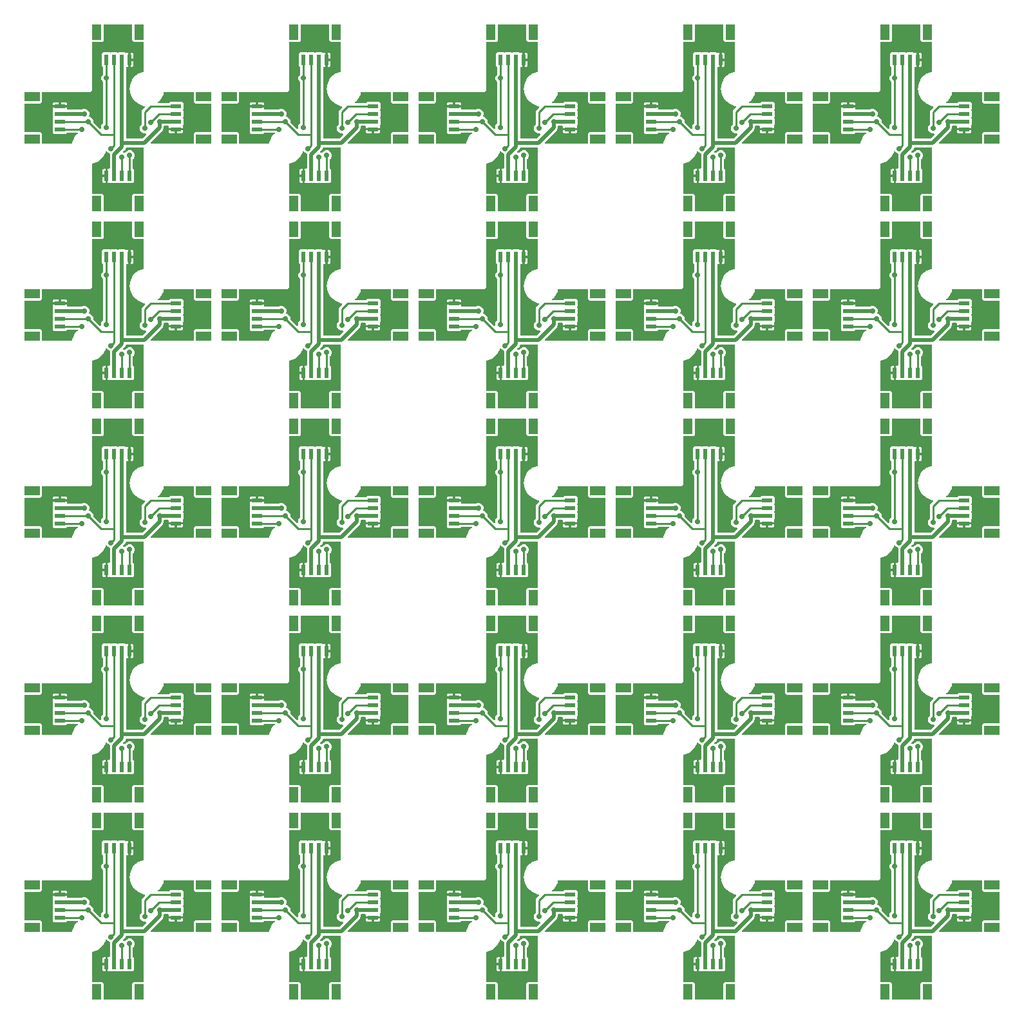
<source format=gtl>
G04 EAGLE Gerber RS-274X export*
G75*
%MOMM*%
%FSLAX34Y34*%
%LPD*%
%INTop Copper*%
%IPPOS*%
%AMOC8*
5,1,8,0,0,1.08239X$1,22.5*%
G01*
%ADD10R,1.200000X2.000000*%
%ADD11R,0.600000X1.350000*%
%ADD12R,2.000000X1.200000*%
%ADD13R,1.350000X0.600000*%
%ADD14C,0.736600*%
%ADD15C,0.254000*%
%ADD16C,0.508000*%

G36*
X843160Y352060D02*
X843160Y352060D01*
X843272Y352069D01*
X843301Y352080D01*
X843331Y352085D01*
X843433Y352130D01*
X843538Y352170D01*
X843562Y352188D01*
X843590Y352201D01*
X843676Y352273D01*
X843766Y352340D01*
X843784Y352365D01*
X843807Y352384D01*
X843869Y352478D01*
X843937Y352567D01*
X843946Y352593D01*
X843965Y352621D01*
X844038Y352852D01*
X844049Y352884D01*
X844569Y355831D01*
X848555Y362736D01*
X851216Y364968D01*
X851265Y365023D01*
X851321Y365071D01*
X851360Y365128D01*
X851406Y365180D01*
X851438Y365246D01*
X851479Y365307D01*
X851500Y365373D01*
X851530Y365436D01*
X851543Y365508D01*
X851565Y365578D01*
X851567Y365647D01*
X851578Y365716D01*
X851570Y365789D01*
X851572Y365862D01*
X851555Y365929D01*
X851547Y365998D01*
X851519Y366066D01*
X851500Y366137D01*
X851465Y366197D01*
X851438Y366261D01*
X851393Y366319D01*
X851355Y366382D01*
X851304Y366429D01*
X851261Y366483D01*
X851201Y366526D01*
X851148Y366576D01*
X851086Y366608D01*
X851029Y366648D01*
X850960Y366672D01*
X850895Y366706D01*
X850836Y366716D01*
X850761Y366742D01*
X850639Y366749D01*
X850563Y366761D01*
X838203Y366761D01*
X838117Y366749D01*
X838029Y366746D01*
X837977Y366729D01*
X837922Y366721D01*
X837842Y366686D01*
X837759Y366659D01*
X837720Y366631D01*
X837662Y366605D01*
X837549Y366509D01*
X837485Y366464D01*
X836053Y365031D01*
X820027Y365031D01*
X818241Y366817D01*
X818241Y375343D01*
X818261Y375362D01*
X818296Y375409D01*
X818338Y375449D01*
X818381Y375522D01*
X818431Y375589D01*
X818452Y375644D01*
X818482Y375694D01*
X818503Y375776D01*
X818533Y375855D01*
X818538Y375913D01*
X818552Y375970D01*
X818549Y376054D01*
X818556Y376138D01*
X818545Y376196D01*
X818543Y376254D01*
X818517Y376334D01*
X818500Y376417D01*
X818473Y376469D01*
X818455Y376525D01*
X818415Y376581D01*
X818369Y376669D01*
X818301Y376742D01*
X818261Y376798D01*
X818241Y376817D01*
X818241Y385343D01*
X818261Y385362D01*
X818296Y385409D01*
X818338Y385449D01*
X818381Y385522D01*
X818431Y385589D01*
X818452Y385644D01*
X818482Y385694D01*
X818503Y385776D01*
X818533Y385855D01*
X818538Y385913D01*
X818552Y385970D01*
X818549Y386054D01*
X818556Y386138D01*
X818545Y386196D01*
X818543Y386254D01*
X818517Y386334D01*
X818500Y386417D01*
X818473Y386469D01*
X818455Y386525D01*
X818415Y386581D01*
X818369Y386669D01*
X818301Y386742D01*
X818261Y386798D01*
X818241Y386817D01*
X818241Y395343D01*
X818765Y395867D01*
X818806Y395921D01*
X818855Y395969D01*
X818891Y396034D01*
X818936Y396094D01*
X818960Y396158D01*
X818994Y396217D01*
X819011Y396290D01*
X819037Y396360D01*
X819043Y396428D01*
X819058Y396494D01*
X819055Y396568D01*
X819061Y396643D01*
X819047Y396710D01*
X819044Y396778D01*
X819022Y396837D01*
X819005Y396922D01*
X818952Y397023D01*
X818926Y397092D01*
X818922Y397099D01*
X818749Y397746D01*
X818749Y399581D01*
X827556Y399581D01*
X827614Y399589D01*
X827672Y399587D01*
X827754Y399609D01*
X827837Y399621D01*
X827891Y399644D01*
X827947Y399659D01*
X828020Y399702D01*
X828039Y399711D01*
X828085Y399680D01*
X828141Y399663D01*
X828193Y399636D01*
X828261Y399625D01*
X828356Y399595D01*
X828456Y399592D01*
X828524Y399581D01*
X837331Y399581D01*
X837331Y397684D01*
X837339Y397626D01*
X837337Y397568D01*
X837359Y397486D01*
X837371Y397402D01*
X837394Y397349D01*
X837409Y397293D01*
X837452Y397220D01*
X837487Y397143D01*
X837525Y397098D01*
X837554Y397048D01*
X837616Y396990D01*
X837670Y396926D01*
X837719Y396894D01*
X837762Y396854D01*
X837837Y396815D01*
X837907Y396768D01*
X837963Y396751D01*
X838015Y396724D01*
X838083Y396713D01*
X838178Y396683D01*
X838278Y396680D01*
X838346Y396669D01*
X855358Y396669D01*
X855445Y396681D01*
X855532Y396684D01*
X855585Y396701D01*
X855640Y396709D01*
X855719Y396744D01*
X855803Y396771D01*
X855842Y396799D01*
X855899Y396825D01*
X855922Y396844D01*
X858451Y397892D01*
X861129Y397892D01*
X863603Y396867D01*
X865497Y394973D01*
X866522Y392499D01*
X866522Y389821D01*
X866126Y388865D01*
X866111Y388808D01*
X866087Y388755D01*
X866076Y388671D01*
X866055Y388590D01*
X866057Y388531D01*
X866049Y388473D01*
X866061Y388390D01*
X866063Y388306D01*
X866081Y388250D01*
X866089Y388192D01*
X866124Y388115D01*
X866150Y388035D01*
X866182Y387986D01*
X866206Y387933D01*
X866261Y387869D01*
X866308Y387799D01*
X866353Y387761D01*
X866391Y387717D01*
X866449Y387680D01*
X866526Y387616D01*
X866617Y387575D01*
X866675Y387539D01*
X868683Y386707D01*
X870577Y384813D01*
X871602Y382339D01*
X871602Y380796D01*
X871614Y380710D01*
X871617Y380622D01*
X871634Y380570D01*
X871642Y380515D01*
X871677Y380435D01*
X871704Y380352D01*
X871732Y380313D01*
X871758Y380256D01*
X871854Y380142D01*
X871899Y380079D01*
X880535Y371442D01*
X880559Y371425D01*
X880578Y371402D01*
X880672Y371340D01*
X880762Y371272D01*
X880790Y371261D01*
X880814Y371245D01*
X880922Y371211D01*
X881028Y371170D01*
X881057Y371168D01*
X881085Y371159D01*
X881199Y371156D01*
X881311Y371147D01*
X881340Y371153D01*
X881369Y371152D01*
X881479Y371180D01*
X881590Y371203D01*
X881616Y371216D01*
X881644Y371224D01*
X881742Y371281D01*
X881842Y371334D01*
X881864Y371354D01*
X881889Y371369D01*
X881966Y371451D01*
X882048Y371529D01*
X882063Y371555D01*
X882083Y371576D01*
X882135Y371677D01*
X882192Y371775D01*
X882199Y371803D01*
X882213Y371829D01*
X882226Y371907D01*
X882262Y372050D01*
X882260Y372113D01*
X882268Y372160D01*
X882268Y374719D01*
X883293Y377193D01*
X884624Y378524D01*
X884676Y378594D01*
X884736Y378658D01*
X884762Y378707D01*
X884795Y378751D01*
X884826Y378833D01*
X884866Y378911D01*
X884874Y378958D01*
X884896Y379017D01*
X884908Y379165D01*
X884921Y379242D01*
X884921Y432528D01*
X884909Y432615D01*
X884906Y432702D01*
X884889Y432755D01*
X884881Y432810D01*
X884846Y432889D01*
X884819Y432973D01*
X884791Y433012D01*
X884765Y433069D01*
X884669Y433182D01*
X884624Y433246D01*
X883533Y434337D01*
X882508Y436811D01*
X882508Y439489D01*
X883533Y441963D01*
X884624Y443054D01*
X884676Y443124D01*
X884736Y443188D01*
X884762Y443237D01*
X884795Y443281D01*
X884826Y443363D01*
X884866Y443441D01*
X884874Y443488D01*
X884896Y443547D01*
X884908Y443695D01*
X884921Y443772D01*
X884921Y452117D01*
X884909Y452203D01*
X884906Y452291D01*
X884889Y452343D01*
X884881Y452398D01*
X884846Y452478D01*
X884819Y452561D01*
X884791Y452600D01*
X884765Y452658D01*
X884669Y452771D01*
X884624Y452835D01*
X883191Y454267D01*
X883191Y470293D01*
X884977Y472079D01*
X893503Y472079D01*
X893522Y472059D01*
X893569Y472024D01*
X893609Y471982D01*
X893682Y471939D01*
X893749Y471889D01*
X893804Y471868D01*
X893854Y471838D01*
X893936Y471817D01*
X894015Y471787D01*
X894073Y471782D01*
X894130Y471768D01*
X894214Y471771D01*
X894298Y471764D01*
X894356Y471775D01*
X894414Y471777D01*
X894494Y471803D01*
X894577Y471820D01*
X894629Y471847D01*
X894685Y471865D01*
X894741Y471905D01*
X894829Y471951D01*
X894902Y472019D01*
X894958Y472059D01*
X894977Y472079D01*
X903503Y472079D01*
X903522Y472059D01*
X903569Y472024D01*
X903609Y471982D01*
X903682Y471939D01*
X903749Y471889D01*
X903804Y471868D01*
X903854Y471838D01*
X903936Y471817D01*
X904015Y471787D01*
X904073Y471782D01*
X904130Y471768D01*
X904214Y471771D01*
X904298Y471764D01*
X904356Y471775D01*
X904414Y471777D01*
X904494Y471803D01*
X904577Y471820D01*
X904629Y471847D01*
X904685Y471865D01*
X904741Y471905D01*
X904829Y471951D01*
X904902Y472019D01*
X904958Y472059D01*
X904977Y472079D01*
X913503Y472079D01*
X914027Y471555D01*
X914081Y471514D01*
X914129Y471465D01*
X914194Y471429D01*
X914254Y471384D01*
X914318Y471360D01*
X914377Y471326D01*
X914450Y471309D01*
X914520Y471283D01*
X914588Y471277D01*
X914654Y471262D01*
X914728Y471265D01*
X914803Y471259D01*
X914870Y471273D01*
X914938Y471276D01*
X914997Y471298D01*
X915082Y471315D01*
X915183Y471368D01*
X915252Y471394D01*
X915259Y471398D01*
X915906Y471571D01*
X917741Y471571D01*
X917741Y462764D01*
X917749Y462706D01*
X917747Y462648D01*
X917769Y462566D01*
X917781Y462483D01*
X917804Y462429D01*
X917819Y462373D01*
X917862Y462300D01*
X917871Y462281D01*
X917840Y462235D01*
X917823Y462179D01*
X917796Y462127D01*
X917785Y462059D01*
X917755Y461964D01*
X917752Y461864D01*
X917741Y461796D01*
X917741Y452989D01*
X915844Y452989D01*
X915786Y452981D01*
X915728Y452983D01*
X915646Y452961D01*
X915563Y452949D01*
X915509Y452926D01*
X915453Y452911D01*
X915380Y452868D01*
X915303Y452833D01*
X915258Y452795D01*
X915208Y452766D01*
X915150Y452704D01*
X915086Y452650D01*
X915054Y452601D01*
X915014Y452558D01*
X914975Y452483D01*
X914929Y452413D01*
X914911Y452357D01*
X914884Y452305D01*
X914873Y452237D01*
X914843Y452142D01*
X914840Y452042D01*
X914829Y451974D01*
X914829Y359664D01*
X914837Y359606D01*
X914835Y359548D01*
X914857Y359466D01*
X914869Y359382D01*
X914892Y359329D01*
X914907Y359273D01*
X914950Y359200D01*
X914985Y359123D01*
X915023Y359078D01*
X915052Y359028D01*
X915114Y358970D01*
X915168Y358906D01*
X915217Y358874D01*
X915260Y358834D01*
X915335Y358795D01*
X915405Y358748D01*
X915461Y358731D01*
X915513Y358704D01*
X915581Y358693D01*
X915676Y358663D01*
X915776Y358660D01*
X915844Y358649D01*
X935795Y358649D01*
X935881Y358661D01*
X935969Y358664D01*
X936021Y358681D01*
X936076Y358689D01*
X936156Y358724D01*
X936239Y358751D01*
X936278Y358779D01*
X936335Y358805D01*
X936449Y358901D01*
X936512Y358946D01*
X941211Y363645D01*
X941229Y363669D01*
X941252Y363688D01*
X941314Y363782D01*
X941382Y363872D01*
X941393Y363900D01*
X941409Y363924D01*
X941443Y364032D01*
X941484Y364138D01*
X941486Y364167D01*
X941495Y364195D01*
X941498Y364309D01*
X941507Y364421D01*
X941501Y364450D01*
X941502Y364479D01*
X941474Y364589D01*
X941451Y364700D01*
X941438Y364726D01*
X941430Y364754D01*
X941373Y364852D01*
X941320Y364952D01*
X941300Y364974D01*
X941285Y364999D01*
X941203Y365076D01*
X941125Y365158D01*
X941099Y365173D01*
X941078Y365193D01*
X940977Y365245D01*
X940879Y365302D01*
X940851Y365309D01*
X940825Y365323D01*
X940747Y365336D01*
X940604Y365372D01*
X940541Y365370D01*
X940494Y365378D01*
X938461Y365378D01*
X935987Y366403D01*
X934093Y368297D01*
X933068Y370771D01*
X933068Y373449D01*
X934093Y375923D01*
X935184Y377014D01*
X935236Y377084D01*
X935296Y377148D01*
X935322Y377197D01*
X935355Y377241D01*
X935386Y377323D01*
X935426Y377401D01*
X935434Y377448D01*
X935456Y377507D01*
X935468Y377655D01*
X935481Y377732D01*
X935481Y395489D01*
X938308Y398316D01*
X939833Y399840D01*
X939850Y399864D01*
X939873Y399883D01*
X939935Y399977D01*
X940003Y400067D01*
X940014Y400095D01*
X940030Y400119D01*
X940064Y400227D01*
X940105Y400333D01*
X940107Y400362D01*
X940116Y400390D01*
X940119Y400504D01*
X940128Y400616D01*
X940122Y400645D01*
X940123Y400674D01*
X940095Y400784D01*
X940072Y400895D01*
X940059Y400921D01*
X940051Y400949D01*
X939994Y401047D01*
X939941Y401147D01*
X939921Y401169D01*
X939906Y401194D01*
X939824Y401271D01*
X939746Y401353D01*
X939720Y401368D01*
X939699Y401388D01*
X939598Y401440D01*
X939500Y401497D01*
X939472Y401504D01*
X939446Y401518D01*
X939368Y401531D01*
X939225Y401567D01*
X939162Y401565D01*
X939115Y401573D01*
X938354Y401573D01*
X930862Y404300D01*
X924755Y409424D01*
X920769Y416329D01*
X919385Y424180D01*
X920769Y432031D01*
X924755Y438935D01*
X930862Y444060D01*
X937607Y446515D01*
X937628Y446526D01*
X937651Y446532D01*
X937753Y446593D01*
X937858Y446649D01*
X937875Y446665D01*
X937896Y446678D01*
X937977Y446764D01*
X938062Y446847D01*
X938074Y446867D01*
X938090Y446885D01*
X938144Y446991D01*
X938203Y447093D01*
X938209Y447117D01*
X938220Y447138D01*
X938232Y447213D01*
X938270Y447370D01*
X938268Y447426D01*
X938275Y447469D01*
X938275Y484966D01*
X938267Y485024D01*
X938269Y485082D01*
X938247Y485164D01*
X938235Y485248D01*
X938212Y485301D01*
X938197Y485357D01*
X938154Y485430D01*
X938119Y485507D01*
X938081Y485552D01*
X938052Y485602D01*
X937990Y485660D01*
X937936Y485724D01*
X937887Y485756D01*
X937844Y485796D01*
X937769Y485835D01*
X937699Y485882D01*
X937643Y485899D01*
X937591Y485926D01*
X937523Y485937D01*
X937428Y485967D01*
X937328Y485970D01*
X937260Y485981D01*
X924977Y485981D01*
X923191Y487767D01*
X923191Y508000D01*
X923183Y508058D01*
X923185Y508116D01*
X923163Y508198D01*
X923151Y508282D01*
X923128Y508335D01*
X923113Y508391D01*
X923070Y508464D01*
X923035Y508541D01*
X922997Y508586D01*
X922968Y508636D01*
X922906Y508694D01*
X922852Y508758D01*
X922803Y508790D01*
X922760Y508830D01*
X922685Y508869D01*
X922615Y508916D01*
X922559Y508933D01*
X922507Y508960D01*
X922439Y508971D01*
X922344Y509001D01*
X922244Y509004D01*
X922176Y509015D01*
X886304Y509015D01*
X886246Y509007D01*
X886188Y509009D01*
X886106Y508987D01*
X886022Y508975D01*
X885969Y508952D01*
X885913Y508937D01*
X885840Y508894D01*
X885763Y508859D01*
X885718Y508821D01*
X885668Y508792D01*
X885610Y508730D01*
X885546Y508676D01*
X885514Y508627D01*
X885474Y508584D01*
X885435Y508509D01*
X885388Y508439D01*
X885371Y508383D01*
X885344Y508331D01*
X885333Y508263D01*
X885303Y508168D01*
X885300Y508068D01*
X885289Y508000D01*
X885289Y487767D01*
X883503Y485981D01*
X871220Y485981D01*
X871162Y485973D01*
X871104Y485975D01*
X871022Y485953D01*
X870938Y485941D01*
X870885Y485918D01*
X870829Y485903D01*
X870756Y485860D01*
X870679Y485825D01*
X870634Y485787D01*
X870584Y485758D01*
X870526Y485696D01*
X870462Y485642D01*
X870430Y485593D01*
X870390Y485550D01*
X870351Y485475D01*
X870304Y485405D01*
X870287Y485349D01*
X870260Y485297D01*
X870249Y485229D01*
X870219Y485134D01*
X870216Y485034D01*
X870205Y484966D01*
X870205Y422496D01*
X867824Y420115D01*
X805354Y420115D01*
X805296Y420107D01*
X805238Y420109D01*
X805156Y420087D01*
X805072Y420075D01*
X805019Y420052D01*
X804963Y420037D01*
X804890Y419994D01*
X804813Y419959D01*
X804768Y419921D01*
X804718Y419892D01*
X804660Y419830D01*
X804596Y419776D01*
X804564Y419727D01*
X804524Y419684D01*
X804485Y419609D01*
X804438Y419539D01*
X804421Y419483D01*
X804394Y419431D01*
X804383Y419363D01*
X804353Y419268D01*
X804350Y419168D01*
X804339Y419100D01*
X804339Y406817D01*
X802553Y405031D01*
X782320Y405031D01*
X782262Y405023D01*
X782204Y405025D01*
X782122Y405003D01*
X782038Y404991D01*
X781985Y404968D01*
X781929Y404953D01*
X781856Y404910D01*
X781779Y404875D01*
X781734Y404837D01*
X781684Y404808D01*
X781626Y404746D01*
X781562Y404692D01*
X781530Y404643D01*
X781490Y404600D01*
X781451Y404525D01*
X781404Y404455D01*
X781387Y404399D01*
X781360Y404347D01*
X781349Y404279D01*
X781319Y404184D01*
X781316Y404084D01*
X781305Y404016D01*
X781305Y368144D01*
X781313Y368086D01*
X781311Y368028D01*
X781333Y367946D01*
X781345Y367862D01*
X781368Y367809D01*
X781383Y367753D01*
X781426Y367680D01*
X781461Y367603D01*
X781499Y367558D01*
X781528Y367508D01*
X781590Y367450D01*
X781644Y367386D01*
X781693Y367354D01*
X781736Y367314D01*
X781811Y367275D01*
X781881Y367228D01*
X781937Y367211D01*
X781989Y367184D01*
X782057Y367173D01*
X782152Y367143D01*
X782252Y367140D01*
X782320Y367129D01*
X802553Y367129D01*
X804339Y365343D01*
X804339Y353060D01*
X804347Y353002D01*
X804345Y352944D01*
X804367Y352862D01*
X804379Y352778D01*
X804402Y352725D01*
X804417Y352669D01*
X804460Y352596D01*
X804495Y352519D01*
X804533Y352474D01*
X804562Y352424D01*
X804624Y352366D01*
X804678Y352302D01*
X804727Y352270D01*
X804770Y352230D01*
X804845Y352191D01*
X804915Y352144D01*
X804971Y352127D01*
X805023Y352100D01*
X805091Y352089D01*
X805186Y352059D01*
X805286Y352056D01*
X805354Y352045D01*
X843049Y352045D01*
X843160Y352060D01*
G37*
G36*
X1102240Y1129300D02*
X1102240Y1129300D01*
X1102352Y1129309D01*
X1102381Y1129320D01*
X1102411Y1129325D01*
X1102513Y1129370D01*
X1102618Y1129410D01*
X1102642Y1129428D01*
X1102670Y1129441D01*
X1102756Y1129513D01*
X1102846Y1129580D01*
X1102864Y1129605D01*
X1102887Y1129624D01*
X1102949Y1129718D01*
X1103017Y1129807D01*
X1103026Y1129833D01*
X1103045Y1129861D01*
X1103118Y1130092D01*
X1103129Y1130124D01*
X1103649Y1133071D01*
X1107635Y1139975D01*
X1110296Y1142208D01*
X1110345Y1142263D01*
X1110401Y1142311D01*
X1110440Y1142368D01*
X1110486Y1142420D01*
X1110518Y1142486D01*
X1110559Y1142547D01*
X1110580Y1142613D01*
X1110610Y1142676D01*
X1110623Y1142748D01*
X1110645Y1142818D01*
X1110647Y1142887D01*
X1110658Y1142956D01*
X1110650Y1143029D01*
X1110652Y1143102D01*
X1110635Y1143169D01*
X1110627Y1143238D01*
X1110599Y1143306D01*
X1110580Y1143377D01*
X1110545Y1143437D01*
X1110518Y1143501D01*
X1110473Y1143559D01*
X1110435Y1143622D01*
X1110384Y1143669D01*
X1110341Y1143723D01*
X1110281Y1143766D01*
X1110228Y1143816D01*
X1110166Y1143848D01*
X1110109Y1143888D01*
X1110040Y1143912D01*
X1109975Y1143946D01*
X1109916Y1143956D01*
X1109841Y1143982D01*
X1109719Y1143989D01*
X1109643Y1144001D01*
X1097283Y1144001D01*
X1097197Y1143989D01*
X1097109Y1143986D01*
X1097057Y1143969D01*
X1097002Y1143961D01*
X1096922Y1143926D01*
X1096839Y1143899D01*
X1096799Y1143871D01*
X1096742Y1143845D01*
X1096629Y1143749D01*
X1096565Y1143704D01*
X1095133Y1142271D01*
X1079107Y1142271D01*
X1077321Y1144057D01*
X1077321Y1152583D01*
X1077341Y1152602D01*
X1077376Y1152649D01*
X1077418Y1152689D01*
X1077461Y1152762D01*
X1077511Y1152829D01*
X1077532Y1152884D01*
X1077562Y1152934D01*
X1077583Y1153016D01*
X1077613Y1153095D01*
X1077618Y1153153D01*
X1077632Y1153210D01*
X1077629Y1153294D01*
X1077636Y1153378D01*
X1077625Y1153436D01*
X1077623Y1153494D01*
X1077597Y1153574D01*
X1077580Y1153657D01*
X1077553Y1153709D01*
X1077535Y1153765D01*
X1077495Y1153821D01*
X1077449Y1153909D01*
X1077381Y1153982D01*
X1077341Y1154038D01*
X1077321Y1154057D01*
X1077321Y1162583D01*
X1077341Y1162602D01*
X1077376Y1162649D01*
X1077418Y1162689D01*
X1077461Y1162762D01*
X1077511Y1162829D01*
X1077532Y1162884D01*
X1077562Y1162934D01*
X1077583Y1163016D01*
X1077613Y1163095D01*
X1077618Y1163153D01*
X1077632Y1163210D01*
X1077629Y1163294D01*
X1077636Y1163378D01*
X1077625Y1163436D01*
X1077623Y1163494D01*
X1077597Y1163574D01*
X1077580Y1163657D01*
X1077553Y1163709D01*
X1077535Y1163765D01*
X1077495Y1163821D01*
X1077449Y1163909D01*
X1077381Y1163982D01*
X1077341Y1164038D01*
X1077321Y1164057D01*
X1077321Y1172583D01*
X1077845Y1173107D01*
X1077886Y1173161D01*
X1077935Y1173209D01*
X1077971Y1173274D01*
X1078016Y1173334D01*
X1078040Y1173398D01*
X1078074Y1173457D01*
X1078091Y1173530D01*
X1078117Y1173600D01*
X1078123Y1173668D01*
X1078138Y1173734D01*
X1078135Y1173808D01*
X1078141Y1173883D01*
X1078127Y1173950D01*
X1078124Y1174018D01*
X1078102Y1174077D01*
X1078085Y1174162D01*
X1078032Y1174263D01*
X1078006Y1174332D01*
X1078002Y1174339D01*
X1077829Y1174986D01*
X1077829Y1176821D01*
X1086636Y1176821D01*
X1086694Y1176829D01*
X1086752Y1176827D01*
X1086834Y1176849D01*
X1086917Y1176861D01*
X1086971Y1176884D01*
X1087027Y1176899D01*
X1087100Y1176942D01*
X1087119Y1176951D01*
X1087165Y1176920D01*
X1087221Y1176903D01*
X1087273Y1176876D01*
X1087341Y1176865D01*
X1087436Y1176835D01*
X1087536Y1176832D01*
X1087604Y1176821D01*
X1096411Y1176821D01*
X1096411Y1174924D01*
X1096419Y1174866D01*
X1096417Y1174808D01*
X1096439Y1174726D01*
X1096451Y1174642D01*
X1096474Y1174589D01*
X1096489Y1174533D01*
X1096532Y1174460D01*
X1096567Y1174383D01*
X1096605Y1174338D01*
X1096634Y1174288D01*
X1096696Y1174230D01*
X1096750Y1174166D01*
X1096799Y1174134D01*
X1096842Y1174094D01*
X1096917Y1174055D01*
X1096987Y1174008D01*
X1097043Y1173991D01*
X1097095Y1173964D01*
X1097163Y1173953D01*
X1097258Y1173923D01*
X1097358Y1173920D01*
X1097426Y1173909D01*
X1114438Y1173909D01*
X1114525Y1173921D01*
X1114613Y1173924D01*
X1114665Y1173941D01*
X1114720Y1173949D01*
X1114800Y1173984D01*
X1114883Y1174011D01*
X1114922Y1174039D01*
X1114979Y1174065D01*
X1115002Y1174084D01*
X1117531Y1175132D01*
X1120209Y1175132D01*
X1122683Y1174107D01*
X1124577Y1172213D01*
X1125602Y1169739D01*
X1125602Y1167061D01*
X1125206Y1166105D01*
X1125191Y1166048D01*
X1125167Y1165995D01*
X1125156Y1165911D01*
X1125135Y1165830D01*
X1125137Y1165771D01*
X1125129Y1165713D01*
X1125141Y1165630D01*
X1125143Y1165546D01*
X1125161Y1165490D01*
X1125169Y1165432D01*
X1125204Y1165355D01*
X1125230Y1165275D01*
X1125262Y1165226D01*
X1125286Y1165173D01*
X1125341Y1165109D01*
X1125388Y1165039D01*
X1125433Y1165001D01*
X1125471Y1164957D01*
X1125529Y1164920D01*
X1125606Y1164856D01*
X1125697Y1164815D01*
X1125755Y1164779D01*
X1127763Y1163947D01*
X1129657Y1162053D01*
X1130682Y1159579D01*
X1130682Y1158036D01*
X1130694Y1157950D01*
X1130697Y1157862D01*
X1130714Y1157810D01*
X1130722Y1157755D01*
X1130757Y1157675D01*
X1130784Y1157592D01*
X1130812Y1157553D01*
X1130838Y1157496D01*
X1130934Y1157382D01*
X1130979Y1157319D01*
X1139615Y1148682D01*
X1139639Y1148665D01*
X1139658Y1148642D01*
X1139752Y1148580D01*
X1139842Y1148512D01*
X1139870Y1148501D01*
X1139894Y1148485D01*
X1140002Y1148451D01*
X1140108Y1148410D01*
X1140137Y1148408D01*
X1140165Y1148399D01*
X1140279Y1148396D01*
X1140391Y1148387D01*
X1140420Y1148393D01*
X1140449Y1148392D01*
X1140559Y1148420D01*
X1140670Y1148443D01*
X1140696Y1148456D01*
X1140724Y1148464D01*
X1140822Y1148521D01*
X1140922Y1148574D01*
X1140944Y1148594D01*
X1140969Y1148609D01*
X1141046Y1148691D01*
X1141128Y1148769D01*
X1141143Y1148795D01*
X1141163Y1148816D01*
X1141215Y1148917D01*
X1141272Y1149015D01*
X1141279Y1149043D01*
X1141293Y1149069D01*
X1141306Y1149147D01*
X1141342Y1149290D01*
X1141340Y1149353D01*
X1141348Y1149400D01*
X1141348Y1151959D01*
X1142373Y1154433D01*
X1143704Y1155764D01*
X1143756Y1155834D01*
X1143816Y1155898D01*
X1143842Y1155947D01*
X1143875Y1155991D01*
X1143906Y1156073D01*
X1143946Y1156151D01*
X1143954Y1156198D01*
X1143976Y1156257D01*
X1143988Y1156405D01*
X1144001Y1156482D01*
X1144001Y1209768D01*
X1143989Y1209855D01*
X1143986Y1209942D01*
X1143969Y1209995D01*
X1143961Y1210050D01*
X1143926Y1210129D01*
X1143899Y1210213D01*
X1143871Y1210252D01*
X1143845Y1210309D01*
X1143749Y1210422D01*
X1143704Y1210486D01*
X1142613Y1211577D01*
X1141588Y1214051D01*
X1141588Y1216729D01*
X1142613Y1219203D01*
X1143704Y1220294D01*
X1143756Y1220364D01*
X1143816Y1220428D01*
X1143842Y1220477D01*
X1143875Y1220521D01*
X1143906Y1220603D01*
X1143946Y1220681D01*
X1143954Y1220728D01*
X1143976Y1220787D01*
X1143988Y1220935D01*
X1144001Y1221012D01*
X1144001Y1229357D01*
X1143989Y1229443D01*
X1143986Y1229531D01*
X1143969Y1229583D01*
X1143961Y1229638D01*
X1143926Y1229718D01*
X1143899Y1229801D01*
X1143871Y1229840D01*
X1143845Y1229898D01*
X1143749Y1230011D01*
X1143704Y1230075D01*
X1142271Y1231507D01*
X1142271Y1247533D01*
X1144057Y1249319D01*
X1152583Y1249319D01*
X1152602Y1249299D01*
X1152649Y1249264D01*
X1152689Y1249222D01*
X1152762Y1249179D01*
X1152829Y1249129D01*
X1152884Y1249108D01*
X1152934Y1249078D01*
X1153016Y1249057D01*
X1153095Y1249027D01*
X1153153Y1249022D01*
X1153210Y1249008D01*
X1153294Y1249011D01*
X1153378Y1249004D01*
X1153436Y1249015D01*
X1153494Y1249017D01*
X1153574Y1249043D01*
X1153657Y1249060D01*
X1153709Y1249087D01*
X1153765Y1249105D01*
X1153821Y1249145D01*
X1153909Y1249191D01*
X1153982Y1249259D01*
X1154038Y1249299D01*
X1154057Y1249319D01*
X1162583Y1249319D01*
X1162602Y1249299D01*
X1162649Y1249264D01*
X1162689Y1249222D01*
X1162762Y1249179D01*
X1162829Y1249129D01*
X1162884Y1249108D01*
X1162934Y1249078D01*
X1163016Y1249057D01*
X1163095Y1249027D01*
X1163153Y1249022D01*
X1163210Y1249008D01*
X1163294Y1249011D01*
X1163378Y1249004D01*
X1163436Y1249015D01*
X1163494Y1249017D01*
X1163574Y1249043D01*
X1163657Y1249060D01*
X1163709Y1249087D01*
X1163765Y1249105D01*
X1163821Y1249145D01*
X1163909Y1249191D01*
X1163982Y1249259D01*
X1164038Y1249299D01*
X1164057Y1249319D01*
X1172583Y1249319D01*
X1173107Y1248795D01*
X1173161Y1248754D01*
X1173209Y1248705D01*
X1173274Y1248669D01*
X1173334Y1248624D01*
X1173398Y1248600D01*
X1173457Y1248566D01*
X1173530Y1248549D01*
X1173600Y1248523D01*
X1173668Y1248517D01*
X1173734Y1248502D01*
X1173808Y1248505D01*
X1173883Y1248499D01*
X1173950Y1248513D01*
X1174018Y1248516D01*
X1174077Y1248538D01*
X1174162Y1248555D01*
X1174263Y1248608D01*
X1174332Y1248634D01*
X1174339Y1248638D01*
X1174986Y1248811D01*
X1176821Y1248811D01*
X1176821Y1240004D01*
X1176829Y1239946D01*
X1176827Y1239888D01*
X1176849Y1239806D01*
X1176861Y1239723D01*
X1176884Y1239669D01*
X1176899Y1239613D01*
X1176942Y1239540D01*
X1176951Y1239521D01*
X1176920Y1239475D01*
X1176903Y1239419D01*
X1176876Y1239367D01*
X1176865Y1239299D01*
X1176835Y1239204D01*
X1176832Y1239104D01*
X1176821Y1239036D01*
X1176821Y1230229D01*
X1174924Y1230229D01*
X1174866Y1230221D01*
X1174808Y1230223D01*
X1174726Y1230201D01*
X1174642Y1230189D01*
X1174589Y1230166D01*
X1174533Y1230151D01*
X1174460Y1230108D01*
X1174383Y1230073D01*
X1174338Y1230035D01*
X1174288Y1230006D01*
X1174230Y1229944D01*
X1174166Y1229890D01*
X1174134Y1229841D01*
X1174094Y1229798D01*
X1174055Y1229723D01*
X1174008Y1229653D01*
X1173991Y1229597D01*
X1173964Y1229545D01*
X1173953Y1229477D01*
X1173923Y1229382D01*
X1173920Y1229282D01*
X1173909Y1229214D01*
X1173909Y1136904D01*
X1173917Y1136846D01*
X1173915Y1136788D01*
X1173937Y1136706D01*
X1173949Y1136622D01*
X1173972Y1136569D01*
X1173987Y1136513D01*
X1174030Y1136440D01*
X1174065Y1136363D01*
X1174103Y1136318D01*
X1174132Y1136268D01*
X1174194Y1136210D01*
X1174248Y1136146D01*
X1174297Y1136114D01*
X1174340Y1136074D01*
X1174415Y1136035D01*
X1174485Y1135988D01*
X1174541Y1135971D01*
X1174593Y1135944D01*
X1174661Y1135933D01*
X1174756Y1135903D01*
X1174856Y1135900D01*
X1174924Y1135889D01*
X1194875Y1135889D01*
X1194961Y1135901D01*
X1195049Y1135904D01*
X1195101Y1135921D01*
X1195156Y1135929D01*
X1195236Y1135964D01*
X1195319Y1135991D01*
X1195358Y1136019D01*
X1195415Y1136045D01*
X1195529Y1136141D01*
X1195592Y1136186D01*
X1200291Y1140885D01*
X1200309Y1140909D01*
X1200332Y1140928D01*
X1200394Y1141022D01*
X1200462Y1141112D01*
X1200473Y1141140D01*
X1200489Y1141164D01*
X1200523Y1141272D01*
X1200564Y1141378D01*
X1200566Y1141407D01*
X1200575Y1141435D01*
X1200578Y1141549D01*
X1200587Y1141661D01*
X1200581Y1141690D01*
X1200582Y1141719D01*
X1200554Y1141829D01*
X1200531Y1141940D01*
X1200518Y1141966D01*
X1200510Y1141994D01*
X1200453Y1142092D01*
X1200400Y1142192D01*
X1200380Y1142214D01*
X1200365Y1142239D01*
X1200283Y1142316D01*
X1200205Y1142398D01*
X1200179Y1142413D01*
X1200158Y1142433D01*
X1200057Y1142485D01*
X1199959Y1142542D01*
X1199931Y1142549D01*
X1199905Y1142563D01*
X1199827Y1142576D01*
X1199684Y1142612D01*
X1199621Y1142610D01*
X1199574Y1142618D01*
X1197541Y1142618D01*
X1195067Y1143643D01*
X1193173Y1145537D01*
X1192148Y1148011D01*
X1192148Y1150689D01*
X1193173Y1153163D01*
X1194264Y1154254D01*
X1194316Y1154324D01*
X1194376Y1154388D01*
X1194402Y1154437D01*
X1194435Y1154481D01*
X1194466Y1154563D01*
X1194506Y1154641D01*
X1194514Y1154688D01*
X1194536Y1154747D01*
X1194548Y1154895D01*
X1194561Y1154972D01*
X1194561Y1172729D01*
X1198913Y1177080D01*
X1198930Y1177104D01*
X1198953Y1177123D01*
X1199015Y1177217D01*
X1199083Y1177307D01*
X1199094Y1177335D01*
X1199110Y1177359D01*
X1199144Y1177467D01*
X1199185Y1177573D01*
X1199187Y1177602D01*
X1199196Y1177630D01*
X1199199Y1177744D01*
X1199208Y1177856D01*
X1199202Y1177885D01*
X1199203Y1177914D01*
X1199175Y1178024D01*
X1199152Y1178135D01*
X1199139Y1178161D01*
X1199131Y1178189D01*
X1199074Y1178287D01*
X1199021Y1178387D01*
X1199001Y1178409D01*
X1198986Y1178434D01*
X1198904Y1178511D01*
X1198826Y1178593D01*
X1198800Y1178608D01*
X1198779Y1178628D01*
X1198678Y1178680D01*
X1198580Y1178737D01*
X1198552Y1178744D01*
X1198526Y1178758D01*
X1198448Y1178771D01*
X1198305Y1178807D01*
X1198242Y1178805D01*
X1198195Y1178813D01*
X1197434Y1178813D01*
X1189942Y1181540D01*
X1183835Y1186664D01*
X1179849Y1193569D01*
X1178465Y1201420D01*
X1179849Y1209271D01*
X1183835Y1216175D01*
X1189942Y1221300D01*
X1196687Y1223755D01*
X1196708Y1223766D01*
X1196731Y1223772D01*
X1196833Y1223833D01*
X1196938Y1223889D01*
X1196955Y1223905D01*
X1196976Y1223918D01*
X1197057Y1224004D01*
X1197142Y1224087D01*
X1197154Y1224107D01*
X1197170Y1224125D01*
X1197224Y1224231D01*
X1197283Y1224333D01*
X1197289Y1224357D01*
X1197300Y1224378D01*
X1197312Y1224453D01*
X1197350Y1224610D01*
X1197348Y1224666D01*
X1197355Y1224709D01*
X1197355Y1262206D01*
X1197347Y1262264D01*
X1197349Y1262322D01*
X1197327Y1262404D01*
X1197315Y1262488D01*
X1197292Y1262541D01*
X1197277Y1262597D01*
X1197234Y1262670D01*
X1197199Y1262747D01*
X1197161Y1262792D01*
X1197132Y1262842D01*
X1197070Y1262900D01*
X1197016Y1262964D01*
X1196967Y1262996D01*
X1196924Y1263036D01*
X1196849Y1263075D01*
X1196779Y1263122D01*
X1196723Y1263139D01*
X1196671Y1263166D01*
X1196603Y1263177D01*
X1196508Y1263207D01*
X1196408Y1263210D01*
X1196340Y1263221D01*
X1184057Y1263221D01*
X1182271Y1265007D01*
X1182271Y1285240D01*
X1182263Y1285298D01*
X1182265Y1285356D01*
X1182243Y1285438D01*
X1182231Y1285522D01*
X1182208Y1285575D01*
X1182193Y1285631D01*
X1182150Y1285704D01*
X1182115Y1285781D01*
X1182077Y1285826D01*
X1182048Y1285876D01*
X1181986Y1285934D01*
X1181932Y1285998D01*
X1181883Y1286030D01*
X1181840Y1286070D01*
X1181765Y1286109D01*
X1181695Y1286156D01*
X1181639Y1286173D01*
X1181587Y1286200D01*
X1181519Y1286211D01*
X1181424Y1286241D01*
X1181324Y1286244D01*
X1181256Y1286255D01*
X1145384Y1286255D01*
X1145326Y1286247D01*
X1145268Y1286249D01*
X1145186Y1286227D01*
X1145102Y1286215D01*
X1145049Y1286192D01*
X1144993Y1286177D01*
X1144920Y1286134D01*
X1144843Y1286099D01*
X1144798Y1286061D01*
X1144748Y1286032D01*
X1144690Y1285970D01*
X1144626Y1285916D01*
X1144594Y1285867D01*
X1144554Y1285824D01*
X1144515Y1285749D01*
X1144468Y1285679D01*
X1144451Y1285623D01*
X1144424Y1285571D01*
X1144413Y1285503D01*
X1144383Y1285408D01*
X1144380Y1285308D01*
X1144369Y1285240D01*
X1144369Y1265007D01*
X1142583Y1263221D01*
X1130300Y1263221D01*
X1130242Y1263213D01*
X1130184Y1263215D01*
X1130102Y1263193D01*
X1130018Y1263181D01*
X1129965Y1263158D01*
X1129909Y1263143D01*
X1129836Y1263100D01*
X1129759Y1263065D01*
X1129714Y1263027D01*
X1129664Y1262998D01*
X1129606Y1262936D01*
X1129542Y1262882D01*
X1129510Y1262833D01*
X1129470Y1262790D01*
X1129431Y1262715D01*
X1129384Y1262645D01*
X1129367Y1262589D01*
X1129340Y1262537D01*
X1129329Y1262469D01*
X1129299Y1262374D01*
X1129296Y1262274D01*
X1129285Y1262206D01*
X1129285Y1199736D01*
X1126904Y1197355D01*
X1064434Y1197355D01*
X1064376Y1197347D01*
X1064318Y1197349D01*
X1064236Y1197327D01*
X1064152Y1197315D01*
X1064099Y1197292D01*
X1064043Y1197277D01*
X1063970Y1197234D01*
X1063893Y1197199D01*
X1063848Y1197161D01*
X1063798Y1197132D01*
X1063740Y1197070D01*
X1063676Y1197016D01*
X1063644Y1196967D01*
X1063604Y1196924D01*
X1063565Y1196849D01*
X1063518Y1196779D01*
X1063501Y1196723D01*
X1063474Y1196671D01*
X1063463Y1196603D01*
X1063433Y1196508D01*
X1063430Y1196408D01*
X1063419Y1196340D01*
X1063419Y1184057D01*
X1061633Y1182271D01*
X1041400Y1182271D01*
X1041342Y1182263D01*
X1041284Y1182265D01*
X1041202Y1182243D01*
X1041118Y1182231D01*
X1041065Y1182208D01*
X1041009Y1182193D01*
X1040936Y1182150D01*
X1040859Y1182115D01*
X1040814Y1182077D01*
X1040764Y1182048D01*
X1040706Y1181986D01*
X1040642Y1181932D01*
X1040610Y1181883D01*
X1040570Y1181840D01*
X1040531Y1181765D01*
X1040484Y1181695D01*
X1040467Y1181639D01*
X1040440Y1181587D01*
X1040429Y1181519D01*
X1040399Y1181424D01*
X1040396Y1181324D01*
X1040385Y1181256D01*
X1040385Y1145384D01*
X1040393Y1145326D01*
X1040391Y1145268D01*
X1040413Y1145186D01*
X1040425Y1145102D01*
X1040448Y1145049D01*
X1040463Y1144993D01*
X1040506Y1144920D01*
X1040541Y1144843D01*
X1040579Y1144798D01*
X1040608Y1144748D01*
X1040670Y1144690D01*
X1040724Y1144626D01*
X1040773Y1144594D01*
X1040816Y1144554D01*
X1040891Y1144515D01*
X1040961Y1144468D01*
X1041017Y1144451D01*
X1041069Y1144424D01*
X1041137Y1144413D01*
X1041232Y1144383D01*
X1041332Y1144380D01*
X1041400Y1144369D01*
X1061633Y1144369D01*
X1063419Y1142583D01*
X1063419Y1130300D01*
X1063427Y1130242D01*
X1063425Y1130184D01*
X1063447Y1130102D01*
X1063459Y1130018D01*
X1063482Y1129965D01*
X1063497Y1129909D01*
X1063540Y1129836D01*
X1063575Y1129759D01*
X1063613Y1129714D01*
X1063642Y1129664D01*
X1063704Y1129606D01*
X1063758Y1129542D01*
X1063807Y1129510D01*
X1063850Y1129470D01*
X1063925Y1129431D01*
X1063995Y1129384D01*
X1064051Y1129367D01*
X1064103Y1129340D01*
X1064171Y1129329D01*
X1064266Y1129299D01*
X1064366Y1129296D01*
X1064434Y1129285D01*
X1102129Y1129285D01*
X1102240Y1129300D01*
G37*
G36*
X584080Y870220D02*
X584080Y870220D01*
X584192Y870229D01*
X584221Y870240D01*
X584251Y870245D01*
X584353Y870290D01*
X584458Y870330D01*
X584482Y870348D01*
X584510Y870361D01*
X584596Y870433D01*
X584686Y870500D01*
X584704Y870525D01*
X584727Y870544D01*
X584789Y870638D01*
X584857Y870727D01*
X584866Y870753D01*
X584885Y870781D01*
X584958Y871012D01*
X584969Y871044D01*
X585489Y873991D01*
X589475Y880895D01*
X592136Y883128D01*
X592185Y883183D01*
X592241Y883231D01*
X592280Y883288D01*
X592326Y883340D01*
X592358Y883406D01*
X592399Y883467D01*
X592420Y883533D01*
X592450Y883596D01*
X592463Y883668D01*
X592485Y883738D01*
X592487Y883807D01*
X592498Y883876D01*
X592490Y883949D01*
X592492Y884022D01*
X592475Y884089D01*
X592467Y884158D01*
X592439Y884226D01*
X592420Y884297D01*
X592385Y884357D01*
X592358Y884421D01*
X592313Y884479D01*
X592275Y884542D01*
X592224Y884589D01*
X592181Y884643D01*
X592121Y884686D01*
X592068Y884736D01*
X592006Y884768D01*
X591949Y884808D01*
X591880Y884832D01*
X591815Y884866D01*
X591756Y884876D01*
X591681Y884902D01*
X591559Y884909D01*
X591483Y884921D01*
X579123Y884921D01*
X579037Y884909D01*
X578949Y884906D01*
X578897Y884889D01*
X578842Y884881D01*
X578762Y884846D01*
X578679Y884819D01*
X578640Y884791D01*
X578582Y884765D01*
X578469Y884669D01*
X578405Y884624D01*
X576973Y883191D01*
X560947Y883191D01*
X559161Y884977D01*
X559161Y893503D01*
X559181Y893522D01*
X559216Y893569D01*
X559258Y893609D01*
X559301Y893682D01*
X559351Y893749D01*
X559372Y893804D01*
X559402Y893854D01*
X559423Y893936D01*
X559453Y894015D01*
X559458Y894073D01*
X559472Y894130D01*
X559469Y894214D01*
X559476Y894298D01*
X559465Y894356D01*
X559463Y894414D01*
X559437Y894494D01*
X559420Y894577D01*
X559393Y894629D01*
X559375Y894685D01*
X559335Y894741D01*
X559289Y894829D01*
X559221Y894902D01*
X559181Y894958D01*
X559161Y894977D01*
X559161Y903503D01*
X559181Y903522D01*
X559216Y903569D01*
X559258Y903609D01*
X559301Y903682D01*
X559351Y903749D01*
X559372Y903804D01*
X559402Y903854D01*
X559423Y903936D01*
X559453Y904015D01*
X559458Y904073D01*
X559472Y904130D01*
X559469Y904214D01*
X559476Y904298D01*
X559465Y904356D01*
X559463Y904414D01*
X559437Y904494D01*
X559420Y904577D01*
X559393Y904629D01*
X559375Y904685D01*
X559335Y904741D01*
X559289Y904829D01*
X559221Y904902D01*
X559181Y904958D01*
X559161Y904977D01*
X559161Y913503D01*
X559685Y914027D01*
X559726Y914081D01*
X559775Y914129D01*
X559811Y914194D01*
X559856Y914254D01*
X559880Y914318D01*
X559914Y914377D01*
X559931Y914450D01*
X559957Y914520D01*
X559963Y914588D01*
X559978Y914654D01*
X559975Y914728D01*
X559981Y914803D01*
X559967Y914870D01*
X559964Y914938D01*
X559942Y914997D01*
X559925Y915082D01*
X559872Y915183D01*
X559846Y915252D01*
X559842Y915259D01*
X559669Y915906D01*
X559669Y917741D01*
X568476Y917741D01*
X568534Y917749D01*
X568592Y917747D01*
X568674Y917769D01*
X568757Y917781D01*
X568811Y917804D01*
X568867Y917819D01*
X568940Y917862D01*
X568959Y917871D01*
X569005Y917840D01*
X569061Y917823D01*
X569113Y917796D01*
X569181Y917785D01*
X569276Y917755D01*
X569376Y917752D01*
X569444Y917741D01*
X578251Y917741D01*
X578251Y915844D01*
X578259Y915786D01*
X578257Y915728D01*
X578279Y915646D01*
X578291Y915562D01*
X578314Y915509D01*
X578329Y915453D01*
X578372Y915380D01*
X578407Y915303D01*
X578445Y915258D01*
X578474Y915208D01*
X578536Y915150D01*
X578590Y915086D01*
X578639Y915054D01*
X578682Y915014D01*
X578757Y914975D01*
X578827Y914928D01*
X578883Y914911D01*
X578935Y914884D01*
X579003Y914873D01*
X579098Y914843D01*
X579198Y914840D01*
X579266Y914829D01*
X596278Y914829D01*
X596365Y914841D01*
X596452Y914844D01*
X596505Y914861D01*
X596560Y914869D01*
X596639Y914904D01*
X596723Y914931D01*
X596762Y914959D01*
X596819Y914985D01*
X596842Y915004D01*
X599371Y916052D01*
X602049Y916052D01*
X604523Y915027D01*
X606417Y913133D01*
X607442Y910659D01*
X607442Y907981D01*
X607046Y907025D01*
X607031Y906968D01*
X607007Y906915D01*
X606996Y906831D01*
X606975Y906750D01*
X606977Y906691D01*
X606969Y906633D01*
X606981Y906550D01*
X606983Y906466D01*
X607001Y906410D01*
X607009Y906352D01*
X607044Y906275D01*
X607070Y906195D01*
X607102Y906146D01*
X607126Y906093D01*
X607181Y906029D01*
X607228Y905959D01*
X607273Y905921D01*
X607311Y905877D01*
X607369Y905840D01*
X607446Y905776D01*
X607537Y905735D01*
X607595Y905699D01*
X609603Y904867D01*
X611497Y902973D01*
X612522Y900499D01*
X612522Y898956D01*
X612534Y898870D01*
X612537Y898782D01*
X612554Y898730D01*
X612562Y898675D01*
X612597Y898595D01*
X612624Y898512D01*
X612652Y898473D01*
X612678Y898416D01*
X612774Y898302D01*
X612819Y898239D01*
X621455Y889602D01*
X621479Y889585D01*
X621498Y889562D01*
X621592Y889500D01*
X621682Y889432D01*
X621710Y889421D01*
X621734Y889405D01*
X621842Y889371D01*
X621948Y889330D01*
X621977Y889328D01*
X622005Y889319D01*
X622119Y889316D01*
X622231Y889307D01*
X622260Y889313D01*
X622289Y889312D01*
X622399Y889340D01*
X622510Y889363D01*
X622536Y889376D01*
X622564Y889384D01*
X622662Y889441D01*
X622762Y889494D01*
X622784Y889514D01*
X622809Y889529D01*
X622886Y889611D01*
X622968Y889689D01*
X622983Y889715D01*
X623003Y889736D01*
X623055Y889837D01*
X623112Y889935D01*
X623119Y889963D01*
X623133Y889989D01*
X623146Y890067D01*
X623182Y890210D01*
X623180Y890273D01*
X623188Y890320D01*
X623188Y892879D01*
X624213Y895353D01*
X625544Y896684D01*
X625596Y896754D01*
X625656Y896818D01*
X625682Y896867D01*
X625715Y896911D01*
X625746Y896993D01*
X625786Y897071D01*
X625794Y897118D01*
X625816Y897177D01*
X625828Y897325D01*
X625841Y897402D01*
X625841Y950688D01*
X625829Y950775D01*
X625826Y950862D01*
X625809Y950915D01*
X625801Y950970D01*
X625766Y951049D01*
X625739Y951133D01*
X625711Y951172D01*
X625685Y951229D01*
X625589Y951342D01*
X625544Y951406D01*
X624453Y952497D01*
X623428Y954971D01*
X623428Y957649D01*
X624453Y960123D01*
X625544Y961214D01*
X625596Y961284D01*
X625656Y961348D01*
X625682Y961397D01*
X625715Y961441D01*
X625746Y961523D01*
X625786Y961601D01*
X625794Y961648D01*
X625816Y961707D01*
X625828Y961855D01*
X625841Y961932D01*
X625841Y970277D01*
X625829Y970363D01*
X625826Y970451D01*
X625809Y970503D01*
X625801Y970558D01*
X625766Y970638D01*
X625739Y970721D01*
X625711Y970761D01*
X625685Y970818D01*
X625589Y970931D01*
X625544Y970995D01*
X624111Y972427D01*
X624111Y988453D01*
X625897Y990239D01*
X634423Y990239D01*
X634442Y990219D01*
X634489Y990184D01*
X634529Y990142D01*
X634602Y990099D01*
X634669Y990049D01*
X634724Y990028D01*
X634774Y989998D01*
X634856Y989977D01*
X634935Y989947D01*
X634993Y989942D01*
X635050Y989928D01*
X635134Y989931D01*
X635218Y989924D01*
X635276Y989935D01*
X635334Y989937D01*
X635414Y989963D01*
X635497Y989980D01*
X635549Y990007D01*
X635605Y990025D01*
X635661Y990065D01*
X635749Y990111D01*
X635822Y990179D01*
X635878Y990219D01*
X635897Y990239D01*
X644423Y990239D01*
X644442Y990219D01*
X644489Y990184D01*
X644529Y990142D01*
X644602Y990099D01*
X644669Y990049D01*
X644724Y990028D01*
X644774Y989998D01*
X644856Y989977D01*
X644935Y989947D01*
X644993Y989942D01*
X645050Y989928D01*
X645134Y989931D01*
X645218Y989924D01*
X645276Y989935D01*
X645334Y989937D01*
X645414Y989963D01*
X645497Y989980D01*
X645549Y990007D01*
X645605Y990025D01*
X645661Y990065D01*
X645749Y990111D01*
X645822Y990179D01*
X645878Y990219D01*
X645897Y990239D01*
X654423Y990239D01*
X654947Y989715D01*
X655001Y989674D01*
X655049Y989625D01*
X655114Y989589D01*
X655174Y989544D01*
X655238Y989520D01*
X655297Y989486D01*
X655370Y989469D01*
X655440Y989443D01*
X655508Y989437D01*
X655574Y989422D01*
X655648Y989425D01*
X655723Y989419D01*
X655790Y989433D01*
X655858Y989436D01*
X655917Y989458D01*
X656002Y989475D01*
X656103Y989528D01*
X656172Y989554D01*
X656179Y989558D01*
X656826Y989731D01*
X658661Y989731D01*
X658661Y980924D01*
X658669Y980866D01*
X658667Y980808D01*
X658689Y980726D01*
X658701Y980643D01*
X658724Y980589D01*
X658739Y980533D01*
X658782Y980460D01*
X658791Y980441D01*
X658760Y980395D01*
X658743Y980339D01*
X658716Y980287D01*
X658705Y980219D01*
X658675Y980124D01*
X658672Y980024D01*
X658661Y979956D01*
X658661Y971149D01*
X656764Y971149D01*
X656706Y971141D01*
X656648Y971143D01*
X656566Y971121D01*
X656483Y971109D01*
X656429Y971086D01*
X656373Y971071D01*
X656300Y971028D01*
X656223Y970993D01*
X656178Y970955D01*
X656128Y970926D01*
X656070Y970864D01*
X656006Y970810D01*
X655974Y970761D01*
X655934Y970718D01*
X655895Y970643D01*
X655849Y970573D01*
X655831Y970517D01*
X655804Y970465D01*
X655793Y970397D01*
X655763Y970302D01*
X655760Y970202D01*
X655749Y970134D01*
X655749Y877824D01*
X655757Y877766D01*
X655755Y877708D01*
X655777Y877626D01*
X655789Y877542D01*
X655812Y877489D01*
X655827Y877433D01*
X655870Y877360D01*
X655905Y877283D01*
X655943Y877238D01*
X655972Y877188D01*
X656034Y877130D01*
X656088Y877066D01*
X656137Y877034D01*
X656180Y876994D01*
X656255Y876955D01*
X656325Y876908D01*
X656381Y876891D01*
X656433Y876864D01*
X656501Y876853D01*
X656596Y876823D01*
X656696Y876820D01*
X656764Y876809D01*
X676715Y876809D01*
X676801Y876821D01*
X676889Y876824D01*
X676941Y876841D01*
X676996Y876849D01*
X677076Y876884D01*
X677159Y876911D01*
X677198Y876939D01*
X677255Y876965D01*
X677369Y877061D01*
X677432Y877106D01*
X682131Y881805D01*
X682149Y881829D01*
X682172Y881848D01*
X682234Y881942D01*
X682302Y882032D01*
X682313Y882060D01*
X682329Y882084D01*
X682363Y882192D01*
X682404Y882298D01*
X682406Y882327D01*
X682415Y882355D01*
X682418Y882469D01*
X682427Y882581D01*
X682421Y882610D01*
X682422Y882639D01*
X682394Y882749D01*
X682371Y882860D01*
X682358Y882886D01*
X682350Y882914D01*
X682293Y883012D01*
X682240Y883112D01*
X682220Y883134D01*
X682205Y883159D01*
X682123Y883236D01*
X682045Y883318D01*
X682019Y883333D01*
X681998Y883353D01*
X681897Y883405D01*
X681799Y883462D01*
X681771Y883469D01*
X681745Y883483D01*
X681667Y883496D01*
X681524Y883532D01*
X681461Y883530D01*
X681414Y883538D01*
X679381Y883538D01*
X676907Y884563D01*
X675013Y886457D01*
X673988Y888931D01*
X673988Y891609D01*
X675013Y894083D01*
X676104Y895174D01*
X676156Y895244D01*
X676216Y895308D01*
X676242Y895357D01*
X676275Y895401D01*
X676306Y895483D01*
X676346Y895561D01*
X676354Y895608D01*
X676376Y895667D01*
X676388Y895815D01*
X676401Y895892D01*
X676401Y913649D01*
X679228Y916476D01*
X680753Y918000D01*
X680770Y918024D01*
X680793Y918043D01*
X680855Y918137D01*
X680923Y918227D01*
X680934Y918255D01*
X680950Y918279D01*
X680984Y918387D01*
X681025Y918493D01*
X681027Y918522D01*
X681036Y918550D01*
X681039Y918664D01*
X681048Y918776D01*
X681042Y918805D01*
X681043Y918834D01*
X681015Y918944D01*
X680992Y919055D01*
X680979Y919081D01*
X680971Y919109D01*
X680914Y919207D01*
X680861Y919307D01*
X680841Y919329D01*
X680826Y919354D01*
X680744Y919431D01*
X680666Y919513D01*
X680640Y919528D01*
X680619Y919548D01*
X680518Y919600D01*
X680420Y919657D01*
X680392Y919664D01*
X680366Y919678D01*
X680288Y919691D01*
X680145Y919727D01*
X680082Y919725D01*
X680035Y919733D01*
X679274Y919733D01*
X671782Y922460D01*
X665675Y927584D01*
X661689Y934489D01*
X660305Y942340D01*
X661689Y950191D01*
X665675Y957095D01*
X671782Y962220D01*
X678527Y964675D01*
X678548Y964686D01*
X678571Y964692D01*
X678673Y964753D01*
X678778Y964809D01*
X678795Y964825D01*
X678816Y964838D01*
X678897Y964924D01*
X678982Y965007D01*
X678994Y965027D01*
X679010Y965045D01*
X679064Y965151D01*
X679123Y965253D01*
X679129Y965277D01*
X679140Y965298D01*
X679152Y965373D01*
X679190Y965530D01*
X679188Y965586D01*
X679195Y965629D01*
X679195Y1003126D01*
X679187Y1003184D01*
X679189Y1003242D01*
X679167Y1003324D01*
X679155Y1003408D01*
X679132Y1003461D01*
X679117Y1003517D01*
X679074Y1003590D01*
X679039Y1003667D01*
X679001Y1003712D01*
X678972Y1003762D01*
X678910Y1003820D01*
X678856Y1003884D01*
X678807Y1003916D01*
X678764Y1003956D01*
X678689Y1003995D01*
X678619Y1004042D01*
X678563Y1004059D01*
X678511Y1004086D01*
X678443Y1004097D01*
X678348Y1004127D01*
X678248Y1004130D01*
X678180Y1004141D01*
X665897Y1004141D01*
X664111Y1005927D01*
X664111Y1026160D01*
X664103Y1026218D01*
X664105Y1026276D01*
X664083Y1026358D01*
X664071Y1026442D01*
X664048Y1026495D01*
X664033Y1026551D01*
X663990Y1026624D01*
X663955Y1026701D01*
X663917Y1026746D01*
X663888Y1026796D01*
X663826Y1026854D01*
X663772Y1026918D01*
X663723Y1026950D01*
X663680Y1026990D01*
X663605Y1027029D01*
X663535Y1027076D01*
X663479Y1027093D01*
X663427Y1027120D01*
X663359Y1027131D01*
X663264Y1027161D01*
X663164Y1027164D01*
X663096Y1027175D01*
X627224Y1027175D01*
X627166Y1027167D01*
X627108Y1027169D01*
X627026Y1027147D01*
X626942Y1027135D01*
X626889Y1027112D01*
X626833Y1027097D01*
X626760Y1027054D01*
X626683Y1027019D01*
X626638Y1026981D01*
X626588Y1026952D01*
X626530Y1026890D01*
X626466Y1026836D01*
X626434Y1026787D01*
X626394Y1026744D01*
X626355Y1026669D01*
X626308Y1026599D01*
X626291Y1026543D01*
X626264Y1026491D01*
X626253Y1026423D01*
X626223Y1026328D01*
X626220Y1026228D01*
X626209Y1026160D01*
X626209Y1005927D01*
X624423Y1004141D01*
X612140Y1004141D01*
X612082Y1004133D01*
X612024Y1004135D01*
X611942Y1004113D01*
X611858Y1004101D01*
X611805Y1004078D01*
X611749Y1004063D01*
X611676Y1004020D01*
X611599Y1003985D01*
X611554Y1003947D01*
X611504Y1003918D01*
X611446Y1003856D01*
X611382Y1003802D01*
X611350Y1003753D01*
X611310Y1003710D01*
X611271Y1003635D01*
X611224Y1003565D01*
X611207Y1003509D01*
X611180Y1003457D01*
X611169Y1003389D01*
X611139Y1003294D01*
X611136Y1003194D01*
X611125Y1003126D01*
X611125Y940656D01*
X608744Y938275D01*
X546274Y938275D01*
X546216Y938267D01*
X546158Y938269D01*
X546076Y938247D01*
X545992Y938235D01*
X545939Y938212D01*
X545883Y938197D01*
X545810Y938154D01*
X545733Y938119D01*
X545688Y938081D01*
X545638Y938052D01*
X545580Y937990D01*
X545516Y937936D01*
X545484Y937887D01*
X545444Y937844D01*
X545405Y937769D01*
X545358Y937699D01*
X545341Y937643D01*
X545314Y937591D01*
X545303Y937523D01*
X545273Y937428D01*
X545270Y937328D01*
X545259Y937260D01*
X545259Y924977D01*
X543473Y923191D01*
X523240Y923191D01*
X523182Y923183D01*
X523124Y923185D01*
X523042Y923163D01*
X522958Y923151D01*
X522905Y923128D01*
X522849Y923113D01*
X522776Y923070D01*
X522699Y923035D01*
X522654Y922997D01*
X522604Y922968D01*
X522546Y922906D01*
X522482Y922852D01*
X522450Y922803D01*
X522410Y922760D01*
X522371Y922685D01*
X522324Y922615D01*
X522307Y922559D01*
X522280Y922507D01*
X522269Y922439D01*
X522239Y922344D01*
X522236Y922244D01*
X522225Y922176D01*
X522225Y886304D01*
X522233Y886246D01*
X522231Y886188D01*
X522253Y886106D01*
X522265Y886022D01*
X522288Y885969D01*
X522303Y885913D01*
X522346Y885840D01*
X522381Y885763D01*
X522419Y885718D01*
X522448Y885668D01*
X522510Y885610D01*
X522564Y885546D01*
X522613Y885514D01*
X522656Y885474D01*
X522731Y885435D01*
X522801Y885388D01*
X522857Y885371D01*
X522909Y885344D01*
X522977Y885333D01*
X523072Y885303D01*
X523172Y885300D01*
X523240Y885289D01*
X543473Y885289D01*
X545259Y883503D01*
X545259Y871220D01*
X545267Y871162D01*
X545265Y871104D01*
X545287Y871022D01*
X545299Y870938D01*
X545322Y870885D01*
X545337Y870829D01*
X545380Y870756D01*
X545415Y870679D01*
X545453Y870634D01*
X545482Y870584D01*
X545544Y870526D01*
X545598Y870462D01*
X545647Y870430D01*
X545690Y870390D01*
X545765Y870351D01*
X545835Y870304D01*
X545891Y870287D01*
X545943Y870260D01*
X546011Y870249D01*
X546106Y870219D01*
X546206Y870216D01*
X546274Y870205D01*
X583969Y870205D01*
X584080Y870220D01*
G37*
G36*
X1102240Y611140D02*
X1102240Y611140D01*
X1102352Y611149D01*
X1102381Y611160D01*
X1102411Y611165D01*
X1102513Y611210D01*
X1102618Y611250D01*
X1102642Y611268D01*
X1102670Y611281D01*
X1102756Y611353D01*
X1102846Y611420D01*
X1102864Y611445D01*
X1102887Y611464D01*
X1102949Y611558D01*
X1103017Y611647D01*
X1103026Y611673D01*
X1103045Y611701D01*
X1103118Y611932D01*
X1103129Y611964D01*
X1103649Y614911D01*
X1107635Y621815D01*
X1110296Y624048D01*
X1110345Y624103D01*
X1110401Y624151D01*
X1110440Y624208D01*
X1110486Y624260D01*
X1110518Y624326D01*
X1110559Y624387D01*
X1110580Y624453D01*
X1110610Y624516D01*
X1110623Y624588D01*
X1110645Y624658D01*
X1110647Y624727D01*
X1110658Y624796D01*
X1110650Y624869D01*
X1110652Y624942D01*
X1110635Y625009D01*
X1110627Y625078D01*
X1110599Y625146D01*
X1110580Y625217D01*
X1110545Y625277D01*
X1110518Y625341D01*
X1110473Y625399D01*
X1110435Y625462D01*
X1110384Y625509D01*
X1110341Y625563D01*
X1110281Y625606D01*
X1110228Y625656D01*
X1110166Y625688D01*
X1110109Y625728D01*
X1110040Y625752D01*
X1109975Y625786D01*
X1109916Y625796D01*
X1109841Y625822D01*
X1109719Y625829D01*
X1109643Y625841D01*
X1097283Y625841D01*
X1097197Y625829D01*
X1097109Y625826D01*
X1097057Y625809D01*
X1097002Y625801D01*
X1096922Y625766D01*
X1096839Y625739D01*
X1096800Y625711D01*
X1096742Y625685D01*
X1096629Y625589D01*
X1096565Y625544D01*
X1095133Y624111D01*
X1079107Y624111D01*
X1077321Y625897D01*
X1077321Y634423D01*
X1077341Y634442D01*
X1077376Y634489D01*
X1077418Y634529D01*
X1077461Y634602D01*
X1077511Y634669D01*
X1077532Y634724D01*
X1077562Y634774D01*
X1077583Y634856D01*
X1077613Y634935D01*
X1077618Y634993D01*
X1077632Y635050D01*
X1077629Y635134D01*
X1077636Y635218D01*
X1077625Y635276D01*
X1077623Y635334D01*
X1077597Y635414D01*
X1077580Y635497D01*
X1077553Y635549D01*
X1077535Y635605D01*
X1077495Y635661D01*
X1077449Y635749D01*
X1077381Y635822D01*
X1077341Y635878D01*
X1077321Y635897D01*
X1077321Y644423D01*
X1077341Y644442D01*
X1077376Y644489D01*
X1077418Y644529D01*
X1077461Y644602D01*
X1077511Y644669D01*
X1077532Y644724D01*
X1077562Y644774D01*
X1077583Y644856D01*
X1077613Y644935D01*
X1077618Y644993D01*
X1077632Y645050D01*
X1077629Y645134D01*
X1077636Y645218D01*
X1077625Y645276D01*
X1077623Y645334D01*
X1077597Y645414D01*
X1077580Y645497D01*
X1077553Y645549D01*
X1077535Y645605D01*
X1077495Y645661D01*
X1077449Y645749D01*
X1077381Y645822D01*
X1077341Y645878D01*
X1077321Y645897D01*
X1077321Y654423D01*
X1077845Y654947D01*
X1077886Y655001D01*
X1077935Y655049D01*
X1077971Y655114D01*
X1078016Y655174D01*
X1078040Y655238D01*
X1078074Y655297D01*
X1078091Y655370D01*
X1078117Y655440D01*
X1078123Y655508D01*
X1078138Y655574D01*
X1078135Y655648D01*
X1078141Y655723D01*
X1078127Y655790D01*
X1078124Y655858D01*
X1078102Y655917D01*
X1078085Y656002D01*
X1078032Y656103D01*
X1078006Y656172D01*
X1078002Y656179D01*
X1077829Y656826D01*
X1077829Y658661D01*
X1086636Y658661D01*
X1086694Y658669D01*
X1086752Y658667D01*
X1086834Y658689D01*
X1086917Y658701D01*
X1086971Y658724D01*
X1087027Y658739D01*
X1087100Y658782D01*
X1087119Y658791D01*
X1087165Y658760D01*
X1087221Y658743D01*
X1087273Y658716D01*
X1087341Y658705D01*
X1087436Y658675D01*
X1087536Y658672D01*
X1087604Y658661D01*
X1096411Y658661D01*
X1096411Y656764D01*
X1096419Y656706D01*
X1096417Y656648D01*
X1096439Y656566D01*
X1096451Y656482D01*
X1096474Y656429D01*
X1096489Y656373D01*
X1096532Y656300D01*
X1096567Y656223D01*
X1096605Y656178D01*
X1096634Y656128D01*
X1096696Y656070D01*
X1096750Y656006D01*
X1096799Y655974D01*
X1096842Y655934D01*
X1096917Y655895D01*
X1096987Y655848D01*
X1097043Y655831D01*
X1097095Y655804D01*
X1097163Y655793D01*
X1097258Y655763D01*
X1097358Y655760D01*
X1097426Y655749D01*
X1114438Y655749D01*
X1114525Y655761D01*
X1114612Y655764D01*
X1114665Y655781D01*
X1114720Y655789D01*
X1114799Y655824D01*
X1114883Y655851D01*
X1114922Y655879D01*
X1114979Y655905D01*
X1115002Y655924D01*
X1117531Y656972D01*
X1120209Y656972D01*
X1122683Y655947D01*
X1124577Y654053D01*
X1125602Y651579D01*
X1125602Y648901D01*
X1125206Y647945D01*
X1125191Y647888D01*
X1125167Y647835D01*
X1125156Y647751D01*
X1125135Y647670D01*
X1125137Y647611D01*
X1125129Y647553D01*
X1125141Y647470D01*
X1125143Y647386D01*
X1125161Y647330D01*
X1125169Y647272D01*
X1125204Y647195D01*
X1125230Y647115D01*
X1125262Y647066D01*
X1125286Y647013D01*
X1125341Y646949D01*
X1125388Y646879D01*
X1125433Y646841D01*
X1125471Y646797D01*
X1125529Y646760D01*
X1125606Y646696D01*
X1125697Y646655D01*
X1125755Y646619D01*
X1127763Y645787D01*
X1129657Y643893D01*
X1130682Y641419D01*
X1130682Y639876D01*
X1130694Y639790D01*
X1130697Y639702D01*
X1130714Y639650D01*
X1130722Y639595D01*
X1130757Y639515D01*
X1130784Y639432D01*
X1130812Y639393D01*
X1130838Y639336D01*
X1130934Y639222D01*
X1130979Y639159D01*
X1139615Y630522D01*
X1139639Y630505D01*
X1139658Y630482D01*
X1139752Y630420D01*
X1139842Y630352D01*
X1139870Y630341D01*
X1139894Y630325D01*
X1140002Y630291D01*
X1140108Y630250D01*
X1140137Y630248D01*
X1140165Y630239D01*
X1140279Y630236D01*
X1140391Y630227D01*
X1140420Y630233D01*
X1140449Y630232D01*
X1140559Y630260D01*
X1140670Y630283D01*
X1140696Y630296D01*
X1140724Y630304D01*
X1140822Y630361D01*
X1140922Y630414D01*
X1140944Y630434D01*
X1140969Y630449D01*
X1141046Y630531D01*
X1141128Y630609D01*
X1141143Y630635D01*
X1141163Y630656D01*
X1141215Y630757D01*
X1141272Y630855D01*
X1141279Y630883D01*
X1141293Y630909D01*
X1141306Y630987D01*
X1141342Y631130D01*
X1141340Y631193D01*
X1141348Y631240D01*
X1141348Y633799D01*
X1142373Y636273D01*
X1143704Y637604D01*
X1143756Y637674D01*
X1143816Y637738D01*
X1143842Y637787D01*
X1143875Y637831D01*
X1143906Y637913D01*
X1143946Y637991D01*
X1143954Y638038D01*
X1143976Y638097D01*
X1143988Y638245D01*
X1144001Y638322D01*
X1144001Y691608D01*
X1143989Y691695D01*
X1143986Y691782D01*
X1143969Y691835D01*
X1143961Y691890D01*
X1143926Y691969D01*
X1143899Y692053D01*
X1143871Y692092D01*
X1143845Y692149D01*
X1143749Y692262D01*
X1143704Y692326D01*
X1142613Y693417D01*
X1141588Y695891D01*
X1141588Y698569D01*
X1142613Y701043D01*
X1143704Y702134D01*
X1143756Y702204D01*
X1143816Y702268D01*
X1143842Y702317D01*
X1143875Y702361D01*
X1143906Y702443D01*
X1143946Y702521D01*
X1143954Y702568D01*
X1143976Y702627D01*
X1143988Y702775D01*
X1144001Y702852D01*
X1144001Y711197D01*
X1143989Y711283D01*
X1143986Y711371D01*
X1143969Y711423D01*
X1143961Y711478D01*
X1143926Y711558D01*
X1143899Y711641D01*
X1143871Y711681D01*
X1143845Y711738D01*
X1143749Y711851D01*
X1143704Y711915D01*
X1142271Y713347D01*
X1142271Y729373D01*
X1144057Y731159D01*
X1152583Y731159D01*
X1152602Y731139D01*
X1152649Y731104D01*
X1152689Y731062D01*
X1152762Y731019D01*
X1152829Y730969D01*
X1152884Y730948D01*
X1152934Y730918D01*
X1153016Y730897D01*
X1153095Y730867D01*
X1153153Y730862D01*
X1153210Y730848D01*
X1153294Y730851D01*
X1153378Y730844D01*
X1153436Y730855D01*
X1153494Y730857D01*
X1153574Y730883D01*
X1153657Y730900D01*
X1153709Y730927D01*
X1153765Y730945D01*
X1153821Y730985D01*
X1153909Y731031D01*
X1153982Y731099D01*
X1154038Y731139D01*
X1154057Y731159D01*
X1162583Y731159D01*
X1162602Y731139D01*
X1162649Y731104D01*
X1162689Y731062D01*
X1162762Y731019D01*
X1162829Y730969D01*
X1162884Y730948D01*
X1162934Y730918D01*
X1163016Y730897D01*
X1163095Y730867D01*
X1163153Y730862D01*
X1163210Y730848D01*
X1163294Y730851D01*
X1163378Y730844D01*
X1163436Y730855D01*
X1163494Y730857D01*
X1163574Y730883D01*
X1163657Y730900D01*
X1163709Y730927D01*
X1163765Y730945D01*
X1163821Y730985D01*
X1163909Y731031D01*
X1163982Y731099D01*
X1164038Y731139D01*
X1164057Y731159D01*
X1172583Y731159D01*
X1173107Y730635D01*
X1173161Y730594D01*
X1173209Y730545D01*
X1173274Y730509D01*
X1173334Y730464D01*
X1173398Y730440D01*
X1173457Y730406D01*
X1173530Y730389D01*
X1173600Y730363D01*
X1173668Y730357D01*
X1173734Y730342D01*
X1173808Y730345D01*
X1173883Y730339D01*
X1173950Y730353D01*
X1174018Y730356D01*
X1174077Y730378D01*
X1174162Y730395D01*
X1174263Y730448D01*
X1174332Y730474D01*
X1174339Y730478D01*
X1174986Y730651D01*
X1176821Y730651D01*
X1176821Y721844D01*
X1176829Y721786D01*
X1176827Y721728D01*
X1176849Y721646D01*
X1176861Y721563D01*
X1176884Y721509D01*
X1176899Y721453D01*
X1176942Y721380D01*
X1176951Y721361D01*
X1176920Y721315D01*
X1176903Y721259D01*
X1176876Y721207D01*
X1176865Y721139D01*
X1176835Y721044D01*
X1176832Y720944D01*
X1176821Y720876D01*
X1176821Y712069D01*
X1174924Y712069D01*
X1174866Y712061D01*
X1174808Y712063D01*
X1174726Y712041D01*
X1174643Y712029D01*
X1174589Y712006D01*
X1174533Y711991D01*
X1174460Y711948D01*
X1174383Y711913D01*
X1174338Y711875D01*
X1174288Y711846D01*
X1174230Y711784D01*
X1174166Y711730D01*
X1174134Y711681D01*
X1174094Y711638D01*
X1174055Y711563D01*
X1174009Y711493D01*
X1173991Y711437D01*
X1173964Y711385D01*
X1173953Y711317D01*
X1173923Y711222D01*
X1173920Y711122D01*
X1173909Y711054D01*
X1173909Y618744D01*
X1173917Y618686D01*
X1173915Y618628D01*
X1173937Y618546D01*
X1173949Y618462D01*
X1173972Y618409D01*
X1173987Y618353D01*
X1174030Y618280D01*
X1174065Y618203D01*
X1174103Y618158D01*
X1174132Y618108D01*
X1174194Y618050D01*
X1174248Y617986D01*
X1174297Y617954D01*
X1174340Y617914D01*
X1174415Y617875D01*
X1174485Y617828D01*
X1174541Y617811D01*
X1174593Y617784D01*
X1174661Y617773D01*
X1174756Y617743D01*
X1174856Y617740D01*
X1174924Y617729D01*
X1194875Y617729D01*
X1194961Y617741D01*
X1195049Y617744D01*
X1195101Y617761D01*
X1195156Y617769D01*
X1195236Y617804D01*
X1195319Y617831D01*
X1195358Y617859D01*
X1195415Y617885D01*
X1195529Y617981D01*
X1195592Y618026D01*
X1200291Y622725D01*
X1200309Y622749D01*
X1200332Y622768D01*
X1200394Y622862D01*
X1200462Y622952D01*
X1200473Y622980D01*
X1200489Y623004D01*
X1200523Y623112D01*
X1200564Y623218D01*
X1200566Y623247D01*
X1200575Y623275D01*
X1200578Y623389D01*
X1200587Y623501D01*
X1200581Y623530D01*
X1200582Y623559D01*
X1200554Y623669D01*
X1200531Y623780D01*
X1200518Y623806D01*
X1200510Y623834D01*
X1200453Y623932D01*
X1200400Y624032D01*
X1200380Y624054D01*
X1200365Y624079D01*
X1200283Y624156D01*
X1200205Y624238D01*
X1200179Y624253D01*
X1200158Y624273D01*
X1200057Y624325D01*
X1199959Y624382D01*
X1199931Y624389D01*
X1199905Y624403D01*
X1199827Y624416D01*
X1199684Y624452D01*
X1199621Y624450D01*
X1199574Y624458D01*
X1197541Y624458D01*
X1195067Y625483D01*
X1193173Y627377D01*
X1192148Y629851D01*
X1192148Y632529D01*
X1193173Y635003D01*
X1194264Y636094D01*
X1194316Y636164D01*
X1194376Y636228D01*
X1194402Y636277D01*
X1194435Y636321D01*
X1194466Y636403D01*
X1194506Y636481D01*
X1194514Y636528D01*
X1194536Y636587D01*
X1194548Y636735D01*
X1194561Y636812D01*
X1194561Y654569D01*
X1197388Y657396D01*
X1198913Y658920D01*
X1198930Y658944D01*
X1198953Y658963D01*
X1199015Y659057D01*
X1199083Y659147D01*
X1199094Y659175D01*
X1199110Y659199D01*
X1199144Y659307D01*
X1199185Y659413D01*
X1199187Y659442D01*
X1199196Y659470D01*
X1199199Y659584D01*
X1199208Y659696D01*
X1199202Y659725D01*
X1199203Y659754D01*
X1199175Y659864D01*
X1199152Y659975D01*
X1199139Y660001D01*
X1199131Y660029D01*
X1199074Y660127D01*
X1199021Y660227D01*
X1199001Y660249D01*
X1198986Y660274D01*
X1198904Y660351D01*
X1198826Y660433D01*
X1198800Y660448D01*
X1198779Y660468D01*
X1198678Y660520D01*
X1198580Y660577D01*
X1198552Y660584D01*
X1198526Y660598D01*
X1198448Y660611D01*
X1198305Y660647D01*
X1198242Y660645D01*
X1198195Y660653D01*
X1197434Y660653D01*
X1189942Y663380D01*
X1183835Y668504D01*
X1179849Y675409D01*
X1178465Y683260D01*
X1179849Y691111D01*
X1183835Y698015D01*
X1189942Y703140D01*
X1196687Y705595D01*
X1196708Y705606D01*
X1196731Y705612D01*
X1196833Y705673D01*
X1196938Y705729D01*
X1196955Y705745D01*
X1196976Y705758D01*
X1197057Y705844D01*
X1197142Y705927D01*
X1197154Y705947D01*
X1197170Y705965D01*
X1197224Y706071D01*
X1197283Y706173D01*
X1197289Y706197D01*
X1197300Y706218D01*
X1197312Y706293D01*
X1197350Y706450D01*
X1197348Y706506D01*
X1197355Y706549D01*
X1197355Y744046D01*
X1197347Y744104D01*
X1197349Y744162D01*
X1197327Y744244D01*
X1197315Y744328D01*
X1197292Y744381D01*
X1197277Y744437D01*
X1197234Y744510D01*
X1197199Y744587D01*
X1197161Y744632D01*
X1197132Y744682D01*
X1197070Y744740D01*
X1197016Y744804D01*
X1196967Y744836D01*
X1196924Y744876D01*
X1196849Y744915D01*
X1196779Y744962D01*
X1196723Y744979D01*
X1196671Y745006D01*
X1196603Y745017D01*
X1196508Y745047D01*
X1196408Y745050D01*
X1196340Y745061D01*
X1184057Y745061D01*
X1182271Y746847D01*
X1182271Y767080D01*
X1182263Y767138D01*
X1182265Y767196D01*
X1182243Y767278D01*
X1182231Y767362D01*
X1182208Y767415D01*
X1182193Y767471D01*
X1182150Y767544D01*
X1182115Y767621D01*
X1182077Y767666D01*
X1182048Y767716D01*
X1181986Y767774D01*
X1181932Y767838D01*
X1181883Y767870D01*
X1181840Y767910D01*
X1181765Y767949D01*
X1181695Y767996D01*
X1181639Y768013D01*
X1181587Y768040D01*
X1181519Y768051D01*
X1181424Y768081D01*
X1181324Y768084D01*
X1181256Y768095D01*
X1145384Y768095D01*
X1145326Y768087D01*
X1145268Y768089D01*
X1145186Y768067D01*
X1145102Y768055D01*
X1145049Y768032D01*
X1144993Y768017D01*
X1144920Y767974D01*
X1144843Y767939D01*
X1144798Y767901D01*
X1144748Y767872D01*
X1144690Y767810D01*
X1144626Y767756D01*
X1144594Y767707D01*
X1144554Y767664D01*
X1144515Y767589D01*
X1144468Y767519D01*
X1144451Y767463D01*
X1144424Y767411D01*
X1144413Y767343D01*
X1144383Y767248D01*
X1144380Y767148D01*
X1144369Y767080D01*
X1144369Y746847D01*
X1142583Y745061D01*
X1130300Y745061D01*
X1130242Y745053D01*
X1130184Y745055D01*
X1130102Y745033D01*
X1130018Y745021D01*
X1129965Y744998D01*
X1129909Y744983D01*
X1129836Y744940D01*
X1129759Y744905D01*
X1129714Y744867D01*
X1129664Y744838D01*
X1129606Y744776D01*
X1129542Y744722D01*
X1129510Y744673D01*
X1129470Y744630D01*
X1129431Y744555D01*
X1129384Y744485D01*
X1129367Y744429D01*
X1129340Y744377D01*
X1129329Y744309D01*
X1129299Y744214D01*
X1129296Y744114D01*
X1129285Y744046D01*
X1129285Y681576D01*
X1126904Y679195D01*
X1064434Y679195D01*
X1064376Y679187D01*
X1064318Y679189D01*
X1064236Y679167D01*
X1064152Y679155D01*
X1064099Y679132D01*
X1064043Y679117D01*
X1063970Y679074D01*
X1063893Y679039D01*
X1063848Y679001D01*
X1063798Y678972D01*
X1063740Y678910D01*
X1063676Y678856D01*
X1063644Y678807D01*
X1063604Y678764D01*
X1063565Y678689D01*
X1063518Y678619D01*
X1063501Y678563D01*
X1063474Y678511D01*
X1063463Y678443D01*
X1063433Y678348D01*
X1063430Y678248D01*
X1063419Y678180D01*
X1063419Y665897D01*
X1061633Y664111D01*
X1041400Y664111D01*
X1041342Y664103D01*
X1041284Y664105D01*
X1041202Y664083D01*
X1041118Y664071D01*
X1041065Y664048D01*
X1041009Y664033D01*
X1040936Y663990D01*
X1040859Y663955D01*
X1040814Y663917D01*
X1040764Y663888D01*
X1040706Y663826D01*
X1040642Y663772D01*
X1040610Y663723D01*
X1040570Y663680D01*
X1040531Y663605D01*
X1040484Y663535D01*
X1040467Y663479D01*
X1040440Y663427D01*
X1040429Y663359D01*
X1040399Y663264D01*
X1040396Y663164D01*
X1040385Y663096D01*
X1040385Y627224D01*
X1040393Y627166D01*
X1040391Y627108D01*
X1040413Y627026D01*
X1040425Y626942D01*
X1040448Y626889D01*
X1040463Y626833D01*
X1040506Y626760D01*
X1040541Y626683D01*
X1040579Y626638D01*
X1040608Y626588D01*
X1040670Y626530D01*
X1040724Y626466D01*
X1040773Y626434D01*
X1040816Y626394D01*
X1040891Y626355D01*
X1040961Y626308D01*
X1041017Y626291D01*
X1041069Y626264D01*
X1041137Y626253D01*
X1041232Y626223D01*
X1041332Y626220D01*
X1041400Y626209D01*
X1061633Y626209D01*
X1063419Y624423D01*
X1063419Y612140D01*
X1063427Y612082D01*
X1063425Y612024D01*
X1063447Y611942D01*
X1063459Y611858D01*
X1063482Y611805D01*
X1063497Y611749D01*
X1063540Y611676D01*
X1063575Y611599D01*
X1063613Y611554D01*
X1063642Y611504D01*
X1063704Y611446D01*
X1063758Y611382D01*
X1063807Y611350D01*
X1063850Y611310D01*
X1063925Y611271D01*
X1063995Y611224D01*
X1064051Y611207D01*
X1064103Y611180D01*
X1064171Y611169D01*
X1064266Y611139D01*
X1064366Y611136D01*
X1064434Y611125D01*
X1102129Y611125D01*
X1102240Y611140D01*
G37*
G36*
X325000Y352060D02*
X325000Y352060D01*
X325112Y352069D01*
X325141Y352080D01*
X325171Y352085D01*
X325273Y352130D01*
X325378Y352170D01*
X325402Y352188D01*
X325430Y352201D01*
X325516Y352273D01*
X325606Y352340D01*
X325624Y352365D01*
X325647Y352384D01*
X325709Y352478D01*
X325777Y352567D01*
X325786Y352593D01*
X325805Y352621D01*
X325878Y352852D01*
X325889Y352884D01*
X326409Y355831D01*
X330395Y362735D01*
X333056Y364968D01*
X333105Y365023D01*
X333161Y365071D01*
X333200Y365128D01*
X333246Y365180D01*
X333278Y365246D01*
X333319Y365307D01*
X333340Y365373D01*
X333370Y365436D01*
X333383Y365508D01*
X333405Y365578D01*
X333407Y365647D01*
X333418Y365716D01*
X333410Y365789D01*
X333412Y365862D01*
X333395Y365929D01*
X333387Y365998D01*
X333359Y366066D01*
X333340Y366137D01*
X333305Y366197D01*
X333278Y366261D01*
X333233Y366319D01*
X333195Y366382D01*
X333144Y366429D01*
X333101Y366483D01*
X333041Y366526D01*
X332988Y366576D01*
X332926Y366608D01*
X332869Y366648D01*
X332800Y366672D01*
X332735Y366706D01*
X332676Y366716D01*
X332601Y366742D01*
X332479Y366749D01*
X332403Y366761D01*
X320043Y366761D01*
X319957Y366749D01*
X319869Y366746D01*
X319817Y366729D01*
X319762Y366721D01*
X319682Y366686D01*
X319599Y366659D01*
X319559Y366631D01*
X319502Y366605D01*
X319389Y366509D01*
X319325Y366464D01*
X317893Y365031D01*
X301867Y365031D01*
X300081Y366817D01*
X300081Y375343D01*
X300101Y375362D01*
X300136Y375409D01*
X300178Y375449D01*
X300221Y375522D01*
X300271Y375589D01*
X300292Y375644D01*
X300322Y375694D01*
X300343Y375776D01*
X300373Y375855D01*
X300378Y375913D01*
X300392Y375970D01*
X300389Y376054D01*
X300396Y376138D01*
X300385Y376196D01*
X300383Y376254D01*
X300357Y376334D01*
X300340Y376417D01*
X300313Y376469D01*
X300295Y376525D01*
X300255Y376581D01*
X300209Y376669D01*
X300141Y376742D01*
X300101Y376798D01*
X300081Y376817D01*
X300081Y385343D01*
X300101Y385362D01*
X300136Y385409D01*
X300178Y385449D01*
X300221Y385522D01*
X300271Y385589D01*
X300292Y385644D01*
X300322Y385694D01*
X300343Y385776D01*
X300373Y385855D01*
X300378Y385913D01*
X300392Y385970D01*
X300389Y386054D01*
X300396Y386138D01*
X300385Y386196D01*
X300383Y386254D01*
X300357Y386334D01*
X300340Y386417D01*
X300313Y386469D01*
X300295Y386525D01*
X300255Y386581D01*
X300209Y386669D01*
X300141Y386742D01*
X300101Y386798D01*
X300081Y386817D01*
X300081Y395343D01*
X300605Y395867D01*
X300646Y395921D01*
X300695Y395969D01*
X300731Y396034D01*
X300776Y396094D01*
X300800Y396158D01*
X300834Y396217D01*
X300851Y396290D01*
X300877Y396360D01*
X300883Y396428D01*
X300898Y396494D01*
X300895Y396568D01*
X300901Y396643D01*
X300887Y396710D01*
X300884Y396778D01*
X300862Y396837D01*
X300845Y396922D01*
X300792Y397023D01*
X300766Y397092D01*
X300762Y397099D01*
X300589Y397746D01*
X300589Y399581D01*
X309396Y399581D01*
X309454Y399589D01*
X309512Y399587D01*
X309594Y399609D01*
X309677Y399621D01*
X309731Y399644D01*
X309787Y399659D01*
X309860Y399702D01*
X309879Y399711D01*
X309925Y399680D01*
X309981Y399663D01*
X310033Y399636D01*
X310101Y399625D01*
X310196Y399595D01*
X310296Y399592D01*
X310364Y399581D01*
X319171Y399581D01*
X319171Y397684D01*
X319179Y397626D01*
X319177Y397568D01*
X319199Y397486D01*
X319211Y397402D01*
X319234Y397349D01*
X319249Y397293D01*
X319292Y397220D01*
X319327Y397143D01*
X319365Y397098D01*
X319394Y397048D01*
X319456Y396990D01*
X319510Y396926D01*
X319559Y396894D01*
X319602Y396854D01*
X319677Y396815D01*
X319747Y396768D01*
X319803Y396751D01*
X319855Y396724D01*
X319923Y396713D01*
X320018Y396683D01*
X320118Y396680D01*
X320186Y396669D01*
X337198Y396669D01*
X337285Y396681D01*
X337373Y396684D01*
X337425Y396701D01*
X337480Y396709D01*
X337560Y396744D01*
X337643Y396771D01*
X337682Y396799D01*
X337739Y396825D01*
X337762Y396844D01*
X340291Y397892D01*
X342969Y397892D01*
X345443Y396867D01*
X347337Y394973D01*
X348362Y392499D01*
X348362Y389821D01*
X347966Y388865D01*
X347951Y388808D01*
X347927Y388755D01*
X347916Y388671D01*
X347895Y388590D01*
X347897Y388531D01*
X347889Y388473D01*
X347901Y388390D01*
X347903Y388306D01*
X347921Y388250D01*
X347929Y388192D01*
X347964Y388115D01*
X347990Y388035D01*
X348022Y387986D01*
X348046Y387933D01*
X348101Y387869D01*
X348148Y387799D01*
X348193Y387761D01*
X348231Y387717D01*
X348289Y387680D01*
X348366Y387616D01*
X348457Y387575D01*
X348515Y387539D01*
X350523Y386707D01*
X352417Y384813D01*
X353442Y382339D01*
X353442Y380796D01*
X353454Y380710D01*
X353457Y380622D01*
X353474Y380570D01*
X353482Y380515D01*
X353517Y380435D01*
X353544Y380352D01*
X353572Y380313D01*
X353598Y380256D01*
X353694Y380142D01*
X353739Y380079D01*
X362375Y371442D01*
X362399Y371425D01*
X362418Y371402D01*
X362512Y371340D01*
X362602Y371272D01*
X362630Y371261D01*
X362654Y371245D01*
X362762Y371211D01*
X362868Y371170D01*
X362897Y371168D01*
X362925Y371159D01*
X363039Y371156D01*
X363151Y371147D01*
X363180Y371153D01*
X363209Y371152D01*
X363319Y371180D01*
X363430Y371203D01*
X363456Y371216D01*
X363484Y371224D01*
X363582Y371281D01*
X363682Y371334D01*
X363704Y371354D01*
X363729Y371369D01*
X363806Y371451D01*
X363888Y371529D01*
X363903Y371555D01*
X363923Y371576D01*
X363975Y371677D01*
X364032Y371775D01*
X364039Y371803D01*
X364053Y371829D01*
X364066Y371907D01*
X364102Y372050D01*
X364100Y372113D01*
X364108Y372160D01*
X364108Y374719D01*
X365133Y377193D01*
X366464Y378524D01*
X366516Y378594D01*
X366576Y378658D01*
X366602Y378707D01*
X366635Y378751D01*
X366666Y378833D01*
X366706Y378911D01*
X366714Y378958D01*
X366736Y379017D01*
X366748Y379165D01*
X366761Y379242D01*
X366761Y432528D01*
X366749Y432615D01*
X366746Y432702D01*
X366729Y432755D01*
X366721Y432810D01*
X366686Y432889D01*
X366659Y432973D01*
X366631Y433012D01*
X366605Y433069D01*
X366509Y433182D01*
X366464Y433246D01*
X365373Y434337D01*
X364348Y436811D01*
X364348Y439489D01*
X365373Y441963D01*
X366464Y443054D01*
X366516Y443124D01*
X366576Y443188D01*
X366602Y443237D01*
X366635Y443281D01*
X366666Y443363D01*
X366706Y443441D01*
X366714Y443488D01*
X366736Y443547D01*
X366748Y443695D01*
X366761Y443772D01*
X366761Y452117D01*
X366749Y452203D01*
X366746Y452291D01*
X366729Y452343D01*
X366721Y452398D01*
X366686Y452478D01*
X366659Y452561D01*
X366631Y452600D01*
X366605Y452658D01*
X366509Y452771D01*
X366464Y452835D01*
X365031Y454267D01*
X365031Y470293D01*
X366817Y472079D01*
X375343Y472079D01*
X375362Y472059D01*
X375409Y472024D01*
X375449Y471982D01*
X375522Y471939D01*
X375589Y471889D01*
X375644Y471868D01*
X375694Y471838D01*
X375776Y471817D01*
X375855Y471787D01*
X375913Y471782D01*
X375970Y471768D01*
X376054Y471771D01*
X376138Y471764D01*
X376196Y471775D01*
X376254Y471777D01*
X376334Y471803D01*
X376417Y471820D01*
X376469Y471847D01*
X376525Y471865D01*
X376581Y471905D01*
X376669Y471951D01*
X376742Y472019D01*
X376798Y472059D01*
X376817Y472079D01*
X385343Y472079D01*
X385362Y472059D01*
X385409Y472024D01*
X385449Y471982D01*
X385522Y471939D01*
X385589Y471889D01*
X385644Y471868D01*
X385694Y471838D01*
X385776Y471817D01*
X385855Y471787D01*
X385913Y471782D01*
X385970Y471768D01*
X386054Y471771D01*
X386138Y471764D01*
X386196Y471775D01*
X386254Y471777D01*
X386334Y471803D01*
X386417Y471820D01*
X386469Y471847D01*
X386525Y471865D01*
X386581Y471905D01*
X386669Y471951D01*
X386742Y472019D01*
X386798Y472059D01*
X386817Y472079D01*
X395343Y472079D01*
X395867Y471555D01*
X395921Y471514D01*
X395969Y471465D01*
X396034Y471429D01*
X396094Y471384D01*
X396158Y471360D01*
X396217Y471326D01*
X396290Y471309D01*
X396360Y471283D01*
X396428Y471277D01*
X396494Y471262D01*
X396568Y471265D01*
X396643Y471259D01*
X396710Y471273D01*
X396778Y471276D01*
X396837Y471298D01*
X396922Y471315D01*
X397023Y471368D01*
X397092Y471394D01*
X397099Y471398D01*
X397746Y471571D01*
X399581Y471571D01*
X399581Y462764D01*
X399589Y462706D01*
X399587Y462648D01*
X399609Y462566D01*
X399621Y462483D01*
X399644Y462429D01*
X399659Y462373D01*
X399702Y462300D01*
X399711Y462281D01*
X399680Y462235D01*
X399663Y462179D01*
X399636Y462127D01*
X399625Y462059D01*
X399595Y461964D01*
X399592Y461864D01*
X399581Y461796D01*
X399581Y452989D01*
X397684Y452989D01*
X397626Y452981D01*
X397568Y452983D01*
X397486Y452961D01*
X397403Y452949D01*
X397349Y452926D01*
X397293Y452911D01*
X397220Y452868D01*
X397143Y452833D01*
X397098Y452795D01*
X397048Y452766D01*
X396990Y452704D01*
X396926Y452650D01*
X396894Y452601D01*
X396854Y452558D01*
X396815Y452483D01*
X396769Y452413D01*
X396751Y452357D01*
X396724Y452305D01*
X396713Y452237D01*
X396683Y452142D01*
X396680Y452042D01*
X396669Y451974D01*
X396669Y359664D01*
X396677Y359606D01*
X396675Y359548D01*
X396697Y359466D01*
X396709Y359382D01*
X396732Y359329D01*
X396747Y359273D01*
X396790Y359200D01*
X396825Y359123D01*
X396863Y359078D01*
X396892Y359028D01*
X396954Y358970D01*
X397008Y358906D01*
X397057Y358874D01*
X397100Y358834D01*
X397175Y358795D01*
X397245Y358748D01*
X397301Y358731D01*
X397353Y358704D01*
X397421Y358693D01*
X397516Y358663D01*
X397616Y358660D01*
X397684Y358649D01*
X417635Y358649D01*
X417721Y358661D01*
X417809Y358664D01*
X417861Y358681D01*
X417916Y358689D01*
X417996Y358724D01*
X418079Y358751D01*
X418118Y358779D01*
X418175Y358805D01*
X418289Y358901D01*
X418352Y358946D01*
X423051Y363645D01*
X423069Y363669D01*
X423092Y363688D01*
X423154Y363782D01*
X423222Y363872D01*
X423233Y363900D01*
X423249Y363924D01*
X423283Y364032D01*
X423324Y364138D01*
X423326Y364167D01*
X423335Y364195D01*
X423338Y364309D01*
X423347Y364421D01*
X423341Y364450D01*
X423342Y364479D01*
X423314Y364589D01*
X423291Y364700D01*
X423278Y364726D01*
X423270Y364754D01*
X423213Y364852D01*
X423160Y364952D01*
X423140Y364974D01*
X423125Y364999D01*
X423043Y365076D01*
X422965Y365158D01*
X422939Y365173D01*
X422918Y365193D01*
X422817Y365245D01*
X422719Y365302D01*
X422691Y365309D01*
X422665Y365323D01*
X422587Y365336D01*
X422444Y365372D01*
X422381Y365370D01*
X422334Y365378D01*
X420301Y365378D01*
X417827Y366403D01*
X415933Y368297D01*
X414908Y370771D01*
X414908Y373449D01*
X415933Y375923D01*
X417024Y377014D01*
X417076Y377084D01*
X417136Y377148D01*
X417162Y377197D01*
X417195Y377241D01*
X417226Y377323D01*
X417266Y377401D01*
X417274Y377448D01*
X417296Y377507D01*
X417308Y377655D01*
X417321Y377732D01*
X417321Y395489D01*
X421673Y399840D01*
X421690Y399864D01*
X421713Y399883D01*
X421775Y399977D01*
X421843Y400067D01*
X421854Y400095D01*
X421870Y400119D01*
X421904Y400227D01*
X421945Y400333D01*
X421947Y400362D01*
X421956Y400390D01*
X421959Y400504D01*
X421968Y400616D01*
X421962Y400645D01*
X421963Y400674D01*
X421935Y400784D01*
X421912Y400895D01*
X421899Y400921D01*
X421891Y400949D01*
X421834Y401047D01*
X421781Y401147D01*
X421761Y401169D01*
X421746Y401194D01*
X421664Y401271D01*
X421586Y401353D01*
X421560Y401368D01*
X421539Y401388D01*
X421438Y401440D01*
X421340Y401497D01*
X421312Y401504D01*
X421286Y401518D01*
X421208Y401531D01*
X421065Y401567D01*
X421002Y401565D01*
X420955Y401573D01*
X420194Y401573D01*
X412702Y404300D01*
X406595Y409424D01*
X402609Y416329D01*
X401225Y424180D01*
X402609Y432031D01*
X406595Y438935D01*
X412702Y444060D01*
X419447Y446515D01*
X419468Y446526D01*
X419491Y446532D01*
X419593Y446593D01*
X419698Y446649D01*
X419715Y446665D01*
X419736Y446678D01*
X419817Y446764D01*
X419902Y446847D01*
X419914Y446867D01*
X419930Y446885D01*
X419984Y446991D01*
X420043Y447093D01*
X420049Y447117D01*
X420060Y447138D01*
X420072Y447213D01*
X420110Y447370D01*
X420108Y447426D01*
X420115Y447469D01*
X420115Y484966D01*
X420107Y485024D01*
X420109Y485082D01*
X420087Y485164D01*
X420075Y485248D01*
X420052Y485301D01*
X420037Y485357D01*
X419994Y485430D01*
X419959Y485507D01*
X419921Y485552D01*
X419892Y485602D01*
X419830Y485660D01*
X419776Y485724D01*
X419727Y485756D01*
X419684Y485796D01*
X419609Y485835D01*
X419539Y485882D01*
X419483Y485899D01*
X419431Y485926D01*
X419363Y485937D01*
X419268Y485967D01*
X419168Y485970D01*
X419100Y485981D01*
X406817Y485981D01*
X405031Y487767D01*
X405031Y508000D01*
X405023Y508058D01*
X405025Y508116D01*
X405003Y508198D01*
X404991Y508282D01*
X404968Y508335D01*
X404953Y508391D01*
X404910Y508464D01*
X404875Y508541D01*
X404837Y508586D01*
X404808Y508636D01*
X404746Y508694D01*
X404692Y508758D01*
X404643Y508790D01*
X404600Y508830D01*
X404525Y508869D01*
X404455Y508916D01*
X404399Y508933D01*
X404347Y508960D01*
X404279Y508971D01*
X404184Y509001D01*
X404084Y509004D01*
X404016Y509015D01*
X368144Y509015D01*
X368086Y509007D01*
X368028Y509009D01*
X367946Y508987D01*
X367862Y508975D01*
X367809Y508952D01*
X367753Y508937D01*
X367680Y508894D01*
X367603Y508859D01*
X367558Y508821D01*
X367508Y508792D01*
X367450Y508730D01*
X367386Y508676D01*
X367354Y508627D01*
X367314Y508584D01*
X367275Y508509D01*
X367228Y508439D01*
X367211Y508383D01*
X367184Y508331D01*
X367173Y508263D01*
X367143Y508168D01*
X367140Y508068D01*
X367129Y508000D01*
X367129Y487767D01*
X365343Y485981D01*
X353060Y485981D01*
X353002Y485973D01*
X352944Y485975D01*
X352862Y485953D01*
X352778Y485941D01*
X352725Y485918D01*
X352669Y485903D01*
X352596Y485860D01*
X352519Y485825D01*
X352474Y485787D01*
X352424Y485758D01*
X352366Y485696D01*
X352302Y485642D01*
X352270Y485593D01*
X352230Y485550D01*
X352191Y485475D01*
X352144Y485405D01*
X352127Y485349D01*
X352100Y485297D01*
X352089Y485229D01*
X352059Y485134D01*
X352056Y485034D01*
X352045Y484966D01*
X352045Y422496D01*
X349664Y420115D01*
X287194Y420115D01*
X287136Y420107D01*
X287078Y420109D01*
X286996Y420087D01*
X286912Y420075D01*
X286859Y420052D01*
X286803Y420037D01*
X286730Y419994D01*
X286653Y419959D01*
X286608Y419921D01*
X286558Y419892D01*
X286500Y419830D01*
X286436Y419776D01*
X286404Y419727D01*
X286364Y419684D01*
X286325Y419609D01*
X286278Y419539D01*
X286261Y419483D01*
X286234Y419431D01*
X286223Y419363D01*
X286193Y419268D01*
X286190Y419168D01*
X286179Y419100D01*
X286179Y406817D01*
X284393Y405031D01*
X264160Y405031D01*
X264102Y405023D01*
X264044Y405025D01*
X263962Y405003D01*
X263878Y404991D01*
X263825Y404968D01*
X263769Y404953D01*
X263696Y404910D01*
X263619Y404875D01*
X263574Y404837D01*
X263524Y404808D01*
X263466Y404746D01*
X263402Y404692D01*
X263370Y404643D01*
X263330Y404600D01*
X263291Y404525D01*
X263244Y404455D01*
X263227Y404399D01*
X263200Y404347D01*
X263189Y404279D01*
X263159Y404184D01*
X263156Y404084D01*
X263145Y404016D01*
X263145Y368144D01*
X263153Y368086D01*
X263151Y368028D01*
X263173Y367946D01*
X263185Y367862D01*
X263208Y367809D01*
X263223Y367753D01*
X263266Y367680D01*
X263301Y367603D01*
X263339Y367558D01*
X263368Y367508D01*
X263430Y367450D01*
X263484Y367386D01*
X263533Y367354D01*
X263576Y367314D01*
X263651Y367275D01*
X263721Y367228D01*
X263777Y367211D01*
X263829Y367184D01*
X263897Y367173D01*
X263992Y367143D01*
X264092Y367140D01*
X264160Y367129D01*
X284393Y367129D01*
X286179Y365343D01*
X286179Y353060D01*
X286187Y353002D01*
X286185Y352944D01*
X286207Y352862D01*
X286219Y352778D01*
X286242Y352725D01*
X286257Y352669D01*
X286300Y352596D01*
X286335Y352519D01*
X286373Y352474D01*
X286402Y352424D01*
X286464Y352366D01*
X286518Y352302D01*
X286567Y352270D01*
X286610Y352230D01*
X286685Y352191D01*
X286755Y352144D01*
X286811Y352127D01*
X286863Y352100D01*
X286931Y352089D01*
X287026Y352059D01*
X287126Y352056D01*
X287194Y352045D01*
X324889Y352045D01*
X325000Y352060D01*
G37*
G36*
X584080Y611140D02*
X584080Y611140D01*
X584192Y611149D01*
X584221Y611160D01*
X584251Y611165D01*
X584353Y611210D01*
X584458Y611250D01*
X584482Y611268D01*
X584510Y611281D01*
X584596Y611353D01*
X584686Y611420D01*
X584704Y611445D01*
X584727Y611464D01*
X584789Y611558D01*
X584857Y611647D01*
X584866Y611673D01*
X584885Y611701D01*
X584958Y611932D01*
X584969Y611964D01*
X585489Y614911D01*
X589475Y621815D01*
X592136Y624048D01*
X592185Y624103D01*
X592241Y624151D01*
X592280Y624208D01*
X592326Y624260D01*
X592358Y624326D01*
X592399Y624387D01*
X592420Y624453D01*
X592450Y624516D01*
X592463Y624588D01*
X592485Y624658D01*
X592487Y624727D01*
X592498Y624796D01*
X592490Y624869D01*
X592492Y624942D01*
X592475Y625009D01*
X592467Y625078D01*
X592439Y625146D01*
X592420Y625217D01*
X592385Y625277D01*
X592358Y625341D01*
X592313Y625399D01*
X592275Y625462D01*
X592224Y625509D01*
X592181Y625563D01*
X592121Y625606D01*
X592068Y625656D01*
X592006Y625688D01*
X591949Y625728D01*
X591880Y625752D01*
X591815Y625786D01*
X591756Y625796D01*
X591681Y625822D01*
X591559Y625829D01*
X591483Y625841D01*
X579123Y625841D01*
X579037Y625829D01*
X578949Y625826D01*
X578897Y625809D01*
X578842Y625801D01*
X578762Y625766D01*
X578679Y625739D01*
X578640Y625711D01*
X578582Y625685D01*
X578469Y625589D01*
X578405Y625544D01*
X576973Y624111D01*
X560947Y624111D01*
X559161Y625897D01*
X559161Y634423D01*
X559181Y634442D01*
X559216Y634489D01*
X559258Y634529D01*
X559301Y634602D01*
X559351Y634669D01*
X559372Y634724D01*
X559402Y634774D01*
X559423Y634856D01*
X559453Y634935D01*
X559458Y634993D01*
X559472Y635050D01*
X559469Y635134D01*
X559476Y635218D01*
X559465Y635276D01*
X559463Y635334D01*
X559437Y635414D01*
X559420Y635497D01*
X559393Y635549D01*
X559375Y635605D01*
X559335Y635661D01*
X559289Y635749D01*
X559221Y635822D01*
X559181Y635878D01*
X559161Y635897D01*
X559161Y644423D01*
X559181Y644442D01*
X559216Y644489D01*
X559258Y644529D01*
X559301Y644602D01*
X559351Y644669D01*
X559372Y644724D01*
X559402Y644774D01*
X559423Y644856D01*
X559453Y644935D01*
X559458Y644993D01*
X559472Y645050D01*
X559469Y645134D01*
X559476Y645218D01*
X559465Y645276D01*
X559463Y645334D01*
X559437Y645414D01*
X559420Y645497D01*
X559393Y645549D01*
X559375Y645605D01*
X559335Y645661D01*
X559289Y645749D01*
X559221Y645822D01*
X559181Y645878D01*
X559161Y645897D01*
X559161Y654423D01*
X559685Y654947D01*
X559726Y655001D01*
X559775Y655049D01*
X559811Y655114D01*
X559856Y655174D01*
X559880Y655238D01*
X559914Y655297D01*
X559931Y655370D01*
X559957Y655440D01*
X559963Y655508D01*
X559978Y655574D01*
X559975Y655648D01*
X559981Y655723D01*
X559967Y655790D01*
X559964Y655858D01*
X559942Y655917D01*
X559925Y656002D01*
X559872Y656103D01*
X559846Y656172D01*
X559842Y656179D01*
X559669Y656826D01*
X559669Y658661D01*
X568476Y658661D01*
X568534Y658669D01*
X568592Y658667D01*
X568674Y658689D01*
X568757Y658701D01*
X568811Y658724D01*
X568867Y658739D01*
X568940Y658782D01*
X568959Y658791D01*
X569005Y658760D01*
X569061Y658743D01*
X569113Y658716D01*
X569181Y658705D01*
X569276Y658675D01*
X569376Y658672D01*
X569444Y658661D01*
X578251Y658661D01*
X578251Y656764D01*
X578259Y656706D01*
X578257Y656648D01*
X578279Y656566D01*
X578291Y656482D01*
X578314Y656429D01*
X578329Y656373D01*
X578372Y656300D01*
X578407Y656223D01*
X578445Y656178D01*
X578474Y656128D01*
X578536Y656070D01*
X578590Y656006D01*
X578639Y655974D01*
X578682Y655934D01*
X578757Y655895D01*
X578827Y655848D01*
X578883Y655831D01*
X578935Y655804D01*
X579003Y655793D01*
X579098Y655763D01*
X579198Y655760D01*
X579266Y655749D01*
X596278Y655749D01*
X596365Y655761D01*
X596453Y655764D01*
X596505Y655781D01*
X596560Y655789D01*
X596640Y655824D01*
X596723Y655851D01*
X596762Y655879D01*
X596819Y655905D01*
X596842Y655924D01*
X599371Y656972D01*
X602049Y656972D01*
X604523Y655947D01*
X606417Y654053D01*
X607442Y651579D01*
X607442Y648901D01*
X607046Y647945D01*
X607031Y647888D01*
X607007Y647835D01*
X606996Y647751D01*
X606975Y647670D01*
X606977Y647611D01*
X606969Y647553D01*
X606981Y647470D01*
X606983Y647386D01*
X607001Y647330D01*
X607009Y647272D01*
X607044Y647195D01*
X607070Y647115D01*
X607102Y647066D01*
X607126Y647013D01*
X607181Y646949D01*
X607228Y646879D01*
X607273Y646841D01*
X607311Y646797D01*
X607369Y646760D01*
X607446Y646696D01*
X607537Y646655D01*
X607595Y646619D01*
X609603Y645787D01*
X611497Y643893D01*
X612522Y641419D01*
X612522Y639876D01*
X612534Y639790D01*
X612537Y639702D01*
X612554Y639650D01*
X612562Y639595D01*
X612597Y639515D01*
X612624Y639432D01*
X612652Y639393D01*
X612678Y639336D01*
X612774Y639222D01*
X612819Y639159D01*
X621455Y630522D01*
X621479Y630505D01*
X621498Y630482D01*
X621592Y630420D01*
X621682Y630352D01*
X621710Y630341D01*
X621734Y630325D01*
X621842Y630291D01*
X621948Y630250D01*
X621977Y630248D01*
X622005Y630239D01*
X622119Y630236D01*
X622231Y630227D01*
X622260Y630233D01*
X622289Y630232D01*
X622399Y630260D01*
X622510Y630283D01*
X622536Y630296D01*
X622564Y630304D01*
X622662Y630361D01*
X622762Y630414D01*
X622784Y630434D01*
X622809Y630449D01*
X622886Y630531D01*
X622968Y630609D01*
X622983Y630635D01*
X623003Y630656D01*
X623055Y630757D01*
X623112Y630855D01*
X623119Y630883D01*
X623133Y630909D01*
X623146Y630987D01*
X623182Y631130D01*
X623180Y631193D01*
X623188Y631240D01*
X623188Y633799D01*
X624213Y636273D01*
X625544Y637604D01*
X625596Y637674D01*
X625656Y637738D01*
X625682Y637787D01*
X625715Y637831D01*
X625746Y637913D01*
X625786Y637991D01*
X625794Y638038D01*
X625816Y638097D01*
X625828Y638245D01*
X625841Y638322D01*
X625841Y691608D01*
X625829Y691695D01*
X625826Y691782D01*
X625809Y691835D01*
X625801Y691890D01*
X625766Y691969D01*
X625739Y692053D01*
X625711Y692092D01*
X625685Y692149D01*
X625589Y692262D01*
X625544Y692326D01*
X624453Y693417D01*
X623428Y695891D01*
X623428Y698569D01*
X624453Y701043D01*
X625544Y702134D01*
X625596Y702204D01*
X625656Y702268D01*
X625682Y702317D01*
X625715Y702361D01*
X625746Y702443D01*
X625786Y702521D01*
X625794Y702568D01*
X625816Y702627D01*
X625828Y702775D01*
X625841Y702852D01*
X625841Y711197D01*
X625829Y711283D01*
X625826Y711371D01*
X625809Y711423D01*
X625801Y711478D01*
X625766Y711558D01*
X625739Y711641D01*
X625711Y711681D01*
X625685Y711738D01*
X625589Y711851D01*
X625544Y711915D01*
X624111Y713347D01*
X624111Y729373D01*
X625897Y731159D01*
X634423Y731159D01*
X634442Y731139D01*
X634489Y731104D01*
X634529Y731062D01*
X634602Y731019D01*
X634669Y730969D01*
X634724Y730948D01*
X634774Y730918D01*
X634856Y730897D01*
X634935Y730867D01*
X634993Y730862D01*
X635050Y730848D01*
X635134Y730851D01*
X635218Y730844D01*
X635276Y730855D01*
X635334Y730857D01*
X635414Y730883D01*
X635497Y730900D01*
X635549Y730927D01*
X635605Y730945D01*
X635661Y730985D01*
X635749Y731031D01*
X635822Y731099D01*
X635878Y731139D01*
X635897Y731159D01*
X644423Y731159D01*
X644442Y731139D01*
X644489Y731104D01*
X644529Y731062D01*
X644602Y731019D01*
X644669Y730969D01*
X644724Y730948D01*
X644774Y730918D01*
X644856Y730897D01*
X644935Y730867D01*
X644993Y730862D01*
X645050Y730848D01*
X645134Y730851D01*
X645218Y730844D01*
X645276Y730855D01*
X645334Y730857D01*
X645414Y730883D01*
X645497Y730900D01*
X645549Y730927D01*
X645605Y730945D01*
X645661Y730985D01*
X645749Y731031D01*
X645822Y731099D01*
X645878Y731139D01*
X645897Y731159D01*
X654423Y731159D01*
X654947Y730635D01*
X655001Y730594D01*
X655049Y730545D01*
X655114Y730509D01*
X655174Y730464D01*
X655238Y730440D01*
X655297Y730406D01*
X655370Y730389D01*
X655440Y730363D01*
X655508Y730357D01*
X655574Y730342D01*
X655648Y730345D01*
X655723Y730339D01*
X655790Y730353D01*
X655858Y730356D01*
X655917Y730378D01*
X656002Y730395D01*
X656103Y730448D01*
X656172Y730474D01*
X656179Y730478D01*
X656826Y730651D01*
X658661Y730651D01*
X658661Y721844D01*
X658669Y721786D01*
X658667Y721728D01*
X658689Y721646D01*
X658701Y721563D01*
X658724Y721509D01*
X658739Y721453D01*
X658782Y721380D01*
X658791Y721361D01*
X658760Y721315D01*
X658743Y721259D01*
X658716Y721207D01*
X658705Y721139D01*
X658675Y721044D01*
X658672Y720944D01*
X658661Y720876D01*
X658661Y712069D01*
X656764Y712069D01*
X656706Y712061D01*
X656648Y712063D01*
X656566Y712041D01*
X656483Y712029D01*
X656429Y712006D01*
X656373Y711991D01*
X656300Y711948D01*
X656223Y711913D01*
X656178Y711875D01*
X656128Y711846D01*
X656070Y711784D01*
X656006Y711730D01*
X655974Y711681D01*
X655934Y711638D01*
X655895Y711563D01*
X655849Y711493D01*
X655831Y711437D01*
X655804Y711385D01*
X655793Y711317D01*
X655763Y711222D01*
X655760Y711122D01*
X655749Y711054D01*
X655749Y618744D01*
X655757Y618686D01*
X655755Y618628D01*
X655777Y618546D01*
X655789Y618462D01*
X655812Y618409D01*
X655827Y618353D01*
X655870Y618280D01*
X655905Y618203D01*
X655943Y618158D01*
X655972Y618108D01*
X656034Y618050D01*
X656088Y617986D01*
X656137Y617954D01*
X656180Y617914D01*
X656255Y617875D01*
X656325Y617828D01*
X656381Y617811D01*
X656433Y617784D01*
X656501Y617773D01*
X656596Y617743D01*
X656696Y617740D01*
X656764Y617729D01*
X676715Y617729D01*
X676801Y617741D01*
X676889Y617744D01*
X676941Y617761D01*
X676996Y617769D01*
X677076Y617804D01*
X677159Y617831D01*
X677198Y617859D01*
X677255Y617885D01*
X677369Y617981D01*
X677432Y618026D01*
X682131Y622725D01*
X682149Y622749D01*
X682172Y622768D01*
X682234Y622862D01*
X682302Y622952D01*
X682313Y622980D01*
X682329Y623004D01*
X682363Y623112D01*
X682404Y623218D01*
X682406Y623247D01*
X682415Y623275D01*
X682418Y623389D01*
X682427Y623501D01*
X682421Y623530D01*
X682422Y623559D01*
X682394Y623669D01*
X682371Y623780D01*
X682358Y623806D01*
X682350Y623834D01*
X682293Y623932D01*
X682240Y624032D01*
X682220Y624054D01*
X682205Y624079D01*
X682123Y624156D01*
X682045Y624238D01*
X682019Y624253D01*
X681998Y624273D01*
X681897Y624325D01*
X681799Y624382D01*
X681771Y624389D01*
X681745Y624403D01*
X681667Y624416D01*
X681524Y624452D01*
X681461Y624450D01*
X681414Y624458D01*
X679381Y624458D01*
X676907Y625483D01*
X675013Y627377D01*
X673988Y629851D01*
X673988Y632529D01*
X675013Y635003D01*
X676104Y636094D01*
X676156Y636164D01*
X676216Y636228D01*
X676242Y636277D01*
X676275Y636321D01*
X676306Y636403D01*
X676346Y636481D01*
X676354Y636528D01*
X676376Y636587D01*
X676388Y636735D01*
X676401Y636812D01*
X676401Y654569D01*
X680753Y658920D01*
X680770Y658944D01*
X680793Y658963D01*
X680855Y659057D01*
X680923Y659147D01*
X680934Y659175D01*
X680950Y659199D01*
X680984Y659307D01*
X681025Y659413D01*
X681027Y659442D01*
X681036Y659470D01*
X681039Y659584D01*
X681048Y659696D01*
X681042Y659725D01*
X681043Y659754D01*
X681015Y659864D01*
X680992Y659975D01*
X680979Y660001D01*
X680971Y660029D01*
X680914Y660127D01*
X680861Y660227D01*
X680841Y660249D01*
X680826Y660274D01*
X680744Y660351D01*
X680666Y660433D01*
X680640Y660448D01*
X680619Y660468D01*
X680518Y660520D01*
X680420Y660577D01*
X680392Y660584D01*
X680366Y660598D01*
X680288Y660611D01*
X680145Y660647D01*
X680082Y660645D01*
X680035Y660653D01*
X679274Y660653D01*
X671782Y663380D01*
X665675Y668504D01*
X661689Y675409D01*
X660305Y683260D01*
X661689Y691111D01*
X665675Y698015D01*
X671782Y703140D01*
X678527Y705595D01*
X678548Y705606D01*
X678571Y705612D01*
X678673Y705673D01*
X678778Y705729D01*
X678795Y705745D01*
X678816Y705758D01*
X678897Y705844D01*
X678982Y705927D01*
X678994Y705947D01*
X679010Y705965D01*
X679064Y706071D01*
X679123Y706173D01*
X679129Y706197D01*
X679140Y706218D01*
X679152Y706293D01*
X679190Y706450D01*
X679188Y706506D01*
X679195Y706549D01*
X679195Y744046D01*
X679187Y744104D01*
X679189Y744162D01*
X679167Y744244D01*
X679155Y744328D01*
X679132Y744381D01*
X679117Y744437D01*
X679074Y744510D01*
X679039Y744587D01*
X679001Y744632D01*
X678972Y744682D01*
X678910Y744740D01*
X678856Y744804D01*
X678807Y744836D01*
X678764Y744876D01*
X678689Y744915D01*
X678619Y744962D01*
X678563Y744979D01*
X678511Y745006D01*
X678443Y745017D01*
X678348Y745047D01*
X678248Y745050D01*
X678180Y745061D01*
X665897Y745061D01*
X664111Y746847D01*
X664111Y767080D01*
X664103Y767138D01*
X664105Y767196D01*
X664083Y767278D01*
X664071Y767362D01*
X664048Y767415D01*
X664033Y767471D01*
X663990Y767544D01*
X663955Y767621D01*
X663917Y767666D01*
X663888Y767716D01*
X663826Y767774D01*
X663772Y767838D01*
X663723Y767870D01*
X663680Y767910D01*
X663605Y767949D01*
X663535Y767996D01*
X663479Y768013D01*
X663427Y768040D01*
X663359Y768051D01*
X663264Y768081D01*
X663164Y768084D01*
X663096Y768095D01*
X627224Y768095D01*
X627166Y768087D01*
X627108Y768089D01*
X627026Y768067D01*
X626942Y768055D01*
X626889Y768032D01*
X626833Y768017D01*
X626760Y767974D01*
X626683Y767939D01*
X626638Y767901D01*
X626588Y767872D01*
X626530Y767810D01*
X626466Y767756D01*
X626434Y767707D01*
X626394Y767664D01*
X626355Y767589D01*
X626308Y767519D01*
X626291Y767463D01*
X626264Y767411D01*
X626253Y767343D01*
X626223Y767248D01*
X626220Y767148D01*
X626209Y767080D01*
X626209Y746847D01*
X624423Y745061D01*
X612140Y745061D01*
X612082Y745053D01*
X612024Y745055D01*
X611942Y745033D01*
X611858Y745021D01*
X611805Y744998D01*
X611749Y744983D01*
X611676Y744940D01*
X611599Y744905D01*
X611554Y744867D01*
X611504Y744838D01*
X611446Y744776D01*
X611382Y744722D01*
X611350Y744673D01*
X611310Y744630D01*
X611271Y744555D01*
X611224Y744485D01*
X611207Y744429D01*
X611180Y744377D01*
X611169Y744309D01*
X611139Y744214D01*
X611136Y744114D01*
X611125Y744046D01*
X611125Y681576D01*
X608744Y679195D01*
X546274Y679195D01*
X546216Y679187D01*
X546158Y679189D01*
X546076Y679167D01*
X545992Y679155D01*
X545939Y679132D01*
X545883Y679117D01*
X545810Y679074D01*
X545733Y679039D01*
X545688Y679001D01*
X545638Y678972D01*
X545580Y678910D01*
X545516Y678856D01*
X545484Y678807D01*
X545444Y678764D01*
X545405Y678689D01*
X545358Y678619D01*
X545341Y678563D01*
X545314Y678511D01*
X545303Y678443D01*
X545273Y678348D01*
X545270Y678248D01*
X545259Y678180D01*
X545259Y665897D01*
X543473Y664111D01*
X523240Y664111D01*
X523182Y664103D01*
X523124Y664105D01*
X523042Y664083D01*
X522958Y664071D01*
X522905Y664048D01*
X522849Y664033D01*
X522776Y663990D01*
X522699Y663955D01*
X522654Y663917D01*
X522604Y663888D01*
X522546Y663826D01*
X522482Y663772D01*
X522450Y663723D01*
X522410Y663680D01*
X522371Y663605D01*
X522324Y663535D01*
X522307Y663479D01*
X522280Y663427D01*
X522269Y663359D01*
X522239Y663264D01*
X522236Y663164D01*
X522225Y663096D01*
X522225Y627224D01*
X522233Y627166D01*
X522231Y627108D01*
X522253Y627026D01*
X522265Y626942D01*
X522288Y626889D01*
X522303Y626833D01*
X522346Y626760D01*
X522381Y626683D01*
X522419Y626638D01*
X522448Y626588D01*
X522510Y626530D01*
X522564Y626466D01*
X522613Y626434D01*
X522656Y626394D01*
X522731Y626355D01*
X522801Y626308D01*
X522857Y626291D01*
X522909Y626264D01*
X522977Y626253D01*
X523072Y626223D01*
X523172Y626220D01*
X523240Y626209D01*
X543473Y626209D01*
X545259Y624423D01*
X545259Y612140D01*
X545267Y612082D01*
X545265Y612024D01*
X545287Y611942D01*
X545299Y611858D01*
X545322Y611805D01*
X545337Y611749D01*
X545380Y611676D01*
X545415Y611599D01*
X545453Y611554D01*
X545482Y611504D01*
X545544Y611446D01*
X545598Y611382D01*
X545647Y611350D01*
X545690Y611310D01*
X545765Y611271D01*
X545835Y611224D01*
X545891Y611207D01*
X545943Y611180D01*
X546011Y611169D01*
X546106Y611139D01*
X546206Y611136D01*
X546274Y611125D01*
X583969Y611125D01*
X584080Y611140D01*
G37*
G36*
X843160Y870220D02*
X843160Y870220D01*
X843272Y870229D01*
X843301Y870240D01*
X843331Y870245D01*
X843433Y870290D01*
X843538Y870330D01*
X843562Y870348D01*
X843590Y870361D01*
X843676Y870433D01*
X843766Y870500D01*
X843784Y870525D01*
X843807Y870544D01*
X843869Y870638D01*
X843937Y870727D01*
X843946Y870753D01*
X843965Y870781D01*
X844038Y871012D01*
X844049Y871044D01*
X844569Y873991D01*
X848555Y880895D01*
X851216Y883128D01*
X851265Y883183D01*
X851321Y883231D01*
X851360Y883288D01*
X851406Y883340D01*
X851438Y883406D01*
X851479Y883467D01*
X851500Y883533D01*
X851530Y883596D01*
X851543Y883668D01*
X851565Y883738D01*
X851567Y883807D01*
X851578Y883876D01*
X851570Y883949D01*
X851572Y884022D01*
X851555Y884089D01*
X851547Y884158D01*
X851519Y884226D01*
X851500Y884297D01*
X851465Y884357D01*
X851438Y884421D01*
X851393Y884479D01*
X851355Y884542D01*
X851304Y884589D01*
X851261Y884643D01*
X851201Y884686D01*
X851148Y884736D01*
X851086Y884768D01*
X851029Y884808D01*
X850960Y884832D01*
X850895Y884866D01*
X850836Y884876D01*
X850761Y884902D01*
X850639Y884909D01*
X850563Y884921D01*
X838203Y884921D01*
X838117Y884909D01*
X838029Y884906D01*
X837977Y884889D01*
X837922Y884881D01*
X837842Y884846D01*
X837759Y884819D01*
X837720Y884791D01*
X837662Y884765D01*
X837549Y884669D01*
X837485Y884624D01*
X836053Y883191D01*
X820027Y883191D01*
X818241Y884977D01*
X818241Y893503D01*
X818261Y893522D01*
X818296Y893569D01*
X818338Y893609D01*
X818381Y893682D01*
X818431Y893749D01*
X818452Y893804D01*
X818482Y893854D01*
X818503Y893936D01*
X818533Y894015D01*
X818538Y894073D01*
X818552Y894130D01*
X818549Y894214D01*
X818556Y894298D01*
X818545Y894356D01*
X818543Y894414D01*
X818517Y894494D01*
X818500Y894577D01*
X818473Y894629D01*
X818455Y894685D01*
X818415Y894741D01*
X818369Y894829D01*
X818301Y894902D01*
X818261Y894958D01*
X818241Y894977D01*
X818241Y903503D01*
X818261Y903522D01*
X818296Y903569D01*
X818338Y903609D01*
X818381Y903682D01*
X818431Y903749D01*
X818452Y903804D01*
X818482Y903854D01*
X818503Y903936D01*
X818533Y904015D01*
X818538Y904073D01*
X818552Y904130D01*
X818549Y904214D01*
X818556Y904298D01*
X818545Y904356D01*
X818543Y904414D01*
X818517Y904494D01*
X818500Y904577D01*
X818473Y904629D01*
X818455Y904685D01*
X818415Y904741D01*
X818369Y904829D01*
X818301Y904902D01*
X818261Y904958D01*
X818241Y904977D01*
X818241Y913503D01*
X818765Y914027D01*
X818806Y914081D01*
X818855Y914129D01*
X818891Y914194D01*
X818936Y914254D01*
X818960Y914318D01*
X818994Y914377D01*
X819011Y914450D01*
X819037Y914520D01*
X819043Y914588D01*
X819058Y914654D01*
X819055Y914728D01*
X819061Y914803D01*
X819047Y914870D01*
X819044Y914938D01*
X819022Y914997D01*
X819005Y915082D01*
X818952Y915183D01*
X818926Y915252D01*
X818922Y915259D01*
X818749Y915906D01*
X818749Y917741D01*
X827556Y917741D01*
X827614Y917749D01*
X827672Y917747D01*
X827754Y917769D01*
X827837Y917781D01*
X827891Y917804D01*
X827947Y917819D01*
X828020Y917862D01*
X828039Y917871D01*
X828085Y917840D01*
X828141Y917823D01*
X828193Y917796D01*
X828261Y917785D01*
X828356Y917755D01*
X828456Y917752D01*
X828524Y917741D01*
X837331Y917741D01*
X837331Y915844D01*
X837339Y915786D01*
X837337Y915728D01*
X837359Y915646D01*
X837371Y915562D01*
X837394Y915509D01*
X837409Y915453D01*
X837452Y915380D01*
X837487Y915303D01*
X837525Y915258D01*
X837554Y915208D01*
X837616Y915150D01*
X837670Y915086D01*
X837719Y915054D01*
X837762Y915014D01*
X837837Y914975D01*
X837907Y914928D01*
X837963Y914911D01*
X838015Y914884D01*
X838083Y914873D01*
X838178Y914843D01*
X838278Y914840D01*
X838346Y914829D01*
X855358Y914829D01*
X855445Y914841D01*
X855533Y914844D01*
X855585Y914861D01*
X855640Y914869D01*
X855720Y914904D01*
X855803Y914931D01*
X855842Y914959D01*
X855899Y914985D01*
X855922Y915004D01*
X858451Y916052D01*
X861129Y916052D01*
X863603Y915027D01*
X865497Y913133D01*
X866522Y910659D01*
X866522Y907981D01*
X866126Y907025D01*
X866111Y906968D01*
X866087Y906915D01*
X866076Y906831D01*
X866055Y906750D01*
X866057Y906691D01*
X866049Y906633D01*
X866061Y906550D01*
X866063Y906466D01*
X866081Y906410D01*
X866089Y906352D01*
X866124Y906275D01*
X866150Y906195D01*
X866182Y906146D01*
X866206Y906093D01*
X866261Y906029D01*
X866308Y905959D01*
X866353Y905921D01*
X866391Y905877D01*
X866449Y905840D01*
X866526Y905776D01*
X866617Y905735D01*
X866675Y905699D01*
X868683Y904867D01*
X870577Y902973D01*
X871602Y900499D01*
X871602Y898956D01*
X871614Y898870D01*
X871617Y898782D01*
X871634Y898730D01*
X871642Y898675D01*
X871677Y898595D01*
X871704Y898512D01*
X871732Y898473D01*
X871758Y898416D01*
X871854Y898302D01*
X871899Y898239D01*
X880535Y889602D01*
X880559Y889585D01*
X880578Y889562D01*
X880672Y889500D01*
X880762Y889432D01*
X880790Y889421D01*
X880814Y889405D01*
X880922Y889371D01*
X881028Y889330D01*
X881057Y889328D01*
X881085Y889319D01*
X881199Y889316D01*
X881311Y889307D01*
X881340Y889313D01*
X881369Y889312D01*
X881479Y889340D01*
X881590Y889363D01*
X881616Y889376D01*
X881644Y889384D01*
X881742Y889441D01*
X881842Y889494D01*
X881864Y889514D01*
X881889Y889529D01*
X881966Y889611D01*
X882048Y889689D01*
X882063Y889715D01*
X882083Y889736D01*
X882135Y889837D01*
X882192Y889935D01*
X882199Y889963D01*
X882213Y889989D01*
X882226Y890067D01*
X882262Y890210D01*
X882260Y890273D01*
X882268Y890320D01*
X882268Y892879D01*
X883293Y895353D01*
X884624Y896684D01*
X884676Y896754D01*
X884736Y896818D01*
X884762Y896867D01*
X884795Y896911D01*
X884826Y896993D01*
X884866Y897071D01*
X884874Y897118D01*
X884896Y897177D01*
X884908Y897325D01*
X884921Y897402D01*
X884921Y950688D01*
X884909Y950775D01*
X884906Y950862D01*
X884889Y950915D01*
X884881Y950970D01*
X884846Y951049D01*
X884819Y951133D01*
X884791Y951172D01*
X884765Y951229D01*
X884669Y951342D01*
X884624Y951406D01*
X883533Y952497D01*
X882508Y954971D01*
X882508Y957649D01*
X883533Y960123D01*
X884624Y961214D01*
X884676Y961284D01*
X884736Y961348D01*
X884762Y961397D01*
X884795Y961441D01*
X884826Y961523D01*
X884866Y961601D01*
X884874Y961648D01*
X884896Y961707D01*
X884908Y961855D01*
X884921Y961932D01*
X884921Y970277D01*
X884909Y970363D01*
X884906Y970451D01*
X884889Y970503D01*
X884881Y970558D01*
X884846Y970638D01*
X884819Y970721D01*
X884791Y970760D01*
X884765Y970818D01*
X884669Y970931D01*
X884624Y970995D01*
X883191Y972427D01*
X883191Y988453D01*
X884977Y990239D01*
X893503Y990239D01*
X893522Y990219D01*
X893569Y990184D01*
X893609Y990142D01*
X893682Y990099D01*
X893749Y990049D01*
X893804Y990028D01*
X893854Y989998D01*
X893936Y989977D01*
X894015Y989947D01*
X894073Y989942D01*
X894130Y989928D01*
X894214Y989931D01*
X894298Y989924D01*
X894356Y989935D01*
X894414Y989937D01*
X894494Y989963D01*
X894577Y989980D01*
X894629Y990007D01*
X894685Y990025D01*
X894741Y990065D01*
X894829Y990111D01*
X894902Y990179D01*
X894958Y990219D01*
X894977Y990239D01*
X903503Y990239D01*
X903522Y990219D01*
X903569Y990184D01*
X903609Y990142D01*
X903682Y990099D01*
X903749Y990049D01*
X903804Y990028D01*
X903854Y989998D01*
X903936Y989977D01*
X904015Y989947D01*
X904073Y989942D01*
X904130Y989928D01*
X904214Y989931D01*
X904298Y989924D01*
X904356Y989935D01*
X904414Y989937D01*
X904494Y989963D01*
X904577Y989980D01*
X904629Y990007D01*
X904685Y990025D01*
X904741Y990065D01*
X904829Y990111D01*
X904902Y990179D01*
X904958Y990219D01*
X904977Y990239D01*
X913503Y990239D01*
X914027Y989715D01*
X914081Y989674D01*
X914129Y989625D01*
X914194Y989589D01*
X914254Y989544D01*
X914318Y989520D01*
X914377Y989486D01*
X914450Y989469D01*
X914520Y989443D01*
X914588Y989437D01*
X914654Y989422D01*
X914728Y989425D01*
X914803Y989419D01*
X914870Y989433D01*
X914938Y989436D01*
X914997Y989458D01*
X915082Y989475D01*
X915183Y989528D01*
X915252Y989554D01*
X915259Y989558D01*
X915906Y989731D01*
X917741Y989731D01*
X917741Y980924D01*
X917749Y980866D01*
X917747Y980808D01*
X917769Y980726D01*
X917781Y980643D01*
X917804Y980589D01*
X917819Y980533D01*
X917862Y980460D01*
X917871Y980441D01*
X917840Y980395D01*
X917823Y980339D01*
X917796Y980287D01*
X917785Y980219D01*
X917755Y980124D01*
X917752Y980024D01*
X917741Y979956D01*
X917741Y971149D01*
X915844Y971149D01*
X915786Y971141D01*
X915728Y971143D01*
X915646Y971121D01*
X915563Y971109D01*
X915509Y971086D01*
X915453Y971071D01*
X915380Y971028D01*
X915303Y970993D01*
X915258Y970955D01*
X915208Y970926D01*
X915150Y970864D01*
X915086Y970810D01*
X915054Y970761D01*
X915014Y970718D01*
X914975Y970643D01*
X914929Y970573D01*
X914911Y970517D01*
X914884Y970465D01*
X914873Y970397D01*
X914843Y970302D01*
X914840Y970202D01*
X914829Y970134D01*
X914829Y877824D01*
X914837Y877766D01*
X914835Y877708D01*
X914857Y877626D01*
X914869Y877542D01*
X914892Y877489D01*
X914907Y877433D01*
X914950Y877360D01*
X914985Y877283D01*
X915023Y877238D01*
X915052Y877188D01*
X915114Y877130D01*
X915168Y877066D01*
X915217Y877034D01*
X915260Y876994D01*
X915335Y876955D01*
X915405Y876908D01*
X915461Y876891D01*
X915513Y876864D01*
X915581Y876853D01*
X915676Y876823D01*
X915776Y876820D01*
X915844Y876809D01*
X935795Y876809D01*
X935881Y876821D01*
X935969Y876824D01*
X936021Y876841D01*
X936076Y876849D01*
X936156Y876884D01*
X936239Y876911D01*
X936278Y876939D01*
X936335Y876965D01*
X936449Y877061D01*
X936512Y877106D01*
X941211Y881805D01*
X941229Y881829D01*
X941252Y881848D01*
X941314Y881942D01*
X941382Y882032D01*
X941393Y882060D01*
X941409Y882084D01*
X941443Y882192D01*
X941484Y882298D01*
X941486Y882327D01*
X941495Y882355D01*
X941498Y882469D01*
X941507Y882581D01*
X941501Y882610D01*
X941502Y882639D01*
X941474Y882749D01*
X941451Y882860D01*
X941438Y882886D01*
X941430Y882914D01*
X941373Y883012D01*
X941320Y883112D01*
X941300Y883134D01*
X941285Y883159D01*
X941203Y883236D01*
X941125Y883318D01*
X941099Y883333D01*
X941078Y883353D01*
X940977Y883405D01*
X940879Y883462D01*
X940851Y883469D01*
X940825Y883483D01*
X940747Y883496D01*
X940604Y883532D01*
X940541Y883530D01*
X940494Y883538D01*
X938461Y883538D01*
X935987Y884563D01*
X934093Y886457D01*
X933068Y888931D01*
X933068Y891609D01*
X934093Y894083D01*
X935184Y895174D01*
X935236Y895244D01*
X935296Y895308D01*
X935322Y895357D01*
X935355Y895401D01*
X935386Y895483D01*
X935426Y895561D01*
X935434Y895608D01*
X935456Y895667D01*
X935468Y895815D01*
X935481Y895892D01*
X935481Y913649D01*
X939833Y918000D01*
X939850Y918024D01*
X939873Y918043D01*
X939935Y918137D01*
X940003Y918227D01*
X940014Y918255D01*
X940030Y918279D01*
X940064Y918387D01*
X940105Y918493D01*
X940107Y918522D01*
X940116Y918550D01*
X940119Y918664D01*
X940128Y918776D01*
X940122Y918805D01*
X940123Y918834D01*
X940095Y918944D01*
X940072Y919055D01*
X940059Y919081D01*
X940051Y919109D01*
X939994Y919207D01*
X939941Y919307D01*
X939921Y919329D01*
X939906Y919354D01*
X939824Y919431D01*
X939746Y919513D01*
X939720Y919528D01*
X939699Y919548D01*
X939598Y919600D01*
X939500Y919657D01*
X939472Y919664D01*
X939446Y919678D01*
X939368Y919691D01*
X939225Y919727D01*
X939162Y919725D01*
X939115Y919733D01*
X938354Y919733D01*
X930862Y922460D01*
X924755Y927584D01*
X920769Y934489D01*
X919385Y942340D01*
X920769Y950191D01*
X924755Y957095D01*
X930862Y962220D01*
X937607Y964675D01*
X937628Y964686D01*
X937651Y964692D01*
X937753Y964753D01*
X937858Y964809D01*
X937875Y964825D01*
X937896Y964838D01*
X937977Y964924D01*
X938062Y965007D01*
X938074Y965027D01*
X938090Y965045D01*
X938144Y965151D01*
X938203Y965253D01*
X938209Y965277D01*
X938220Y965298D01*
X938232Y965373D01*
X938270Y965530D01*
X938268Y965586D01*
X938275Y965629D01*
X938275Y1003126D01*
X938267Y1003184D01*
X938269Y1003242D01*
X938247Y1003324D01*
X938235Y1003408D01*
X938212Y1003461D01*
X938197Y1003517D01*
X938154Y1003590D01*
X938119Y1003667D01*
X938081Y1003712D01*
X938052Y1003762D01*
X937990Y1003820D01*
X937936Y1003884D01*
X937887Y1003916D01*
X937844Y1003956D01*
X937769Y1003995D01*
X937699Y1004042D01*
X937643Y1004059D01*
X937591Y1004086D01*
X937523Y1004097D01*
X937428Y1004127D01*
X937328Y1004130D01*
X937260Y1004141D01*
X924977Y1004141D01*
X923191Y1005927D01*
X923191Y1026160D01*
X923183Y1026218D01*
X923185Y1026276D01*
X923163Y1026358D01*
X923151Y1026442D01*
X923128Y1026495D01*
X923113Y1026551D01*
X923070Y1026624D01*
X923035Y1026701D01*
X922997Y1026746D01*
X922968Y1026796D01*
X922906Y1026854D01*
X922852Y1026918D01*
X922803Y1026950D01*
X922760Y1026990D01*
X922685Y1027029D01*
X922615Y1027076D01*
X922559Y1027093D01*
X922507Y1027120D01*
X922439Y1027131D01*
X922344Y1027161D01*
X922244Y1027164D01*
X922176Y1027175D01*
X886304Y1027175D01*
X886246Y1027167D01*
X886188Y1027169D01*
X886106Y1027147D01*
X886022Y1027135D01*
X885969Y1027112D01*
X885913Y1027097D01*
X885840Y1027054D01*
X885763Y1027019D01*
X885718Y1026981D01*
X885668Y1026952D01*
X885610Y1026890D01*
X885546Y1026836D01*
X885514Y1026787D01*
X885474Y1026744D01*
X885435Y1026669D01*
X885388Y1026599D01*
X885371Y1026543D01*
X885344Y1026491D01*
X885333Y1026423D01*
X885303Y1026328D01*
X885300Y1026228D01*
X885289Y1026160D01*
X885289Y1005927D01*
X883503Y1004141D01*
X871220Y1004141D01*
X871162Y1004133D01*
X871104Y1004135D01*
X871022Y1004113D01*
X870938Y1004101D01*
X870885Y1004078D01*
X870829Y1004063D01*
X870756Y1004020D01*
X870679Y1003985D01*
X870634Y1003947D01*
X870584Y1003918D01*
X870526Y1003856D01*
X870462Y1003802D01*
X870430Y1003753D01*
X870390Y1003710D01*
X870351Y1003635D01*
X870304Y1003565D01*
X870287Y1003509D01*
X870260Y1003457D01*
X870249Y1003389D01*
X870219Y1003294D01*
X870216Y1003194D01*
X870205Y1003126D01*
X870205Y940656D01*
X867824Y938275D01*
X805354Y938275D01*
X805296Y938267D01*
X805238Y938269D01*
X805156Y938247D01*
X805072Y938235D01*
X805019Y938212D01*
X804963Y938197D01*
X804890Y938154D01*
X804813Y938119D01*
X804768Y938081D01*
X804718Y938052D01*
X804660Y937990D01*
X804596Y937936D01*
X804564Y937887D01*
X804524Y937844D01*
X804485Y937769D01*
X804438Y937699D01*
X804421Y937643D01*
X804394Y937591D01*
X804383Y937523D01*
X804353Y937428D01*
X804350Y937328D01*
X804339Y937260D01*
X804339Y924977D01*
X802553Y923191D01*
X782320Y923191D01*
X782262Y923183D01*
X782204Y923185D01*
X782122Y923163D01*
X782038Y923151D01*
X781985Y923128D01*
X781929Y923113D01*
X781856Y923070D01*
X781779Y923035D01*
X781734Y922997D01*
X781684Y922968D01*
X781626Y922906D01*
X781562Y922852D01*
X781530Y922803D01*
X781490Y922760D01*
X781451Y922685D01*
X781404Y922615D01*
X781387Y922559D01*
X781360Y922507D01*
X781349Y922439D01*
X781319Y922344D01*
X781316Y922244D01*
X781305Y922176D01*
X781305Y886304D01*
X781313Y886246D01*
X781311Y886188D01*
X781333Y886106D01*
X781345Y886022D01*
X781368Y885969D01*
X781383Y885913D01*
X781426Y885840D01*
X781461Y885763D01*
X781499Y885718D01*
X781528Y885668D01*
X781590Y885610D01*
X781644Y885546D01*
X781693Y885514D01*
X781736Y885474D01*
X781811Y885435D01*
X781881Y885388D01*
X781937Y885371D01*
X781989Y885344D01*
X782057Y885333D01*
X782152Y885303D01*
X782252Y885300D01*
X782320Y885289D01*
X802553Y885289D01*
X804339Y883503D01*
X804339Y871220D01*
X804347Y871162D01*
X804345Y871104D01*
X804367Y871022D01*
X804379Y870938D01*
X804402Y870885D01*
X804417Y870829D01*
X804460Y870756D01*
X804495Y870679D01*
X804533Y870634D01*
X804562Y870584D01*
X804624Y870526D01*
X804678Y870462D01*
X804727Y870430D01*
X804770Y870390D01*
X804845Y870351D01*
X804915Y870304D01*
X804971Y870287D01*
X805023Y870260D01*
X805091Y870249D01*
X805186Y870219D01*
X805286Y870216D01*
X805354Y870205D01*
X843049Y870205D01*
X843160Y870220D01*
G37*
G36*
X843160Y1129300D02*
X843160Y1129300D01*
X843272Y1129309D01*
X843301Y1129320D01*
X843331Y1129325D01*
X843433Y1129370D01*
X843538Y1129410D01*
X843562Y1129428D01*
X843590Y1129441D01*
X843676Y1129513D01*
X843766Y1129580D01*
X843784Y1129605D01*
X843807Y1129624D01*
X843869Y1129718D01*
X843937Y1129807D01*
X843946Y1129833D01*
X843965Y1129861D01*
X844038Y1130092D01*
X844049Y1130124D01*
X844569Y1133071D01*
X848555Y1139975D01*
X851216Y1142208D01*
X851265Y1142263D01*
X851321Y1142311D01*
X851360Y1142368D01*
X851406Y1142420D01*
X851438Y1142486D01*
X851479Y1142547D01*
X851500Y1142613D01*
X851530Y1142676D01*
X851543Y1142748D01*
X851565Y1142818D01*
X851567Y1142887D01*
X851578Y1142956D01*
X851570Y1143029D01*
X851572Y1143102D01*
X851555Y1143169D01*
X851547Y1143238D01*
X851519Y1143306D01*
X851500Y1143377D01*
X851465Y1143437D01*
X851438Y1143501D01*
X851393Y1143559D01*
X851355Y1143622D01*
X851304Y1143669D01*
X851261Y1143723D01*
X851201Y1143766D01*
X851148Y1143816D01*
X851086Y1143848D01*
X851029Y1143888D01*
X850960Y1143912D01*
X850895Y1143946D01*
X850836Y1143956D01*
X850761Y1143982D01*
X850639Y1143989D01*
X850563Y1144001D01*
X838203Y1144001D01*
X838117Y1143989D01*
X838029Y1143986D01*
X837977Y1143969D01*
X837922Y1143961D01*
X837842Y1143926D01*
X837759Y1143899D01*
X837720Y1143871D01*
X837662Y1143845D01*
X837549Y1143749D01*
X837485Y1143704D01*
X836053Y1142271D01*
X820027Y1142271D01*
X818241Y1144057D01*
X818241Y1152583D01*
X818261Y1152602D01*
X818296Y1152649D01*
X818338Y1152689D01*
X818381Y1152762D01*
X818431Y1152829D01*
X818452Y1152884D01*
X818482Y1152934D01*
X818503Y1153016D01*
X818533Y1153095D01*
X818538Y1153153D01*
X818552Y1153210D01*
X818549Y1153294D01*
X818556Y1153378D01*
X818545Y1153436D01*
X818543Y1153494D01*
X818517Y1153574D01*
X818500Y1153657D01*
X818473Y1153709D01*
X818455Y1153765D01*
X818415Y1153821D01*
X818369Y1153909D01*
X818301Y1153982D01*
X818261Y1154038D01*
X818241Y1154057D01*
X818241Y1162583D01*
X818261Y1162602D01*
X818296Y1162649D01*
X818338Y1162689D01*
X818381Y1162762D01*
X818431Y1162829D01*
X818452Y1162884D01*
X818482Y1162934D01*
X818503Y1163016D01*
X818533Y1163095D01*
X818538Y1163153D01*
X818552Y1163210D01*
X818549Y1163294D01*
X818556Y1163378D01*
X818545Y1163436D01*
X818543Y1163494D01*
X818517Y1163574D01*
X818500Y1163657D01*
X818473Y1163709D01*
X818455Y1163765D01*
X818415Y1163821D01*
X818369Y1163909D01*
X818301Y1163982D01*
X818261Y1164038D01*
X818241Y1164057D01*
X818241Y1172583D01*
X818765Y1173107D01*
X818806Y1173161D01*
X818855Y1173209D01*
X818891Y1173274D01*
X818936Y1173334D01*
X818960Y1173398D01*
X818994Y1173457D01*
X819011Y1173530D01*
X819037Y1173600D01*
X819043Y1173668D01*
X819058Y1173734D01*
X819055Y1173808D01*
X819061Y1173883D01*
X819047Y1173950D01*
X819044Y1174018D01*
X819022Y1174077D01*
X819005Y1174162D01*
X818952Y1174263D01*
X818926Y1174332D01*
X818922Y1174339D01*
X818749Y1174986D01*
X818749Y1176821D01*
X827556Y1176821D01*
X827614Y1176829D01*
X827672Y1176827D01*
X827754Y1176849D01*
X827837Y1176861D01*
X827891Y1176884D01*
X827947Y1176899D01*
X828020Y1176942D01*
X828039Y1176951D01*
X828085Y1176920D01*
X828141Y1176903D01*
X828193Y1176876D01*
X828261Y1176865D01*
X828356Y1176835D01*
X828456Y1176832D01*
X828524Y1176821D01*
X837331Y1176821D01*
X837331Y1174924D01*
X837339Y1174866D01*
X837337Y1174808D01*
X837359Y1174726D01*
X837371Y1174642D01*
X837394Y1174589D01*
X837409Y1174533D01*
X837452Y1174460D01*
X837487Y1174383D01*
X837525Y1174338D01*
X837554Y1174288D01*
X837616Y1174230D01*
X837670Y1174166D01*
X837719Y1174134D01*
X837762Y1174094D01*
X837837Y1174055D01*
X837907Y1174008D01*
X837963Y1173991D01*
X838015Y1173964D01*
X838083Y1173953D01*
X838178Y1173923D01*
X838278Y1173920D01*
X838346Y1173909D01*
X855358Y1173909D01*
X855445Y1173921D01*
X855532Y1173924D01*
X855585Y1173941D01*
X855640Y1173949D01*
X855719Y1173984D01*
X855803Y1174011D01*
X855842Y1174039D01*
X855899Y1174065D01*
X855922Y1174084D01*
X858451Y1175132D01*
X861129Y1175132D01*
X863603Y1174107D01*
X865497Y1172213D01*
X866522Y1169739D01*
X866522Y1167061D01*
X866126Y1166105D01*
X866111Y1166048D01*
X866087Y1165995D01*
X866076Y1165911D01*
X866055Y1165830D01*
X866057Y1165771D01*
X866049Y1165713D01*
X866061Y1165630D01*
X866063Y1165546D01*
X866081Y1165490D01*
X866089Y1165432D01*
X866124Y1165355D01*
X866150Y1165275D01*
X866182Y1165226D01*
X866206Y1165173D01*
X866261Y1165109D01*
X866308Y1165039D01*
X866353Y1165001D01*
X866391Y1164957D01*
X866449Y1164920D01*
X866526Y1164856D01*
X866617Y1164815D01*
X866675Y1164779D01*
X868683Y1163947D01*
X870577Y1162053D01*
X871602Y1159579D01*
X871602Y1158036D01*
X871614Y1157950D01*
X871617Y1157862D01*
X871634Y1157810D01*
X871642Y1157755D01*
X871677Y1157675D01*
X871704Y1157592D01*
X871732Y1157553D01*
X871758Y1157496D01*
X871854Y1157382D01*
X871899Y1157319D01*
X880535Y1148682D01*
X880559Y1148665D01*
X880578Y1148642D01*
X880672Y1148580D01*
X880762Y1148512D01*
X880790Y1148501D01*
X880814Y1148485D01*
X880922Y1148451D01*
X881028Y1148410D01*
X881057Y1148408D01*
X881085Y1148399D01*
X881199Y1148396D01*
X881311Y1148387D01*
X881340Y1148393D01*
X881369Y1148392D01*
X881479Y1148420D01*
X881590Y1148443D01*
X881616Y1148456D01*
X881644Y1148464D01*
X881742Y1148521D01*
X881842Y1148574D01*
X881864Y1148594D01*
X881889Y1148609D01*
X881966Y1148691D01*
X882048Y1148769D01*
X882063Y1148795D01*
X882083Y1148816D01*
X882135Y1148917D01*
X882192Y1149015D01*
X882199Y1149043D01*
X882213Y1149069D01*
X882226Y1149147D01*
X882262Y1149290D01*
X882260Y1149353D01*
X882268Y1149400D01*
X882268Y1151959D01*
X883293Y1154433D01*
X884624Y1155764D01*
X884676Y1155834D01*
X884736Y1155898D01*
X884762Y1155947D01*
X884795Y1155991D01*
X884826Y1156073D01*
X884866Y1156151D01*
X884874Y1156198D01*
X884896Y1156257D01*
X884908Y1156405D01*
X884921Y1156482D01*
X884921Y1209768D01*
X884909Y1209855D01*
X884906Y1209942D01*
X884889Y1209995D01*
X884881Y1210050D01*
X884846Y1210129D01*
X884819Y1210213D01*
X884791Y1210252D01*
X884765Y1210309D01*
X884669Y1210422D01*
X884624Y1210486D01*
X883533Y1211577D01*
X882508Y1214051D01*
X882508Y1216729D01*
X883533Y1219203D01*
X884624Y1220294D01*
X884676Y1220364D01*
X884736Y1220428D01*
X884762Y1220477D01*
X884795Y1220521D01*
X884826Y1220603D01*
X884866Y1220681D01*
X884874Y1220728D01*
X884896Y1220787D01*
X884908Y1220935D01*
X884921Y1221012D01*
X884921Y1229357D01*
X884909Y1229443D01*
X884906Y1229531D01*
X884889Y1229583D01*
X884881Y1229638D01*
X884846Y1229718D01*
X884819Y1229801D01*
X884791Y1229840D01*
X884765Y1229898D01*
X884669Y1230011D01*
X884624Y1230075D01*
X883191Y1231507D01*
X883191Y1247533D01*
X884977Y1249319D01*
X893503Y1249319D01*
X893522Y1249299D01*
X893569Y1249264D01*
X893609Y1249222D01*
X893682Y1249179D01*
X893749Y1249129D01*
X893804Y1249108D01*
X893854Y1249078D01*
X893936Y1249057D01*
X894015Y1249027D01*
X894073Y1249022D01*
X894130Y1249008D01*
X894214Y1249011D01*
X894298Y1249004D01*
X894356Y1249015D01*
X894414Y1249017D01*
X894494Y1249043D01*
X894577Y1249060D01*
X894629Y1249087D01*
X894685Y1249105D01*
X894741Y1249145D01*
X894829Y1249191D01*
X894902Y1249259D01*
X894958Y1249299D01*
X894977Y1249319D01*
X903503Y1249319D01*
X903522Y1249299D01*
X903569Y1249264D01*
X903609Y1249222D01*
X903682Y1249179D01*
X903749Y1249129D01*
X903804Y1249108D01*
X903854Y1249078D01*
X903936Y1249057D01*
X904015Y1249027D01*
X904073Y1249022D01*
X904130Y1249008D01*
X904214Y1249011D01*
X904298Y1249004D01*
X904356Y1249015D01*
X904414Y1249017D01*
X904494Y1249043D01*
X904577Y1249060D01*
X904629Y1249087D01*
X904685Y1249105D01*
X904741Y1249145D01*
X904829Y1249191D01*
X904902Y1249259D01*
X904958Y1249299D01*
X904977Y1249319D01*
X913503Y1249319D01*
X914027Y1248795D01*
X914081Y1248754D01*
X914129Y1248705D01*
X914194Y1248669D01*
X914254Y1248624D01*
X914318Y1248600D01*
X914377Y1248566D01*
X914450Y1248549D01*
X914520Y1248523D01*
X914588Y1248517D01*
X914654Y1248502D01*
X914728Y1248505D01*
X914803Y1248499D01*
X914870Y1248513D01*
X914938Y1248516D01*
X914997Y1248538D01*
X915082Y1248555D01*
X915183Y1248608D01*
X915252Y1248634D01*
X915259Y1248638D01*
X915906Y1248811D01*
X917741Y1248811D01*
X917741Y1240004D01*
X917749Y1239946D01*
X917747Y1239888D01*
X917769Y1239806D01*
X917781Y1239723D01*
X917804Y1239669D01*
X917819Y1239613D01*
X917862Y1239540D01*
X917871Y1239521D01*
X917840Y1239475D01*
X917823Y1239419D01*
X917796Y1239367D01*
X917785Y1239299D01*
X917755Y1239204D01*
X917752Y1239104D01*
X917741Y1239036D01*
X917741Y1230229D01*
X915844Y1230229D01*
X915786Y1230221D01*
X915728Y1230223D01*
X915646Y1230201D01*
X915562Y1230189D01*
X915509Y1230166D01*
X915453Y1230151D01*
X915380Y1230108D01*
X915303Y1230073D01*
X915258Y1230035D01*
X915208Y1230006D01*
X915150Y1229944D01*
X915086Y1229890D01*
X915054Y1229841D01*
X915014Y1229798D01*
X914975Y1229723D01*
X914928Y1229653D01*
X914911Y1229597D01*
X914884Y1229545D01*
X914873Y1229477D01*
X914843Y1229382D01*
X914840Y1229282D01*
X914829Y1229214D01*
X914829Y1136904D01*
X914837Y1136846D01*
X914835Y1136788D01*
X914857Y1136706D01*
X914869Y1136622D01*
X914892Y1136569D01*
X914907Y1136513D01*
X914950Y1136440D01*
X914985Y1136363D01*
X915023Y1136318D01*
X915052Y1136268D01*
X915114Y1136210D01*
X915168Y1136146D01*
X915217Y1136114D01*
X915260Y1136074D01*
X915335Y1136035D01*
X915405Y1135988D01*
X915461Y1135971D01*
X915513Y1135944D01*
X915581Y1135933D01*
X915676Y1135903D01*
X915776Y1135900D01*
X915844Y1135889D01*
X935795Y1135889D01*
X935881Y1135901D01*
X935969Y1135904D01*
X936021Y1135921D01*
X936076Y1135929D01*
X936156Y1135964D01*
X936239Y1135991D01*
X936278Y1136019D01*
X936335Y1136045D01*
X936449Y1136141D01*
X936512Y1136186D01*
X941211Y1140885D01*
X941229Y1140909D01*
X941252Y1140928D01*
X941314Y1141022D01*
X941382Y1141112D01*
X941393Y1141140D01*
X941409Y1141164D01*
X941443Y1141272D01*
X941484Y1141378D01*
X941486Y1141407D01*
X941495Y1141435D01*
X941498Y1141549D01*
X941507Y1141661D01*
X941501Y1141690D01*
X941502Y1141719D01*
X941474Y1141829D01*
X941451Y1141940D01*
X941438Y1141966D01*
X941430Y1141994D01*
X941373Y1142092D01*
X941320Y1142192D01*
X941300Y1142214D01*
X941285Y1142239D01*
X941203Y1142316D01*
X941125Y1142398D01*
X941099Y1142413D01*
X941078Y1142433D01*
X940977Y1142485D01*
X940879Y1142542D01*
X940851Y1142549D01*
X940825Y1142563D01*
X940747Y1142576D01*
X940604Y1142612D01*
X940541Y1142610D01*
X940494Y1142618D01*
X938461Y1142618D01*
X935987Y1143643D01*
X934093Y1145537D01*
X933068Y1148011D01*
X933068Y1150689D01*
X934093Y1153163D01*
X935184Y1154254D01*
X935236Y1154324D01*
X935296Y1154388D01*
X935322Y1154437D01*
X935355Y1154481D01*
X935386Y1154563D01*
X935426Y1154641D01*
X935434Y1154688D01*
X935456Y1154747D01*
X935468Y1154895D01*
X935481Y1154972D01*
X935481Y1172729D01*
X938308Y1175556D01*
X939833Y1177080D01*
X939850Y1177104D01*
X939873Y1177123D01*
X939935Y1177217D01*
X940003Y1177307D01*
X940014Y1177335D01*
X940030Y1177359D01*
X940064Y1177467D01*
X940105Y1177573D01*
X940107Y1177602D01*
X940116Y1177630D01*
X940119Y1177744D01*
X940128Y1177856D01*
X940122Y1177885D01*
X940123Y1177914D01*
X940095Y1178024D01*
X940072Y1178135D01*
X940059Y1178161D01*
X940051Y1178189D01*
X939994Y1178287D01*
X939941Y1178387D01*
X939921Y1178409D01*
X939906Y1178434D01*
X939824Y1178511D01*
X939746Y1178593D01*
X939720Y1178608D01*
X939699Y1178628D01*
X939598Y1178680D01*
X939500Y1178737D01*
X939472Y1178744D01*
X939446Y1178758D01*
X939368Y1178771D01*
X939225Y1178807D01*
X939162Y1178805D01*
X939115Y1178813D01*
X938354Y1178813D01*
X930862Y1181540D01*
X924755Y1186664D01*
X920769Y1193569D01*
X919385Y1201420D01*
X920769Y1209271D01*
X924755Y1216175D01*
X930862Y1221300D01*
X937607Y1223755D01*
X937628Y1223766D01*
X937651Y1223772D01*
X937753Y1223833D01*
X937858Y1223889D01*
X937875Y1223905D01*
X937896Y1223918D01*
X937977Y1224004D01*
X938062Y1224087D01*
X938074Y1224107D01*
X938090Y1224125D01*
X938144Y1224231D01*
X938203Y1224333D01*
X938209Y1224357D01*
X938220Y1224378D01*
X938232Y1224453D01*
X938270Y1224610D01*
X938268Y1224666D01*
X938275Y1224709D01*
X938275Y1262206D01*
X938267Y1262264D01*
X938269Y1262322D01*
X938247Y1262404D01*
X938235Y1262488D01*
X938212Y1262541D01*
X938197Y1262597D01*
X938154Y1262670D01*
X938119Y1262747D01*
X938081Y1262792D01*
X938052Y1262842D01*
X937990Y1262900D01*
X937936Y1262964D01*
X937887Y1262996D01*
X937844Y1263036D01*
X937769Y1263075D01*
X937699Y1263122D01*
X937643Y1263139D01*
X937591Y1263166D01*
X937523Y1263177D01*
X937428Y1263207D01*
X937328Y1263210D01*
X937260Y1263221D01*
X924977Y1263221D01*
X923191Y1265007D01*
X923191Y1285240D01*
X923183Y1285298D01*
X923185Y1285356D01*
X923163Y1285438D01*
X923151Y1285522D01*
X923128Y1285575D01*
X923113Y1285631D01*
X923070Y1285704D01*
X923035Y1285781D01*
X922997Y1285826D01*
X922968Y1285876D01*
X922906Y1285934D01*
X922852Y1285998D01*
X922803Y1286030D01*
X922760Y1286070D01*
X922685Y1286109D01*
X922615Y1286156D01*
X922559Y1286173D01*
X922507Y1286200D01*
X922439Y1286211D01*
X922344Y1286241D01*
X922244Y1286244D01*
X922176Y1286255D01*
X886304Y1286255D01*
X886246Y1286247D01*
X886188Y1286249D01*
X886106Y1286227D01*
X886022Y1286215D01*
X885969Y1286192D01*
X885913Y1286177D01*
X885840Y1286134D01*
X885763Y1286099D01*
X885718Y1286061D01*
X885668Y1286032D01*
X885610Y1285970D01*
X885546Y1285916D01*
X885514Y1285867D01*
X885474Y1285824D01*
X885435Y1285749D01*
X885388Y1285679D01*
X885371Y1285623D01*
X885344Y1285571D01*
X885333Y1285503D01*
X885303Y1285408D01*
X885300Y1285308D01*
X885289Y1285240D01*
X885289Y1265007D01*
X883503Y1263221D01*
X871220Y1263221D01*
X871162Y1263213D01*
X871104Y1263215D01*
X871022Y1263193D01*
X870938Y1263181D01*
X870885Y1263158D01*
X870829Y1263143D01*
X870756Y1263100D01*
X870679Y1263065D01*
X870634Y1263027D01*
X870584Y1262998D01*
X870526Y1262936D01*
X870462Y1262882D01*
X870430Y1262833D01*
X870390Y1262790D01*
X870351Y1262715D01*
X870304Y1262645D01*
X870287Y1262589D01*
X870260Y1262537D01*
X870249Y1262469D01*
X870219Y1262374D01*
X870216Y1262274D01*
X870205Y1262206D01*
X870205Y1199736D01*
X867824Y1197355D01*
X805354Y1197355D01*
X805296Y1197347D01*
X805238Y1197349D01*
X805156Y1197327D01*
X805072Y1197315D01*
X805019Y1197292D01*
X804963Y1197277D01*
X804890Y1197234D01*
X804813Y1197199D01*
X804768Y1197161D01*
X804718Y1197132D01*
X804660Y1197070D01*
X804596Y1197016D01*
X804564Y1196967D01*
X804524Y1196924D01*
X804485Y1196849D01*
X804438Y1196779D01*
X804421Y1196723D01*
X804394Y1196671D01*
X804383Y1196603D01*
X804353Y1196508D01*
X804350Y1196408D01*
X804339Y1196340D01*
X804339Y1184057D01*
X802553Y1182271D01*
X782320Y1182271D01*
X782262Y1182263D01*
X782204Y1182265D01*
X782122Y1182243D01*
X782038Y1182231D01*
X781985Y1182208D01*
X781929Y1182193D01*
X781856Y1182150D01*
X781779Y1182115D01*
X781734Y1182077D01*
X781684Y1182048D01*
X781626Y1181986D01*
X781562Y1181932D01*
X781530Y1181883D01*
X781490Y1181840D01*
X781451Y1181765D01*
X781404Y1181695D01*
X781387Y1181639D01*
X781360Y1181587D01*
X781349Y1181519D01*
X781319Y1181424D01*
X781316Y1181324D01*
X781305Y1181256D01*
X781305Y1145384D01*
X781313Y1145326D01*
X781311Y1145268D01*
X781333Y1145186D01*
X781345Y1145102D01*
X781368Y1145049D01*
X781383Y1144993D01*
X781426Y1144920D01*
X781461Y1144843D01*
X781499Y1144798D01*
X781528Y1144748D01*
X781590Y1144690D01*
X781644Y1144626D01*
X781693Y1144594D01*
X781736Y1144554D01*
X781811Y1144515D01*
X781881Y1144468D01*
X781937Y1144451D01*
X781989Y1144424D01*
X782057Y1144413D01*
X782152Y1144383D01*
X782252Y1144380D01*
X782320Y1144369D01*
X802553Y1144369D01*
X804339Y1142583D01*
X804339Y1130300D01*
X804347Y1130242D01*
X804345Y1130184D01*
X804367Y1130102D01*
X804379Y1130018D01*
X804402Y1129965D01*
X804417Y1129909D01*
X804460Y1129836D01*
X804495Y1129759D01*
X804533Y1129714D01*
X804562Y1129664D01*
X804624Y1129606D01*
X804678Y1129542D01*
X804727Y1129510D01*
X804770Y1129470D01*
X804845Y1129431D01*
X804915Y1129384D01*
X804971Y1129367D01*
X805023Y1129340D01*
X805091Y1129329D01*
X805186Y1129299D01*
X805286Y1129296D01*
X805354Y1129285D01*
X843049Y1129285D01*
X843160Y1129300D01*
G37*
G36*
X325000Y611140D02*
X325000Y611140D01*
X325112Y611149D01*
X325141Y611160D01*
X325171Y611165D01*
X325273Y611210D01*
X325378Y611250D01*
X325402Y611268D01*
X325430Y611281D01*
X325516Y611353D01*
X325606Y611420D01*
X325624Y611445D01*
X325647Y611464D01*
X325709Y611558D01*
X325777Y611647D01*
X325786Y611673D01*
X325805Y611701D01*
X325878Y611932D01*
X325889Y611964D01*
X326409Y614911D01*
X330395Y621815D01*
X333056Y624048D01*
X333105Y624103D01*
X333161Y624151D01*
X333200Y624208D01*
X333246Y624260D01*
X333278Y624326D01*
X333319Y624387D01*
X333340Y624453D01*
X333370Y624516D01*
X333383Y624588D01*
X333405Y624658D01*
X333407Y624727D01*
X333418Y624796D01*
X333410Y624869D01*
X333412Y624942D01*
X333395Y625009D01*
X333387Y625078D01*
X333359Y625146D01*
X333340Y625217D01*
X333305Y625277D01*
X333278Y625341D01*
X333233Y625399D01*
X333195Y625462D01*
X333144Y625509D01*
X333101Y625563D01*
X333041Y625606D01*
X332988Y625656D01*
X332926Y625688D01*
X332869Y625728D01*
X332800Y625752D01*
X332735Y625786D01*
X332676Y625796D01*
X332601Y625822D01*
X332479Y625829D01*
X332403Y625841D01*
X320043Y625841D01*
X319957Y625829D01*
X319869Y625826D01*
X319817Y625809D01*
X319762Y625801D01*
X319682Y625766D01*
X319599Y625739D01*
X319560Y625711D01*
X319502Y625685D01*
X319389Y625589D01*
X319325Y625544D01*
X317893Y624111D01*
X301867Y624111D01*
X300081Y625897D01*
X300081Y634423D01*
X300101Y634442D01*
X300136Y634489D01*
X300178Y634529D01*
X300221Y634602D01*
X300271Y634669D01*
X300292Y634724D01*
X300322Y634774D01*
X300343Y634856D01*
X300373Y634935D01*
X300378Y634993D01*
X300392Y635050D01*
X300389Y635134D01*
X300396Y635218D01*
X300385Y635276D01*
X300383Y635334D01*
X300357Y635414D01*
X300340Y635497D01*
X300313Y635549D01*
X300295Y635605D01*
X300255Y635661D01*
X300209Y635749D01*
X300141Y635822D01*
X300101Y635878D01*
X300081Y635897D01*
X300081Y644423D01*
X300101Y644442D01*
X300136Y644489D01*
X300178Y644529D01*
X300221Y644602D01*
X300271Y644669D01*
X300292Y644724D01*
X300322Y644774D01*
X300343Y644856D01*
X300373Y644935D01*
X300378Y644993D01*
X300392Y645050D01*
X300389Y645134D01*
X300396Y645218D01*
X300385Y645276D01*
X300383Y645334D01*
X300357Y645414D01*
X300340Y645497D01*
X300313Y645549D01*
X300295Y645605D01*
X300255Y645661D01*
X300209Y645749D01*
X300141Y645822D01*
X300101Y645878D01*
X300081Y645897D01*
X300081Y654423D01*
X300605Y654947D01*
X300646Y655001D01*
X300695Y655049D01*
X300731Y655114D01*
X300776Y655174D01*
X300800Y655238D01*
X300834Y655297D01*
X300851Y655370D01*
X300877Y655440D01*
X300883Y655508D01*
X300898Y655574D01*
X300895Y655648D01*
X300901Y655723D01*
X300887Y655790D01*
X300884Y655858D01*
X300862Y655917D01*
X300845Y656002D01*
X300792Y656103D01*
X300766Y656172D01*
X300762Y656179D01*
X300589Y656826D01*
X300589Y658661D01*
X309396Y658661D01*
X309454Y658669D01*
X309512Y658667D01*
X309594Y658689D01*
X309677Y658701D01*
X309731Y658724D01*
X309787Y658739D01*
X309860Y658782D01*
X309879Y658791D01*
X309925Y658760D01*
X309981Y658743D01*
X310033Y658716D01*
X310101Y658705D01*
X310196Y658675D01*
X310296Y658672D01*
X310364Y658661D01*
X319171Y658661D01*
X319171Y656764D01*
X319179Y656706D01*
X319177Y656648D01*
X319199Y656566D01*
X319211Y656482D01*
X319234Y656429D01*
X319249Y656373D01*
X319292Y656300D01*
X319327Y656223D01*
X319365Y656178D01*
X319394Y656128D01*
X319456Y656070D01*
X319510Y656006D01*
X319559Y655974D01*
X319602Y655934D01*
X319677Y655895D01*
X319747Y655848D01*
X319803Y655831D01*
X319855Y655804D01*
X319923Y655793D01*
X320018Y655763D01*
X320118Y655760D01*
X320186Y655749D01*
X337198Y655749D01*
X337285Y655761D01*
X337372Y655764D01*
X337425Y655781D01*
X337480Y655789D01*
X337559Y655824D01*
X337643Y655851D01*
X337682Y655879D01*
X337739Y655905D01*
X337762Y655924D01*
X340291Y656972D01*
X342969Y656972D01*
X345443Y655947D01*
X347337Y654053D01*
X348362Y651579D01*
X348362Y648901D01*
X347966Y647945D01*
X347951Y647888D01*
X347927Y647835D01*
X347916Y647751D01*
X347895Y647670D01*
X347897Y647611D01*
X347889Y647553D01*
X347901Y647470D01*
X347903Y647386D01*
X347921Y647330D01*
X347929Y647272D01*
X347964Y647195D01*
X347990Y647115D01*
X348022Y647066D01*
X348046Y647013D01*
X348101Y646949D01*
X348148Y646879D01*
X348193Y646841D01*
X348231Y646797D01*
X348289Y646760D01*
X348366Y646696D01*
X348457Y646655D01*
X348515Y646619D01*
X350523Y645787D01*
X352417Y643893D01*
X353442Y641419D01*
X353442Y639876D01*
X353454Y639790D01*
X353457Y639702D01*
X353474Y639650D01*
X353482Y639595D01*
X353517Y639515D01*
X353544Y639432D01*
X353572Y639393D01*
X353598Y639336D01*
X353694Y639222D01*
X353739Y639159D01*
X362375Y630522D01*
X362399Y630505D01*
X362418Y630482D01*
X362512Y630420D01*
X362602Y630352D01*
X362630Y630341D01*
X362654Y630325D01*
X362762Y630291D01*
X362868Y630250D01*
X362897Y630248D01*
X362925Y630239D01*
X363039Y630236D01*
X363151Y630227D01*
X363180Y630233D01*
X363209Y630232D01*
X363319Y630260D01*
X363430Y630283D01*
X363456Y630296D01*
X363484Y630304D01*
X363582Y630361D01*
X363682Y630414D01*
X363704Y630434D01*
X363729Y630449D01*
X363806Y630531D01*
X363888Y630609D01*
X363903Y630635D01*
X363923Y630656D01*
X363975Y630757D01*
X364032Y630855D01*
X364039Y630883D01*
X364053Y630909D01*
X364066Y630987D01*
X364102Y631130D01*
X364100Y631193D01*
X364108Y631240D01*
X364108Y633799D01*
X365133Y636273D01*
X366464Y637604D01*
X366516Y637674D01*
X366576Y637738D01*
X366602Y637787D01*
X366635Y637831D01*
X366666Y637913D01*
X366706Y637991D01*
X366714Y638038D01*
X366736Y638097D01*
X366748Y638245D01*
X366761Y638322D01*
X366761Y691608D01*
X366749Y691695D01*
X366746Y691782D01*
X366729Y691835D01*
X366721Y691890D01*
X366686Y691969D01*
X366659Y692053D01*
X366631Y692092D01*
X366605Y692149D01*
X366509Y692262D01*
X366464Y692326D01*
X365373Y693417D01*
X364348Y695891D01*
X364348Y698569D01*
X365373Y701043D01*
X366464Y702134D01*
X366516Y702204D01*
X366576Y702268D01*
X366602Y702317D01*
X366635Y702361D01*
X366666Y702443D01*
X366706Y702521D01*
X366714Y702568D01*
X366736Y702627D01*
X366748Y702775D01*
X366761Y702852D01*
X366761Y711197D01*
X366749Y711283D01*
X366746Y711371D01*
X366729Y711423D01*
X366721Y711478D01*
X366686Y711558D01*
X366659Y711641D01*
X366631Y711681D01*
X366605Y711738D01*
X366509Y711851D01*
X366464Y711915D01*
X365031Y713347D01*
X365031Y729373D01*
X366817Y731159D01*
X375343Y731159D01*
X375362Y731139D01*
X375409Y731104D01*
X375449Y731062D01*
X375522Y731019D01*
X375589Y730969D01*
X375644Y730948D01*
X375694Y730918D01*
X375776Y730897D01*
X375855Y730867D01*
X375913Y730862D01*
X375970Y730848D01*
X376054Y730851D01*
X376138Y730844D01*
X376196Y730855D01*
X376254Y730857D01*
X376334Y730883D01*
X376417Y730900D01*
X376469Y730927D01*
X376525Y730945D01*
X376581Y730985D01*
X376669Y731031D01*
X376742Y731099D01*
X376798Y731139D01*
X376817Y731159D01*
X385343Y731159D01*
X385362Y731139D01*
X385409Y731104D01*
X385449Y731062D01*
X385522Y731019D01*
X385589Y730969D01*
X385644Y730948D01*
X385694Y730918D01*
X385776Y730897D01*
X385855Y730867D01*
X385913Y730862D01*
X385970Y730848D01*
X386054Y730851D01*
X386138Y730844D01*
X386196Y730855D01*
X386254Y730857D01*
X386334Y730883D01*
X386417Y730900D01*
X386469Y730927D01*
X386525Y730945D01*
X386581Y730985D01*
X386669Y731031D01*
X386742Y731099D01*
X386798Y731139D01*
X386817Y731159D01*
X395343Y731159D01*
X395867Y730635D01*
X395921Y730594D01*
X395969Y730545D01*
X396034Y730509D01*
X396094Y730464D01*
X396158Y730440D01*
X396217Y730406D01*
X396290Y730389D01*
X396360Y730363D01*
X396427Y730357D01*
X396494Y730342D01*
X396569Y730345D01*
X396643Y730339D01*
X396710Y730353D01*
X396778Y730356D01*
X396837Y730378D01*
X396922Y730395D01*
X397023Y730448D01*
X397092Y730474D01*
X397099Y730478D01*
X397746Y730651D01*
X399581Y730651D01*
X399581Y721844D01*
X399589Y721786D01*
X399587Y721728D01*
X399609Y721646D01*
X399621Y721563D01*
X399644Y721509D01*
X399659Y721453D01*
X399702Y721380D01*
X399711Y721361D01*
X399680Y721315D01*
X399663Y721259D01*
X399636Y721207D01*
X399625Y721139D01*
X399595Y721044D01*
X399592Y720944D01*
X399581Y720876D01*
X399581Y712069D01*
X397684Y712069D01*
X397626Y712061D01*
X397568Y712063D01*
X397486Y712041D01*
X397403Y712029D01*
X397349Y712006D01*
X397293Y711991D01*
X397220Y711948D01*
X397143Y711913D01*
X397098Y711875D01*
X397048Y711846D01*
X396990Y711784D01*
X396926Y711730D01*
X396894Y711681D01*
X396854Y711638D01*
X396815Y711563D01*
X396769Y711493D01*
X396751Y711437D01*
X396724Y711385D01*
X396713Y711317D01*
X396683Y711222D01*
X396680Y711122D01*
X396669Y711054D01*
X396669Y618744D01*
X396677Y618686D01*
X396675Y618628D01*
X396697Y618546D01*
X396709Y618462D01*
X396732Y618409D01*
X396747Y618353D01*
X396790Y618280D01*
X396825Y618203D01*
X396863Y618158D01*
X396892Y618108D01*
X396954Y618050D01*
X397008Y617986D01*
X397057Y617954D01*
X397100Y617914D01*
X397175Y617875D01*
X397245Y617828D01*
X397301Y617811D01*
X397353Y617784D01*
X397421Y617773D01*
X397516Y617743D01*
X397616Y617740D01*
X397684Y617729D01*
X417635Y617729D01*
X417721Y617741D01*
X417809Y617744D01*
X417861Y617761D01*
X417916Y617769D01*
X417996Y617804D01*
X418079Y617831D01*
X418118Y617859D01*
X418175Y617885D01*
X418289Y617981D01*
X418352Y618026D01*
X423051Y622725D01*
X423069Y622749D01*
X423092Y622768D01*
X423154Y622862D01*
X423222Y622952D01*
X423233Y622980D01*
X423249Y623004D01*
X423283Y623112D01*
X423324Y623218D01*
X423326Y623247D01*
X423335Y623275D01*
X423338Y623389D01*
X423347Y623501D01*
X423341Y623530D01*
X423342Y623559D01*
X423314Y623669D01*
X423291Y623780D01*
X423278Y623806D01*
X423270Y623834D01*
X423213Y623932D01*
X423160Y624032D01*
X423140Y624054D01*
X423125Y624079D01*
X423043Y624156D01*
X422965Y624238D01*
X422939Y624253D01*
X422918Y624273D01*
X422817Y624325D01*
X422719Y624382D01*
X422691Y624389D01*
X422665Y624403D01*
X422587Y624416D01*
X422444Y624452D01*
X422381Y624450D01*
X422334Y624458D01*
X420301Y624458D01*
X417827Y625483D01*
X415933Y627377D01*
X414908Y629851D01*
X414908Y632529D01*
X415933Y635003D01*
X417024Y636094D01*
X417076Y636164D01*
X417136Y636228D01*
X417162Y636277D01*
X417195Y636321D01*
X417226Y636403D01*
X417266Y636481D01*
X417274Y636528D01*
X417296Y636587D01*
X417308Y636735D01*
X417321Y636812D01*
X417321Y654569D01*
X420148Y657396D01*
X421673Y658920D01*
X421690Y658944D01*
X421713Y658963D01*
X421775Y659057D01*
X421843Y659147D01*
X421854Y659175D01*
X421870Y659199D01*
X421904Y659307D01*
X421945Y659413D01*
X421947Y659442D01*
X421956Y659470D01*
X421959Y659584D01*
X421968Y659696D01*
X421962Y659725D01*
X421963Y659754D01*
X421935Y659864D01*
X421912Y659975D01*
X421899Y660001D01*
X421891Y660029D01*
X421834Y660127D01*
X421781Y660227D01*
X421761Y660249D01*
X421746Y660274D01*
X421664Y660351D01*
X421586Y660433D01*
X421560Y660448D01*
X421539Y660468D01*
X421438Y660520D01*
X421340Y660577D01*
X421312Y660584D01*
X421286Y660598D01*
X421208Y660611D01*
X421065Y660647D01*
X421002Y660645D01*
X420955Y660653D01*
X420194Y660653D01*
X412702Y663380D01*
X406595Y668504D01*
X402609Y675409D01*
X401225Y683260D01*
X402609Y691111D01*
X406595Y698015D01*
X412702Y703140D01*
X419447Y705595D01*
X419468Y705606D01*
X419491Y705612D01*
X419593Y705673D01*
X419698Y705729D01*
X419715Y705745D01*
X419736Y705758D01*
X419817Y705844D01*
X419902Y705927D01*
X419914Y705947D01*
X419930Y705965D01*
X419984Y706071D01*
X420043Y706173D01*
X420049Y706197D01*
X420060Y706218D01*
X420072Y706293D01*
X420110Y706450D01*
X420108Y706506D01*
X420115Y706549D01*
X420115Y744046D01*
X420107Y744104D01*
X420109Y744162D01*
X420087Y744244D01*
X420075Y744328D01*
X420052Y744381D01*
X420037Y744437D01*
X419994Y744510D01*
X419959Y744587D01*
X419921Y744632D01*
X419892Y744682D01*
X419830Y744740D01*
X419776Y744804D01*
X419727Y744836D01*
X419684Y744876D01*
X419609Y744915D01*
X419539Y744962D01*
X419483Y744979D01*
X419431Y745006D01*
X419363Y745017D01*
X419268Y745047D01*
X419168Y745050D01*
X419100Y745061D01*
X406817Y745061D01*
X405031Y746847D01*
X405031Y767080D01*
X405023Y767138D01*
X405025Y767196D01*
X405003Y767278D01*
X404991Y767362D01*
X404968Y767415D01*
X404953Y767471D01*
X404910Y767544D01*
X404875Y767621D01*
X404837Y767666D01*
X404808Y767716D01*
X404746Y767774D01*
X404692Y767838D01*
X404643Y767870D01*
X404600Y767910D01*
X404525Y767949D01*
X404455Y767996D01*
X404399Y768013D01*
X404347Y768040D01*
X404279Y768051D01*
X404184Y768081D01*
X404084Y768084D01*
X404016Y768095D01*
X368144Y768095D01*
X368086Y768087D01*
X368028Y768089D01*
X367946Y768067D01*
X367862Y768055D01*
X367809Y768032D01*
X367753Y768017D01*
X367680Y767974D01*
X367603Y767939D01*
X367558Y767901D01*
X367508Y767872D01*
X367450Y767810D01*
X367386Y767756D01*
X367354Y767707D01*
X367314Y767664D01*
X367275Y767589D01*
X367228Y767519D01*
X367211Y767463D01*
X367184Y767411D01*
X367173Y767343D01*
X367143Y767248D01*
X367140Y767148D01*
X367129Y767080D01*
X367129Y746847D01*
X365343Y745061D01*
X353060Y745061D01*
X353002Y745053D01*
X352944Y745055D01*
X352862Y745033D01*
X352778Y745021D01*
X352725Y744998D01*
X352669Y744983D01*
X352596Y744940D01*
X352519Y744905D01*
X352474Y744867D01*
X352424Y744838D01*
X352366Y744776D01*
X352302Y744722D01*
X352270Y744673D01*
X352230Y744630D01*
X352191Y744555D01*
X352144Y744485D01*
X352127Y744429D01*
X352100Y744377D01*
X352089Y744309D01*
X352059Y744214D01*
X352056Y744114D01*
X352045Y744046D01*
X352045Y681576D01*
X349664Y679195D01*
X287194Y679195D01*
X287136Y679187D01*
X287078Y679189D01*
X286996Y679167D01*
X286912Y679155D01*
X286859Y679132D01*
X286803Y679117D01*
X286730Y679074D01*
X286653Y679039D01*
X286608Y679001D01*
X286558Y678972D01*
X286500Y678910D01*
X286436Y678856D01*
X286404Y678807D01*
X286364Y678764D01*
X286325Y678689D01*
X286278Y678619D01*
X286261Y678563D01*
X286234Y678511D01*
X286223Y678443D01*
X286193Y678348D01*
X286190Y678248D01*
X286179Y678180D01*
X286179Y665897D01*
X284393Y664111D01*
X264160Y664111D01*
X264102Y664103D01*
X264044Y664105D01*
X263962Y664083D01*
X263878Y664071D01*
X263825Y664048D01*
X263769Y664033D01*
X263696Y663990D01*
X263619Y663955D01*
X263574Y663917D01*
X263524Y663888D01*
X263466Y663826D01*
X263402Y663772D01*
X263370Y663723D01*
X263330Y663680D01*
X263291Y663605D01*
X263244Y663535D01*
X263227Y663479D01*
X263200Y663427D01*
X263189Y663359D01*
X263159Y663264D01*
X263156Y663164D01*
X263145Y663096D01*
X263145Y627224D01*
X263153Y627166D01*
X263151Y627108D01*
X263173Y627026D01*
X263185Y626942D01*
X263208Y626889D01*
X263223Y626833D01*
X263266Y626760D01*
X263301Y626683D01*
X263339Y626638D01*
X263368Y626588D01*
X263430Y626530D01*
X263484Y626466D01*
X263533Y626434D01*
X263576Y626394D01*
X263651Y626355D01*
X263721Y626308D01*
X263777Y626291D01*
X263829Y626264D01*
X263897Y626253D01*
X263992Y626223D01*
X264092Y626220D01*
X264160Y626209D01*
X284393Y626209D01*
X286179Y624423D01*
X286179Y612140D01*
X286187Y612082D01*
X286185Y612024D01*
X286207Y611942D01*
X286219Y611858D01*
X286242Y611805D01*
X286257Y611749D01*
X286300Y611676D01*
X286335Y611599D01*
X286373Y611554D01*
X286402Y611504D01*
X286464Y611446D01*
X286518Y611382D01*
X286567Y611350D01*
X286610Y611310D01*
X286685Y611271D01*
X286755Y611224D01*
X286811Y611207D01*
X286863Y611180D01*
X286931Y611169D01*
X287026Y611139D01*
X287126Y611136D01*
X287194Y611125D01*
X324889Y611125D01*
X325000Y611140D01*
G37*
G36*
X65920Y352060D02*
X65920Y352060D01*
X66032Y352069D01*
X66061Y352080D01*
X66091Y352085D01*
X66193Y352130D01*
X66298Y352170D01*
X66322Y352188D01*
X66350Y352201D01*
X66436Y352273D01*
X66526Y352340D01*
X66544Y352365D01*
X66567Y352384D01*
X66629Y352478D01*
X66697Y352567D01*
X66706Y352593D01*
X66725Y352621D01*
X66798Y352852D01*
X66809Y352884D01*
X67329Y355831D01*
X71315Y362735D01*
X73976Y364968D01*
X74025Y365023D01*
X74081Y365071D01*
X74120Y365128D01*
X74166Y365180D01*
X74198Y365246D01*
X74239Y365307D01*
X74260Y365373D01*
X74290Y365436D01*
X74303Y365508D01*
X74325Y365578D01*
X74327Y365647D01*
X74338Y365716D01*
X74330Y365789D01*
X74332Y365862D01*
X74315Y365929D01*
X74307Y365998D01*
X74279Y366066D01*
X74260Y366137D01*
X74225Y366197D01*
X74198Y366261D01*
X74153Y366319D01*
X74115Y366382D01*
X74064Y366429D01*
X74021Y366483D01*
X73961Y366526D01*
X73908Y366576D01*
X73846Y366608D01*
X73789Y366648D01*
X73720Y366672D01*
X73655Y366706D01*
X73596Y366716D01*
X73521Y366742D01*
X73399Y366749D01*
X73323Y366761D01*
X60963Y366761D01*
X60877Y366749D01*
X60789Y366746D01*
X60737Y366729D01*
X60682Y366721D01*
X60602Y366686D01*
X60519Y366659D01*
X60480Y366631D01*
X60422Y366605D01*
X60309Y366509D01*
X60245Y366464D01*
X58813Y365031D01*
X42787Y365031D01*
X41001Y366817D01*
X41001Y375343D01*
X41021Y375362D01*
X41056Y375409D01*
X41098Y375449D01*
X41141Y375522D01*
X41191Y375589D01*
X41212Y375644D01*
X41242Y375694D01*
X41263Y375776D01*
X41293Y375855D01*
X41298Y375913D01*
X41312Y375970D01*
X41309Y376054D01*
X41316Y376138D01*
X41305Y376196D01*
X41303Y376254D01*
X41277Y376334D01*
X41260Y376417D01*
X41233Y376469D01*
X41215Y376525D01*
X41175Y376581D01*
X41129Y376669D01*
X41061Y376742D01*
X41021Y376798D01*
X41001Y376817D01*
X41001Y385343D01*
X41021Y385362D01*
X41056Y385409D01*
X41098Y385449D01*
X41141Y385522D01*
X41191Y385589D01*
X41212Y385644D01*
X41242Y385694D01*
X41263Y385776D01*
X41293Y385855D01*
X41298Y385913D01*
X41312Y385970D01*
X41309Y386054D01*
X41316Y386138D01*
X41305Y386196D01*
X41303Y386254D01*
X41277Y386334D01*
X41260Y386417D01*
X41233Y386469D01*
X41215Y386525D01*
X41175Y386581D01*
X41129Y386669D01*
X41061Y386742D01*
X41021Y386798D01*
X41001Y386817D01*
X41001Y395343D01*
X41525Y395867D01*
X41566Y395921D01*
X41615Y395969D01*
X41651Y396034D01*
X41696Y396094D01*
X41720Y396158D01*
X41754Y396217D01*
X41771Y396290D01*
X41797Y396360D01*
X41803Y396428D01*
X41818Y396494D01*
X41815Y396568D01*
X41821Y396643D01*
X41807Y396710D01*
X41804Y396778D01*
X41782Y396837D01*
X41765Y396922D01*
X41712Y397023D01*
X41686Y397092D01*
X41682Y397099D01*
X41509Y397746D01*
X41509Y399581D01*
X50316Y399581D01*
X50374Y399589D01*
X50432Y399587D01*
X50514Y399609D01*
X50597Y399621D01*
X50651Y399644D01*
X50707Y399659D01*
X50780Y399702D01*
X50799Y399711D01*
X50845Y399680D01*
X50901Y399663D01*
X50953Y399636D01*
X51021Y399625D01*
X51116Y399595D01*
X51216Y399592D01*
X51284Y399581D01*
X60091Y399581D01*
X60091Y397684D01*
X60099Y397626D01*
X60097Y397568D01*
X60119Y397486D01*
X60131Y397402D01*
X60154Y397349D01*
X60169Y397293D01*
X60212Y397220D01*
X60247Y397143D01*
X60285Y397098D01*
X60314Y397048D01*
X60376Y396990D01*
X60430Y396926D01*
X60479Y396894D01*
X60522Y396854D01*
X60597Y396815D01*
X60667Y396768D01*
X60723Y396751D01*
X60775Y396724D01*
X60843Y396713D01*
X60938Y396683D01*
X61038Y396680D01*
X61106Y396669D01*
X78118Y396669D01*
X78205Y396681D01*
X78292Y396684D01*
X78345Y396701D01*
X78400Y396709D01*
X78479Y396744D01*
X78563Y396771D01*
X78602Y396799D01*
X78659Y396825D01*
X78682Y396844D01*
X81211Y397892D01*
X83889Y397892D01*
X86363Y396867D01*
X88257Y394973D01*
X89282Y392499D01*
X89282Y389821D01*
X88886Y388865D01*
X88871Y388808D01*
X88847Y388755D01*
X88836Y388671D01*
X88815Y388590D01*
X88817Y388531D01*
X88809Y388473D01*
X88821Y388390D01*
X88823Y388306D01*
X88841Y388250D01*
X88849Y388192D01*
X88884Y388115D01*
X88910Y388035D01*
X88942Y387986D01*
X88966Y387933D01*
X89021Y387869D01*
X89068Y387799D01*
X89113Y387761D01*
X89151Y387717D01*
X89209Y387680D01*
X89286Y387616D01*
X89377Y387575D01*
X89435Y387539D01*
X91443Y386707D01*
X93337Y384813D01*
X94362Y382339D01*
X94362Y380796D01*
X94374Y380710D01*
X94377Y380622D01*
X94394Y380570D01*
X94402Y380515D01*
X94437Y380435D01*
X94464Y380352D01*
X94492Y380313D01*
X94518Y380256D01*
X94614Y380142D01*
X94659Y380079D01*
X103295Y371442D01*
X103319Y371425D01*
X103338Y371402D01*
X103432Y371340D01*
X103522Y371272D01*
X103550Y371261D01*
X103574Y371245D01*
X103682Y371211D01*
X103788Y371170D01*
X103817Y371168D01*
X103845Y371159D01*
X103959Y371156D01*
X104071Y371147D01*
X104100Y371153D01*
X104129Y371152D01*
X104239Y371180D01*
X104350Y371203D01*
X104376Y371216D01*
X104404Y371224D01*
X104502Y371281D01*
X104602Y371334D01*
X104624Y371354D01*
X104649Y371369D01*
X104726Y371451D01*
X104808Y371529D01*
X104823Y371555D01*
X104843Y371576D01*
X104895Y371677D01*
X104952Y371775D01*
X104959Y371803D01*
X104973Y371829D01*
X104986Y371907D01*
X105022Y372050D01*
X105020Y372113D01*
X105028Y372160D01*
X105028Y374719D01*
X106053Y377193D01*
X107384Y378524D01*
X107436Y378594D01*
X107496Y378658D01*
X107522Y378707D01*
X107555Y378751D01*
X107586Y378833D01*
X107626Y378911D01*
X107634Y378958D01*
X107656Y379017D01*
X107668Y379165D01*
X107681Y379242D01*
X107681Y432528D01*
X107669Y432615D01*
X107666Y432702D01*
X107649Y432755D01*
X107641Y432810D01*
X107606Y432889D01*
X107579Y432973D01*
X107551Y433012D01*
X107525Y433069D01*
X107429Y433182D01*
X107384Y433246D01*
X106293Y434337D01*
X105268Y436811D01*
X105268Y439489D01*
X106293Y441963D01*
X107384Y443054D01*
X107436Y443124D01*
X107496Y443188D01*
X107522Y443237D01*
X107555Y443281D01*
X107586Y443363D01*
X107626Y443441D01*
X107634Y443488D01*
X107656Y443547D01*
X107668Y443695D01*
X107681Y443772D01*
X107681Y452117D01*
X107669Y452203D01*
X107666Y452291D01*
X107649Y452343D01*
X107641Y452398D01*
X107606Y452478D01*
X107579Y452561D01*
X107551Y452600D01*
X107525Y452658D01*
X107429Y452771D01*
X107384Y452835D01*
X105951Y454267D01*
X105951Y470293D01*
X107737Y472079D01*
X116263Y472079D01*
X116282Y472059D01*
X116329Y472024D01*
X116369Y471982D01*
X116442Y471939D01*
X116509Y471889D01*
X116564Y471868D01*
X116614Y471838D01*
X116696Y471817D01*
X116775Y471787D01*
X116833Y471782D01*
X116890Y471768D01*
X116974Y471771D01*
X117058Y471764D01*
X117116Y471775D01*
X117174Y471777D01*
X117254Y471803D01*
X117337Y471820D01*
X117389Y471847D01*
X117445Y471865D01*
X117501Y471905D01*
X117589Y471951D01*
X117662Y472019D01*
X117718Y472059D01*
X117737Y472079D01*
X126263Y472079D01*
X126282Y472059D01*
X126329Y472024D01*
X126369Y471982D01*
X126442Y471939D01*
X126509Y471889D01*
X126564Y471868D01*
X126614Y471838D01*
X126696Y471817D01*
X126775Y471787D01*
X126833Y471782D01*
X126890Y471768D01*
X126974Y471771D01*
X127058Y471764D01*
X127116Y471775D01*
X127174Y471777D01*
X127254Y471803D01*
X127337Y471820D01*
X127389Y471847D01*
X127445Y471865D01*
X127501Y471905D01*
X127589Y471951D01*
X127662Y472019D01*
X127718Y472059D01*
X127737Y472079D01*
X136263Y472079D01*
X136787Y471555D01*
X136841Y471514D01*
X136889Y471465D01*
X136954Y471429D01*
X137014Y471384D01*
X137078Y471360D01*
X137137Y471326D01*
X137210Y471309D01*
X137280Y471283D01*
X137348Y471277D01*
X137414Y471262D01*
X137488Y471265D01*
X137563Y471259D01*
X137630Y471273D01*
X137698Y471276D01*
X137757Y471298D01*
X137842Y471315D01*
X137943Y471368D01*
X138012Y471394D01*
X138019Y471398D01*
X138666Y471571D01*
X140501Y471571D01*
X140501Y462764D01*
X140509Y462706D01*
X140507Y462648D01*
X140529Y462566D01*
X140541Y462483D01*
X140564Y462429D01*
X140579Y462373D01*
X140622Y462300D01*
X140631Y462281D01*
X140600Y462235D01*
X140583Y462179D01*
X140556Y462127D01*
X140545Y462059D01*
X140515Y461964D01*
X140512Y461864D01*
X140501Y461796D01*
X140501Y452989D01*
X138604Y452989D01*
X138546Y452981D01*
X138488Y452983D01*
X138406Y452961D01*
X138323Y452949D01*
X138269Y452926D01*
X138213Y452911D01*
X138140Y452868D01*
X138063Y452833D01*
X138018Y452795D01*
X137968Y452766D01*
X137910Y452704D01*
X137846Y452650D01*
X137814Y452601D01*
X137774Y452558D01*
X137735Y452483D01*
X137689Y452413D01*
X137671Y452357D01*
X137644Y452305D01*
X137633Y452237D01*
X137603Y452142D01*
X137600Y452042D01*
X137589Y451974D01*
X137589Y359664D01*
X137597Y359606D01*
X137595Y359548D01*
X137617Y359466D01*
X137629Y359382D01*
X137652Y359329D01*
X137667Y359273D01*
X137710Y359200D01*
X137745Y359123D01*
X137783Y359078D01*
X137812Y359028D01*
X137874Y358970D01*
X137928Y358906D01*
X137977Y358874D01*
X138020Y358834D01*
X138095Y358795D01*
X138165Y358748D01*
X138221Y358731D01*
X138273Y358704D01*
X138341Y358693D01*
X138436Y358663D01*
X138536Y358660D01*
X138604Y358649D01*
X158555Y358649D01*
X158641Y358661D01*
X158729Y358664D01*
X158781Y358681D01*
X158836Y358689D01*
X158916Y358724D01*
X158999Y358751D01*
X159038Y358779D01*
X159095Y358805D01*
X159209Y358901D01*
X159272Y358946D01*
X163971Y363645D01*
X163989Y363669D01*
X164012Y363688D01*
X164074Y363782D01*
X164142Y363872D01*
X164153Y363900D01*
X164169Y363924D01*
X164203Y364032D01*
X164244Y364138D01*
X164246Y364167D01*
X164255Y364195D01*
X164258Y364309D01*
X164267Y364421D01*
X164261Y364450D01*
X164262Y364479D01*
X164234Y364589D01*
X164211Y364700D01*
X164198Y364726D01*
X164190Y364754D01*
X164133Y364852D01*
X164080Y364952D01*
X164060Y364974D01*
X164045Y364999D01*
X163963Y365076D01*
X163885Y365158D01*
X163859Y365173D01*
X163838Y365193D01*
X163737Y365245D01*
X163639Y365302D01*
X163611Y365309D01*
X163585Y365323D01*
X163507Y365336D01*
X163364Y365372D01*
X163301Y365370D01*
X163254Y365378D01*
X161221Y365378D01*
X158747Y366403D01*
X156853Y368297D01*
X155828Y370771D01*
X155828Y373449D01*
X156853Y375923D01*
X157944Y377014D01*
X157996Y377084D01*
X158056Y377148D01*
X158082Y377197D01*
X158115Y377241D01*
X158146Y377323D01*
X158186Y377401D01*
X158194Y377448D01*
X158216Y377507D01*
X158228Y377655D01*
X158241Y377732D01*
X158241Y395489D01*
X161068Y398316D01*
X162593Y399840D01*
X162610Y399864D01*
X162633Y399883D01*
X162695Y399977D01*
X162763Y400067D01*
X162774Y400095D01*
X162790Y400119D01*
X162824Y400227D01*
X162865Y400333D01*
X162867Y400362D01*
X162876Y400390D01*
X162879Y400504D01*
X162888Y400616D01*
X162882Y400645D01*
X162883Y400674D01*
X162855Y400784D01*
X162832Y400895D01*
X162819Y400921D01*
X162811Y400949D01*
X162754Y401047D01*
X162701Y401147D01*
X162681Y401169D01*
X162666Y401194D01*
X162584Y401271D01*
X162506Y401353D01*
X162480Y401368D01*
X162459Y401388D01*
X162358Y401440D01*
X162260Y401497D01*
X162232Y401504D01*
X162206Y401518D01*
X162128Y401531D01*
X161985Y401567D01*
X161922Y401565D01*
X161875Y401573D01*
X161114Y401573D01*
X153622Y404300D01*
X147515Y409424D01*
X143529Y416329D01*
X142145Y424180D01*
X143529Y432031D01*
X147515Y438935D01*
X153622Y444060D01*
X160367Y446515D01*
X160388Y446526D01*
X160411Y446532D01*
X160513Y446593D01*
X160618Y446649D01*
X160635Y446665D01*
X160656Y446678D01*
X160737Y446764D01*
X160822Y446847D01*
X160834Y446867D01*
X160850Y446885D01*
X160904Y446991D01*
X160963Y447093D01*
X160969Y447117D01*
X160980Y447138D01*
X160992Y447213D01*
X161030Y447370D01*
X161028Y447426D01*
X161035Y447469D01*
X161035Y484966D01*
X161027Y485024D01*
X161029Y485082D01*
X161007Y485164D01*
X160995Y485248D01*
X160972Y485301D01*
X160957Y485357D01*
X160914Y485430D01*
X160879Y485507D01*
X160841Y485552D01*
X160812Y485602D01*
X160750Y485660D01*
X160696Y485724D01*
X160647Y485756D01*
X160604Y485796D01*
X160529Y485835D01*
X160459Y485882D01*
X160403Y485899D01*
X160351Y485926D01*
X160283Y485937D01*
X160188Y485967D01*
X160088Y485970D01*
X160020Y485981D01*
X147737Y485981D01*
X145951Y487767D01*
X145951Y508000D01*
X145943Y508058D01*
X145945Y508116D01*
X145923Y508198D01*
X145911Y508282D01*
X145888Y508335D01*
X145873Y508391D01*
X145830Y508464D01*
X145795Y508541D01*
X145757Y508586D01*
X145728Y508636D01*
X145666Y508694D01*
X145612Y508758D01*
X145563Y508790D01*
X145520Y508830D01*
X145445Y508869D01*
X145375Y508916D01*
X145319Y508933D01*
X145267Y508960D01*
X145199Y508971D01*
X145104Y509001D01*
X145004Y509004D01*
X144936Y509015D01*
X109064Y509015D01*
X109006Y509007D01*
X108948Y509009D01*
X108866Y508987D01*
X108782Y508975D01*
X108729Y508952D01*
X108673Y508937D01*
X108600Y508894D01*
X108523Y508859D01*
X108478Y508821D01*
X108428Y508792D01*
X108370Y508730D01*
X108306Y508676D01*
X108274Y508627D01*
X108234Y508584D01*
X108195Y508509D01*
X108148Y508439D01*
X108131Y508383D01*
X108104Y508331D01*
X108093Y508263D01*
X108063Y508168D01*
X108060Y508068D01*
X108049Y508000D01*
X108049Y487767D01*
X106263Y485981D01*
X93980Y485981D01*
X93922Y485973D01*
X93864Y485975D01*
X93782Y485953D01*
X93698Y485941D01*
X93645Y485918D01*
X93589Y485903D01*
X93516Y485860D01*
X93439Y485825D01*
X93394Y485787D01*
X93344Y485758D01*
X93286Y485696D01*
X93222Y485642D01*
X93190Y485593D01*
X93150Y485550D01*
X93111Y485475D01*
X93064Y485405D01*
X93047Y485349D01*
X93020Y485297D01*
X93009Y485229D01*
X92979Y485134D01*
X92976Y485034D01*
X92965Y484966D01*
X92965Y422496D01*
X90584Y420115D01*
X28114Y420115D01*
X28056Y420107D01*
X27998Y420109D01*
X27916Y420087D01*
X27832Y420075D01*
X27779Y420052D01*
X27723Y420037D01*
X27650Y419994D01*
X27573Y419959D01*
X27528Y419921D01*
X27478Y419892D01*
X27420Y419830D01*
X27356Y419776D01*
X27324Y419727D01*
X27284Y419684D01*
X27245Y419609D01*
X27198Y419539D01*
X27181Y419483D01*
X27154Y419431D01*
X27143Y419363D01*
X27113Y419268D01*
X27110Y419168D01*
X27099Y419100D01*
X27099Y406817D01*
X25313Y405031D01*
X5080Y405031D01*
X5022Y405023D01*
X4964Y405025D01*
X4882Y405003D01*
X4798Y404991D01*
X4745Y404968D01*
X4689Y404953D01*
X4616Y404910D01*
X4539Y404875D01*
X4494Y404837D01*
X4444Y404808D01*
X4386Y404746D01*
X4322Y404692D01*
X4290Y404643D01*
X4250Y404600D01*
X4211Y404525D01*
X4164Y404455D01*
X4147Y404399D01*
X4120Y404347D01*
X4109Y404279D01*
X4079Y404184D01*
X4076Y404084D01*
X4065Y404016D01*
X4065Y368144D01*
X4073Y368086D01*
X4071Y368028D01*
X4093Y367946D01*
X4105Y367862D01*
X4128Y367809D01*
X4143Y367753D01*
X4186Y367680D01*
X4221Y367603D01*
X4259Y367558D01*
X4288Y367508D01*
X4350Y367450D01*
X4404Y367386D01*
X4453Y367354D01*
X4496Y367314D01*
X4571Y367275D01*
X4641Y367228D01*
X4697Y367211D01*
X4749Y367184D01*
X4817Y367173D01*
X4912Y367143D01*
X5012Y367140D01*
X5080Y367129D01*
X25313Y367129D01*
X27099Y365343D01*
X27099Y353060D01*
X27107Y353002D01*
X27105Y352944D01*
X27127Y352862D01*
X27139Y352778D01*
X27162Y352725D01*
X27177Y352669D01*
X27220Y352596D01*
X27255Y352519D01*
X27293Y352474D01*
X27322Y352424D01*
X27384Y352366D01*
X27438Y352302D01*
X27487Y352270D01*
X27530Y352230D01*
X27605Y352191D01*
X27675Y352144D01*
X27731Y352127D01*
X27783Y352100D01*
X27851Y352089D01*
X27946Y352059D01*
X28046Y352056D01*
X28114Y352045D01*
X65809Y352045D01*
X65920Y352060D01*
G37*
G36*
X584080Y352060D02*
X584080Y352060D01*
X584192Y352069D01*
X584221Y352080D01*
X584251Y352085D01*
X584353Y352130D01*
X584458Y352170D01*
X584482Y352188D01*
X584510Y352201D01*
X584596Y352273D01*
X584686Y352340D01*
X584704Y352365D01*
X584727Y352384D01*
X584789Y352478D01*
X584857Y352567D01*
X584866Y352593D01*
X584885Y352621D01*
X584958Y352852D01*
X584969Y352884D01*
X585489Y355831D01*
X589475Y362735D01*
X592136Y364968D01*
X592185Y365023D01*
X592241Y365071D01*
X592280Y365128D01*
X592326Y365180D01*
X592358Y365246D01*
X592399Y365307D01*
X592420Y365373D01*
X592450Y365436D01*
X592463Y365508D01*
X592485Y365578D01*
X592487Y365647D01*
X592498Y365716D01*
X592490Y365789D01*
X592492Y365862D01*
X592475Y365929D01*
X592467Y365998D01*
X592439Y366066D01*
X592420Y366137D01*
X592385Y366197D01*
X592358Y366261D01*
X592313Y366319D01*
X592275Y366382D01*
X592224Y366429D01*
X592181Y366483D01*
X592121Y366526D01*
X592068Y366576D01*
X592006Y366608D01*
X591949Y366648D01*
X591880Y366672D01*
X591815Y366706D01*
X591756Y366716D01*
X591681Y366742D01*
X591559Y366749D01*
X591483Y366761D01*
X579123Y366761D01*
X579037Y366749D01*
X578949Y366746D01*
X578897Y366729D01*
X578842Y366721D01*
X578762Y366686D01*
X578679Y366659D01*
X578639Y366631D01*
X578582Y366605D01*
X578469Y366509D01*
X578405Y366464D01*
X576973Y365031D01*
X560947Y365031D01*
X559161Y366817D01*
X559161Y375343D01*
X559181Y375362D01*
X559216Y375409D01*
X559258Y375449D01*
X559301Y375522D01*
X559351Y375589D01*
X559372Y375644D01*
X559402Y375694D01*
X559423Y375776D01*
X559453Y375855D01*
X559458Y375913D01*
X559472Y375970D01*
X559469Y376054D01*
X559476Y376138D01*
X559465Y376196D01*
X559463Y376254D01*
X559437Y376334D01*
X559420Y376417D01*
X559393Y376469D01*
X559375Y376525D01*
X559335Y376581D01*
X559289Y376669D01*
X559221Y376742D01*
X559181Y376798D01*
X559161Y376817D01*
X559161Y385343D01*
X559181Y385362D01*
X559216Y385409D01*
X559258Y385449D01*
X559301Y385522D01*
X559351Y385589D01*
X559372Y385644D01*
X559402Y385694D01*
X559423Y385776D01*
X559453Y385855D01*
X559458Y385913D01*
X559472Y385970D01*
X559469Y386054D01*
X559476Y386138D01*
X559465Y386196D01*
X559463Y386254D01*
X559437Y386334D01*
X559420Y386417D01*
X559393Y386469D01*
X559375Y386525D01*
X559335Y386581D01*
X559289Y386669D01*
X559221Y386742D01*
X559181Y386798D01*
X559161Y386817D01*
X559161Y395343D01*
X559685Y395867D01*
X559726Y395921D01*
X559775Y395969D01*
X559811Y396034D01*
X559856Y396094D01*
X559880Y396158D01*
X559914Y396217D01*
X559931Y396290D01*
X559957Y396360D01*
X559963Y396428D01*
X559978Y396494D01*
X559975Y396568D01*
X559981Y396643D01*
X559967Y396710D01*
X559964Y396778D01*
X559942Y396837D01*
X559925Y396922D01*
X559872Y397023D01*
X559846Y397092D01*
X559842Y397099D01*
X559669Y397746D01*
X559669Y399581D01*
X568476Y399581D01*
X568534Y399589D01*
X568592Y399587D01*
X568674Y399609D01*
X568757Y399621D01*
X568811Y399644D01*
X568867Y399659D01*
X568940Y399702D01*
X568959Y399711D01*
X569005Y399680D01*
X569061Y399663D01*
X569113Y399636D01*
X569181Y399625D01*
X569276Y399595D01*
X569376Y399592D01*
X569444Y399581D01*
X578251Y399581D01*
X578251Y397684D01*
X578259Y397626D01*
X578257Y397568D01*
X578279Y397486D01*
X578291Y397402D01*
X578314Y397349D01*
X578329Y397293D01*
X578372Y397220D01*
X578407Y397143D01*
X578445Y397098D01*
X578474Y397048D01*
X578536Y396990D01*
X578590Y396926D01*
X578639Y396894D01*
X578682Y396854D01*
X578757Y396815D01*
X578827Y396768D01*
X578883Y396751D01*
X578935Y396724D01*
X579003Y396713D01*
X579098Y396683D01*
X579198Y396680D01*
X579266Y396669D01*
X596278Y396669D01*
X596365Y396681D01*
X596452Y396684D01*
X596505Y396701D01*
X596560Y396709D01*
X596639Y396744D01*
X596723Y396771D01*
X596762Y396799D01*
X596819Y396825D01*
X596842Y396844D01*
X599371Y397892D01*
X602049Y397892D01*
X604523Y396867D01*
X606417Y394973D01*
X607442Y392499D01*
X607442Y389821D01*
X607046Y388865D01*
X607031Y388808D01*
X607007Y388755D01*
X606996Y388671D01*
X606975Y388590D01*
X606977Y388531D01*
X606969Y388473D01*
X606981Y388390D01*
X606983Y388306D01*
X607001Y388250D01*
X607009Y388192D01*
X607044Y388115D01*
X607070Y388035D01*
X607102Y387986D01*
X607126Y387933D01*
X607181Y387869D01*
X607228Y387799D01*
X607273Y387761D01*
X607311Y387717D01*
X607369Y387680D01*
X607446Y387616D01*
X607537Y387575D01*
X607595Y387539D01*
X609603Y386707D01*
X611497Y384813D01*
X612522Y382339D01*
X612522Y380796D01*
X612534Y380710D01*
X612537Y380622D01*
X612554Y380570D01*
X612562Y380515D01*
X612597Y380435D01*
X612624Y380352D01*
X612652Y380313D01*
X612678Y380255D01*
X612774Y380142D01*
X612819Y380079D01*
X621455Y371442D01*
X621479Y371425D01*
X621498Y371402D01*
X621592Y371340D01*
X621682Y371272D01*
X621710Y371261D01*
X621734Y371245D01*
X621842Y371211D01*
X621948Y371170D01*
X621977Y371168D01*
X622005Y371159D01*
X622119Y371156D01*
X622231Y371147D01*
X622260Y371153D01*
X622289Y371152D01*
X622399Y371180D01*
X622510Y371203D01*
X622536Y371216D01*
X622564Y371224D01*
X622662Y371281D01*
X622762Y371334D01*
X622784Y371354D01*
X622809Y371369D01*
X622886Y371451D01*
X622968Y371529D01*
X622983Y371555D01*
X623003Y371576D01*
X623055Y371677D01*
X623112Y371775D01*
X623119Y371803D01*
X623133Y371829D01*
X623146Y371907D01*
X623182Y372050D01*
X623180Y372113D01*
X623188Y372160D01*
X623188Y374719D01*
X624213Y377193D01*
X625544Y378524D01*
X625596Y378594D01*
X625656Y378658D01*
X625682Y378707D01*
X625715Y378751D01*
X625746Y378833D01*
X625786Y378911D01*
X625794Y378958D01*
X625816Y379017D01*
X625828Y379165D01*
X625841Y379242D01*
X625841Y432528D01*
X625829Y432615D01*
X625826Y432702D01*
X625809Y432755D01*
X625801Y432810D01*
X625766Y432889D01*
X625739Y432973D01*
X625711Y433012D01*
X625685Y433069D01*
X625589Y433182D01*
X625544Y433246D01*
X624453Y434337D01*
X623428Y436811D01*
X623428Y439489D01*
X624453Y441963D01*
X625544Y443054D01*
X625596Y443124D01*
X625656Y443188D01*
X625682Y443237D01*
X625715Y443281D01*
X625746Y443363D01*
X625786Y443441D01*
X625794Y443488D01*
X625816Y443547D01*
X625828Y443695D01*
X625841Y443772D01*
X625841Y452117D01*
X625829Y452203D01*
X625826Y452291D01*
X625809Y452343D01*
X625801Y452398D01*
X625766Y452478D01*
X625739Y452561D01*
X625711Y452600D01*
X625685Y452658D01*
X625589Y452771D01*
X625544Y452835D01*
X624111Y454267D01*
X624111Y470293D01*
X625897Y472079D01*
X634423Y472079D01*
X634442Y472059D01*
X634489Y472024D01*
X634529Y471982D01*
X634602Y471939D01*
X634669Y471889D01*
X634724Y471868D01*
X634774Y471838D01*
X634856Y471817D01*
X634935Y471787D01*
X634993Y471782D01*
X635050Y471768D01*
X635134Y471771D01*
X635218Y471764D01*
X635276Y471775D01*
X635334Y471777D01*
X635414Y471803D01*
X635497Y471820D01*
X635549Y471847D01*
X635605Y471865D01*
X635661Y471905D01*
X635749Y471951D01*
X635822Y472019D01*
X635878Y472059D01*
X635897Y472079D01*
X644423Y472079D01*
X644442Y472059D01*
X644489Y472024D01*
X644529Y471982D01*
X644602Y471939D01*
X644669Y471889D01*
X644724Y471868D01*
X644774Y471838D01*
X644856Y471817D01*
X644935Y471787D01*
X644993Y471782D01*
X645050Y471768D01*
X645134Y471771D01*
X645218Y471764D01*
X645276Y471775D01*
X645334Y471777D01*
X645414Y471803D01*
X645497Y471820D01*
X645549Y471847D01*
X645605Y471865D01*
X645661Y471905D01*
X645749Y471951D01*
X645822Y472019D01*
X645878Y472059D01*
X645897Y472079D01*
X654423Y472079D01*
X654947Y471555D01*
X655001Y471514D01*
X655049Y471465D01*
X655114Y471429D01*
X655174Y471384D01*
X655238Y471360D01*
X655297Y471326D01*
X655370Y471309D01*
X655440Y471283D01*
X655508Y471277D01*
X655574Y471262D01*
X655648Y471265D01*
X655723Y471259D01*
X655790Y471273D01*
X655858Y471276D01*
X655917Y471298D01*
X656002Y471315D01*
X656103Y471368D01*
X656172Y471394D01*
X656179Y471398D01*
X656826Y471571D01*
X658661Y471571D01*
X658661Y462764D01*
X658669Y462706D01*
X658667Y462648D01*
X658689Y462566D01*
X658701Y462483D01*
X658724Y462429D01*
X658739Y462373D01*
X658782Y462300D01*
X658791Y462281D01*
X658760Y462235D01*
X658743Y462179D01*
X658716Y462127D01*
X658705Y462059D01*
X658675Y461964D01*
X658672Y461864D01*
X658661Y461796D01*
X658661Y452989D01*
X656764Y452989D01*
X656706Y452981D01*
X656648Y452983D01*
X656566Y452961D01*
X656483Y452949D01*
X656429Y452926D01*
X656373Y452911D01*
X656300Y452868D01*
X656223Y452833D01*
X656178Y452795D01*
X656128Y452766D01*
X656070Y452704D01*
X656006Y452650D01*
X655974Y452601D01*
X655934Y452558D01*
X655895Y452483D01*
X655849Y452413D01*
X655831Y452357D01*
X655804Y452305D01*
X655793Y452237D01*
X655763Y452142D01*
X655760Y452042D01*
X655749Y451974D01*
X655749Y359664D01*
X655757Y359606D01*
X655755Y359548D01*
X655777Y359466D01*
X655789Y359382D01*
X655812Y359329D01*
X655827Y359273D01*
X655870Y359200D01*
X655905Y359123D01*
X655943Y359078D01*
X655972Y359028D01*
X656034Y358970D01*
X656088Y358906D01*
X656137Y358874D01*
X656180Y358834D01*
X656255Y358795D01*
X656325Y358748D01*
X656381Y358731D01*
X656433Y358704D01*
X656501Y358693D01*
X656596Y358663D01*
X656696Y358660D01*
X656764Y358649D01*
X676715Y358649D01*
X676801Y358661D01*
X676889Y358664D01*
X676941Y358681D01*
X676996Y358689D01*
X677076Y358724D01*
X677159Y358751D01*
X677198Y358779D01*
X677255Y358805D01*
X677369Y358901D01*
X677432Y358946D01*
X682131Y363645D01*
X682149Y363669D01*
X682172Y363688D01*
X682234Y363782D01*
X682302Y363872D01*
X682313Y363900D01*
X682329Y363924D01*
X682363Y364032D01*
X682404Y364138D01*
X682406Y364167D01*
X682415Y364195D01*
X682418Y364309D01*
X682427Y364421D01*
X682421Y364450D01*
X682422Y364479D01*
X682394Y364589D01*
X682371Y364700D01*
X682358Y364726D01*
X682350Y364754D01*
X682293Y364852D01*
X682240Y364952D01*
X682220Y364974D01*
X682205Y364999D01*
X682123Y365076D01*
X682045Y365158D01*
X682019Y365173D01*
X681998Y365193D01*
X681897Y365245D01*
X681799Y365302D01*
X681771Y365309D01*
X681745Y365323D01*
X681667Y365336D01*
X681524Y365372D01*
X681461Y365370D01*
X681414Y365378D01*
X679381Y365378D01*
X676907Y366403D01*
X675013Y368297D01*
X673988Y370771D01*
X673988Y373449D01*
X675013Y375923D01*
X676104Y377014D01*
X676156Y377084D01*
X676216Y377148D01*
X676242Y377197D01*
X676275Y377241D01*
X676306Y377323D01*
X676346Y377401D01*
X676354Y377448D01*
X676376Y377507D01*
X676388Y377655D01*
X676401Y377732D01*
X676401Y395489D01*
X680753Y399840D01*
X680770Y399864D01*
X680793Y399883D01*
X680855Y399977D01*
X680923Y400067D01*
X680934Y400095D01*
X680950Y400119D01*
X680984Y400227D01*
X681025Y400333D01*
X681027Y400362D01*
X681036Y400390D01*
X681039Y400504D01*
X681048Y400616D01*
X681042Y400645D01*
X681043Y400674D01*
X681015Y400784D01*
X680992Y400895D01*
X680979Y400921D01*
X680971Y400949D01*
X680914Y401047D01*
X680861Y401147D01*
X680841Y401169D01*
X680826Y401194D01*
X680744Y401271D01*
X680666Y401353D01*
X680640Y401368D01*
X680619Y401388D01*
X680518Y401440D01*
X680420Y401497D01*
X680392Y401504D01*
X680366Y401518D01*
X680288Y401531D01*
X680145Y401567D01*
X680082Y401565D01*
X680035Y401573D01*
X679274Y401573D01*
X671782Y404300D01*
X665675Y409424D01*
X661689Y416329D01*
X660305Y424180D01*
X661689Y432031D01*
X665675Y438935D01*
X671782Y444060D01*
X678527Y446515D01*
X678548Y446526D01*
X678571Y446532D01*
X678673Y446593D01*
X678778Y446649D01*
X678795Y446665D01*
X678816Y446678D01*
X678897Y446764D01*
X678982Y446847D01*
X678994Y446867D01*
X679010Y446885D01*
X679064Y446991D01*
X679123Y447093D01*
X679129Y447117D01*
X679140Y447138D01*
X679152Y447213D01*
X679190Y447370D01*
X679188Y447426D01*
X679195Y447469D01*
X679195Y484966D01*
X679187Y485024D01*
X679189Y485082D01*
X679167Y485164D01*
X679155Y485248D01*
X679132Y485301D01*
X679117Y485357D01*
X679074Y485430D01*
X679039Y485507D01*
X679001Y485552D01*
X678972Y485602D01*
X678910Y485660D01*
X678856Y485724D01*
X678807Y485756D01*
X678764Y485796D01*
X678689Y485835D01*
X678619Y485882D01*
X678563Y485899D01*
X678511Y485926D01*
X678443Y485937D01*
X678348Y485967D01*
X678248Y485970D01*
X678180Y485981D01*
X665897Y485981D01*
X664111Y487767D01*
X664111Y508000D01*
X664103Y508058D01*
X664105Y508116D01*
X664083Y508198D01*
X664071Y508282D01*
X664048Y508335D01*
X664033Y508391D01*
X663990Y508464D01*
X663955Y508541D01*
X663917Y508586D01*
X663888Y508636D01*
X663826Y508694D01*
X663772Y508758D01*
X663723Y508790D01*
X663680Y508830D01*
X663605Y508869D01*
X663535Y508916D01*
X663479Y508933D01*
X663427Y508960D01*
X663359Y508971D01*
X663264Y509001D01*
X663164Y509004D01*
X663096Y509015D01*
X627224Y509015D01*
X627166Y509007D01*
X627108Y509009D01*
X627026Y508987D01*
X626942Y508975D01*
X626889Y508952D01*
X626833Y508937D01*
X626760Y508894D01*
X626683Y508859D01*
X626638Y508821D01*
X626588Y508792D01*
X626530Y508730D01*
X626466Y508676D01*
X626434Y508627D01*
X626394Y508584D01*
X626355Y508509D01*
X626308Y508439D01*
X626291Y508383D01*
X626264Y508331D01*
X626253Y508263D01*
X626223Y508168D01*
X626220Y508068D01*
X626209Y508000D01*
X626209Y487767D01*
X624423Y485981D01*
X612140Y485981D01*
X612082Y485973D01*
X612024Y485975D01*
X611942Y485953D01*
X611858Y485941D01*
X611805Y485918D01*
X611749Y485903D01*
X611676Y485860D01*
X611599Y485825D01*
X611554Y485787D01*
X611504Y485758D01*
X611446Y485696D01*
X611382Y485642D01*
X611350Y485593D01*
X611310Y485550D01*
X611271Y485475D01*
X611224Y485405D01*
X611207Y485349D01*
X611180Y485297D01*
X611169Y485229D01*
X611139Y485134D01*
X611136Y485034D01*
X611125Y484966D01*
X611125Y422496D01*
X608744Y420115D01*
X546274Y420115D01*
X546216Y420107D01*
X546158Y420109D01*
X546076Y420087D01*
X545992Y420075D01*
X545939Y420052D01*
X545883Y420037D01*
X545810Y419994D01*
X545733Y419959D01*
X545688Y419921D01*
X545638Y419892D01*
X545580Y419830D01*
X545516Y419776D01*
X545484Y419727D01*
X545444Y419684D01*
X545405Y419609D01*
X545358Y419539D01*
X545341Y419483D01*
X545314Y419431D01*
X545303Y419363D01*
X545273Y419268D01*
X545270Y419168D01*
X545259Y419100D01*
X545259Y406817D01*
X543473Y405031D01*
X523240Y405031D01*
X523182Y405023D01*
X523124Y405025D01*
X523042Y405003D01*
X522958Y404991D01*
X522905Y404968D01*
X522849Y404953D01*
X522776Y404910D01*
X522699Y404875D01*
X522654Y404837D01*
X522604Y404808D01*
X522546Y404746D01*
X522482Y404692D01*
X522450Y404643D01*
X522410Y404600D01*
X522371Y404525D01*
X522324Y404455D01*
X522307Y404399D01*
X522280Y404347D01*
X522269Y404279D01*
X522239Y404184D01*
X522236Y404084D01*
X522225Y404016D01*
X522225Y368144D01*
X522233Y368086D01*
X522231Y368028D01*
X522253Y367946D01*
X522265Y367862D01*
X522288Y367809D01*
X522303Y367753D01*
X522346Y367680D01*
X522381Y367603D01*
X522419Y367558D01*
X522448Y367508D01*
X522510Y367450D01*
X522564Y367386D01*
X522613Y367354D01*
X522656Y367314D01*
X522731Y367275D01*
X522801Y367228D01*
X522857Y367211D01*
X522909Y367184D01*
X522977Y367173D01*
X523072Y367143D01*
X523172Y367140D01*
X523240Y367129D01*
X543473Y367129D01*
X545259Y365343D01*
X545259Y353060D01*
X545267Y353002D01*
X545265Y352944D01*
X545287Y352862D01*
X545299Y352778D01*
X545322Y352725D01*
X545337Y352669D01*
X545380Y352596D01*
X545415Y352519D01*
X545453Y352474D01*
X545482Y352424D01*
X545544Y352366D01*
X545598Y352302D01*
X545647Y352270D01*
X545690Y352230D01*
X545765Y352191D01*
X545835Y352144D01*
X545891Y352127D01*
X545943Y352100D01*
X546011Y352089D01*
X546106Y352059D01*
X546206Y352056D01*
X546274Y352045D01*
X583969Y352045D01*
X584080Y352060D01*
G37*
G36*
X843160Y611140D02*
X843160Y611140D01*
X843272Y611149D01*
X843301Y611160D01*
X843331Y611165D01*
X843433Y611210D01*
X843538Y611250D01*
X843562Y611268D01*
X843590Y611281D01*
X843676Y611353D01*
X843766Y611420D01*
X843784Y611445D01*
X843807Y611464D01*
X843869Y611558D01*
X843937Y611647D01*
X843946Y611673D01*
X843965Y611701D01*
X844038Y611932D01*
X844049Y611964D01*
X844569Y614911D01*
X848555Y621815D01*
X851216Y624048D01*
X851265Y624103D01*
X851321Y624151D01*
X851360Y624208D01*
X851406Y624260D01*
X851438Y624326D01*
X851479Y624387D01*
X851500Y624453D01*
X851530Y624516D01*
X851543Y624588D01*
X851565Y624658D01*
X851567Y624727D01*
X851578Y624796D01*
X851570Y624869D01*
X851572Y624942D01*
X851555Y625009D01*
X851547Y625078D01*
X851519Y625146D01*
X851500Y625217D01*
X851465Y625277D01*
X851438Y625341D01*
X851393Y625399D01*
X851355Y625462D01*
X851304Y625509D01*
X851261Y625563D01*
X851201Y625606D01*
X851148Y625656D01*
X851086Y625688D01*
X851029Y625728D01*
X850960Y625752D01*
X850895Y625786D01*
X850836Y625796D01*
X850761Y625822D01*
X850639Y625829D01*
X850563Y625841D01*
X838203Y625841D01*
X838117Y625829D01*
X838029Y625826D01*
X837977Y625809D01*
X837922Y625801D01*
X837842Y625766D01*
X837759Y625739D01*
X837720Y625711D01*
X837662Y625685D01*
X837549Y625589D01*
X837485Y625544D01*
X836053Y624111D01*
X820027Y624111D01*
X818241Y625897D01*
X818241Y634423D01*
X818261Y634442D01*
X818296Y634489D01*
X818338Y634529D01*
X818381Y634602D01*
X818431Y634669D01*
X818452Y634724D01*
X818482Y634774D01*
X818503Y634856D01*
X818533Y634935D01*
X818538Y634993D01*
X818552Y635050D01*
X818549Y635134D01*
X818556Y635218D01*
X818545Y635276D01*
X818543Y635334D01*
X818517Y635414D01*
X818500Y635497D01*
X818473Y635549D01*
X818455Y635605D01*
X818415Y635661D01*
X818369Y635749D01*
X818301Y635822D01*
X818261Y635878D01*
X818241Y635897D01*
X818241Y644423D01*
X818261Y644442D01*
X818296Y644489D01*
X818338Y644529D01*
X818381Y644602D01*
X818431Y644669D01*
X818452Y644724D01*
X818482Y644774D01*
X818503Y644856D01*
X818533Y644935D01*
X818538Y644993D01*
X818552Y645050D01*
X818549Y645134D01*
X818556Y645218D01*
X818545Y645276D01*
X818543Y645334D01*
X818517Y645414D01*
X818500Y645497D01*
X818473Y645549D01*
X818455Y645605D01*
X818415Y645661D01*
X818369Y645749D01*
X818301Y645822D01*
X818261Y645878D01*
X818241Y645897D01*
X818241Y654423D01*
X818765Y654947D01*
X818806Y655001D01*
X818855Y655049D01*
X818891Y655114D01*
X818936Y655174D01*
X818960Y655238D01*
X818994Y655297D01*
X819011Y655370D01*
X819037Y655440D01*
X819043Y655508D01*
X819058Y655574D01*
X819055Y655648D01*
X819061Y655723D01*
X819047Y655790D01*
X819044Y655858D01*
X819022Y655917D01*
X819005Y656002D01*
X818952Y656103D01*
X818926Y656172D01*
X818922Y656179D01*
X818749Y656826D01*
X818749Y658661D01*
X827556Y658661D01*
X827614Y658669D01*
X827672Y658667D01*
X827754Y658689D01*
X827837Y658701D01*
X827891Y658724D01*
X827947Y658739D01*
X828020Y658782D01*
X828039Y658791D01*
X828085Y658760D01*
X828141Y658743D01*
X828193Y658716D01*
X828261Y658705D01*
X828356Y658675D01*
X828456Y658672D01*
X828524Y658661D01*
X837331Y658661D01*
X837331Y656764D01*
X837339Y656706D01*
X837337Y656648D01*
X837359Y656566D01*
X837371Y656482D01*
X837394Y656429D01*
X837409Y656373D01*
X837452Y656300D01*
X837487Y656223D01*
X837525Y656178D01*
X837554Y656128D01*
X837616Y656070D01*
X837670Y656006D01*
X837719Y655974D01*
X837762Y655934D01*
X837837Y655895D01*
X837907Y655848D01*
X837963Y655831D01*
X838015Y655804D01*
X838083Y655793D01*
X838178Y655763D01*
X838278Y655760D01*
X838346Y655749D01*
X855358Y655749D01*
X855445Y655761D01*
X855532Y655764D01*
X855585Y655781D01*
X855640Y655789D01*
X855719Y655824D01*
X855803Y655851D01*
X855842Y655879D01*
X855899Y655905D01*
X855922Y655924D01*
X858451Y656972D01*
X861129Y656972D01*
X863603Y655947D01*
X865497Y654053D01*
X866522Y651579D01*
X866522Y648901D01*
X866126Y647945D01*
X866111Y647888D01*
X866087Y647835D01*
X866076Y647751D01*
X866055Y647670D01*
X866057Y647611D01*
X866049Y647553D01*
X866061Y647470D01*
X866063Y647386D01*
X866081Y647330D01*
X866089Y647272D01*
X866124Y647195D01*
X866150Y647115D01*
X866182Y647066D01*
X866206Y647013D01*
X866261Y646949D01*
X866308Y646879D01*
X866353Y646841D01*
X866391Y646797D01*
X866449Y646760D01*
X866526Y646696D01*
X866617Y646655D01*
X866675Y646619D01*
X868683Y645787D01*
X870577Y643893D01*
X871602Y641419D01*
X871602Y639876D01*
X871614Y639790D01*
X871617Y639702D01*
X871634Y639650D01*
X871642Y639595D01*
X871677Y639515D01*
X871704Y639432D01*
X871732Y639393D01*
X871758Y639335D01*
X871854Y639222D01*
X871899Y639159D01*
X880535Y630522D01*
X880559Y630505D01*
X880578Y630482D01*
X880672Y630420D01*
X880762Y630352D01*
X880790Y630341D01*
X880814Y630325D01*
X880922Y630291D01*
X881028Y630250D01*
X881057Y630248D01*
X881085Y630239D01*
X881199Y630236D01*
X881311Y630227D01*
X881340Y630233D01*
X881369Y630232D01*
X881479Y630260D01*
X881590Y630283D01*
X881616Y630296D01*
X881644Y630304D01*
X881742Y630361D01*
X881842Y630414D01*
X881864Y630434D01*
X881889Y630449D01*
X881966Y630531D01*
X882048Y630609D01*
X882063Y630635D01*
X882083Y630656D01*
X882135Y630757D01*
X882192Y630855D01*
X882199Y630883D01*
X882213Y630909D01*
X882226Y630987D01*
X882262Y631130D01*
X882260Y631193D01*
X882268Y631240D01*
X882268Y633799D01*
X883293Y636273D01*
X884624Y637604D01*
X884676Y637674D01*
X884736Y637738D01*
X884762Y637787D01*
X884795Y637831D01*
X884826Y637913D01*
X884866Y637991D01*
X884874Y638038D01*
X884896Y638097D01*
X884908Y638245D01*
X884921Y638322D01*
X884921Y691608D01*
X884909Y691695D01*
X884906Y691782D01*
X884889Y691835D01*
X884881Y691890D01*
X884846Y691969D01*
X884819Y692053D01*
X884791Y692092D01*
X884765Y692149D01*
X884669Y692262D01*
X884624Y692326D01*
X883533Y693417D01*
X882508Y695891D01*
X882508Y698569D01*
X883533Y701043D01*
X884624Y702134D01*
X884676Y702204D01*
X884736Y702268D01*
X884762Y702317D01*
X884795Y702361D01*
X884826Y702443D01*
X884866Y702521D01*
X884874Y702568D01*
X884896Y702627D01*
X884908Y702775D01*
X884921Y702852D01*
X884921Y711197D01*
X884909Y711283D01*
X884906Y711371D01*
X884889Y711423D01*
X884881Y711478D01*
X884846Y711558D01*
X884819Y711641D01*
X884791Y711681D01*
X884765Y711738D01*
X884669Y711851D01*
X884624Y711915D01*
X883191Y713347D01*
X883191Y729373D01*
X884977Y731159D01*
X893503Y731159D01*
X893522Y731139D01*
X893569Y731104D01*
X893609Y731062D01*
X893682Y731019D01*
X893749Y730969D01*
X893804Y730948D01*
X893854Y730918D01*
X893936Y730897D01*
X894015Y730867D01*
X894073Y730862D01*
X894130Y730848D01*
X894214Y730851D01*
X894298Y730844D01*
X894356Y730855D01*
X894414Y730857D01*
X894494Y730883D01*
X894577Y730900D01*
X894629Y730927D01*
X894685Y730945D01*
X894741Y730985D01*
X894829Y731031D01*
X894902Y731099D01*
X894958Y731139D01*
X894977Y731159D01*
X903503Y731159D01*
X903522Y731139D01*
X903569Y731104D01*
X903609Y731062D01*
X903682Y731019D01*
X903749Y730969D01*
X903804Y730948D01*
X903854Y730918D01*
X903936Y730897D01*
X904015Y730867D01*
X904073Y730862D01*
X904130Y730848D01*
X904214Y730851D01*
X904298Y730844D01*
X904356Y730855D01*
X904414Y730857D01*
X904494Y730883D01*
X904577Y730900D01*
X904629Y730927D01*
X904685Y730945D01*
X904741Y730985D01*
X904829Y731031D01*
X904902Y731099D01*
X904958Y731139D01*
X904977Y731159D01*
X913503Y731159D01*
X914027Y730635D01*
X914081Y730594D01*
X914129Y730545D01*
X914194Y730509D01*
X914254Y730464D01*
X914318Y730440D01*
X914377Y730406D01*
X914450Y730389D01*
X914520Y730363D01*
X914588Y730357D01*
X914654Y730342D01*
X914728Y730345D01*
X914803Y730339D01*
X914870Y730353D01*
X914938Y730356D01*
X914997Y730378D01*
X915082Y730395D01*
X915183Y730448D01*
X915252Y730474D01*
X915259Y730478D01*
X915906Y730651D01*
X917741Y730651D01*
X917741Y721844D01*
X917749Y721786D01*
X917747Y721728D01*
X917769Y721646D01*
X917781Y721563D01*
X917804Y721509D01*
X917819Y721453D01*
X917862Y721380D01*
X917871Y721361D01*
X917840Y721315D01*
X917823Y721259D01*
X917796Y721207D01*
X917785Y721139D01*
X917755Y721044D01*
X917752Y720944D01*
X917741Y720876D01*
X917741Y712069D01*
X915844Y712069D01*
X915786Y712061D01*
X915728Y712063D01*
X915646Y712041D01*
X915563Y712029D01*
X915509Y712006D01*
X915453Y711991D01*
X915380Y711948D01*
X915303Y711913D01*
X915258Y711875D01*
X915208Y711846D01*
X915150Y711784D01*
X915086Y711730D01*
X915054Y711681D01*
X915014Y711638D01*
X914975Y711563D01*
X914929Y711493D01*
X914911Y711437D01*
X914884Y711385D01*
X914873Y711317D01*
X914843Y711222D01*
X914840Y711122D01*
X914829Y711054D01*
X914829Y618744D01*
X914837Y618686D01*
X914835Y618628D01*
X914857Y618546D01*
X914869Y618462D01*
X914892Y618409D01*
X914907Y618353D01*
X914950Y618280D01*
X914985Y618203D01*
X915023Y618158D01*
X915052Y618108D01*
X915114Y618050D01*
X915168Y617986D01*
X915217Y617954D01*
X915260Y617914D01*
X915335Y617875D01*
X915405Y617828D01*
X915461Y617811D01*
X915513Y617784D01*
X915581Y617773D01*
X915676Y617743D01*
X915776Y617740D01*
X915844Y617729D01*
X935795Y617729D01*
X935881Y617741D01*
X935969Y617744D01*
X936021Y617761D01*
X936076Y617769D01*
X936156Y617804D01*
X936239Y617831D01*
X936278Y617859D01*
X936335Y617885D01*
X936449Y617981D01*
X936512Y618026D01*
X941211Y622725D01*
X941229Y622749D01*
X941252Y622768D01*
X941314Y622862D01*
X941382Y622952D01*
X941393Y622980D01*
X941409Y623004D01*
X941443Y623112D01*
X941484Y623218D01*
X941486Y623247D01*
X941495Y623275D01*
X941498Y623389D01*
X941507Y623501D01*
X941501Y623530D01*
X941502Y623559D01*
X941474Y623669D01*
X941451Y623780D01*
X941438Y623806D01*
X941430Y623834D01*
X941373Y623932D01*
X941320Y624032D01*
X941300Y624054D01*
X941285Y624079D01*
X941203Y624156D01*
X941125Y624238D01*
X941099Y624253D01*
X941078Y624273D01*
X940977Y624325D01*
X940879Y624382D01*
X940851Y624389D01*
X940825Y624403D01*
X940747Y624416D01*
X940604Y624452D01*
X940541Y624450D01*
X940494Y624458D01*
X938461Y624458D01*
X935987Y625483D01*
X934093Y627377D01*
X933068Y629851D01*
X933068Y632529D01*
X934093Y635003D01*
X935184Y636094D01*
X935236Y636164D01*
X935296Y636228D01*
X935322Y636277D01*
X935355Y636321D01*
X935386Y636403D01*
X935426Y636481D01*
X935434Y636528D01*
X935456Y636587D01*
X935468Y636735D01*
X935481Y636812D01*
X935481Y654569D01*
X939833Y658920D01*
X939850Y658944D01*
X939873Y658963D01*
X939935Y659057D01*
X940003Y659147D01*
X940014Y659175D01*
X940030Y659199D01*
X940064Y659307D01*
X940105Y659413D01*
X940107Y659442D01*
X940116Y659470D01*
X940119Y659584D01*
X940128Y659696D01*
X940122Y659725D01*
X940123Y659754D01*
X940095Y659864D01*
X940072Y659975D01*
X940059Y660001D01*
X940051Y660029D01*
X939994Y660127D01*
X939941Y660227D01*
X939921Y660249D01*
X939906Y660274D01*
X939824Y660351D01*
X939746Y660433D01*
X939720Y660448D01*
X939699Y660468D01*
X939598Y660520D01*
X939500Y660577D01*
X939472Y660584D01*
X939446Y660598D01*
X939368Y660611D01*
X939225Y660647D01*
X939162Y660645D01*
X939115Y660653D01*
X938354Y660653D01*
X930862Y663380D01*
X924755Y668504D01*
X920769Y675409D01*
X919385Y683260D01*
X920769Y691111D01*
X924755Y698015D01*
X930862Y703140D01*
X937607Y705595D01*
X937628Y705606D01*
X937651Y705612D01*
X937753Y705673D01*
X937858Y705729D01*
X937875Y705745D01*
X937896Y705758D01*
X937977Y705844D01*
X938062Y705927D01*
X938074Y705947D01*
X938090Y705965D01*
X938144Y706071D01*
X938203Y706173D01*
X938209Y706197D01*
X938220Y706218D01*
X938232Y706293D01*
X938270Y706450D01*
X938268Y706506D01*
X938275Y706549D01*
X938275Y744046D01*
X938267Y744104D01*
X938269Y744162D01*
X938247Y744244D01*
X938235Y744328D01*
X938212Y744381D01*
X938197Y744437D01*
X938154Y744510D01*
X938119Y744587D01*
X938081Y744632D01*
X938052Y744682D01*
X937990Y744740D01*
X937936Y744804D01*
X937887Y744836D01*
X937844Y744876D01*
X937769Y744915D01*
X937699Y744962D01*
X937643Y744979D01*
X937591Y745006D01*
X937523Y745017D01*
X937428Y745047D01*
X937328Y745050D01*
X937260Y745061D01*
X924977Y745061D01*
X923191Y746847D01*
X923191Y767080D01*
X923183Y767138D01*
X923185Y767196D01*
X923163Y767278D01*
X923151Y767362D01*
X923128Y767415D01*
X923113Y767471D01*
X923070Y767544D01*
X923035Y767621D01*
X922997Y767666D01*
X922968Y767716D01*
X922906Y767774D01*
X922852Y767838D01*
X922803Y767870D01*
X922760Y767910D01*
X922685Y767949D01*
X922615Y767996D01*
X922559Y768013D01*
X922507Y768040D01*
X922439Y768051D01*
X922344Y768081D01*
X922244Y768084D01*
X922176Y768095D01*
X886304Y768095D01*
X886246Y768087D01*
X886188Y768089D01*
X886106Y768067D01*
X886022Y768055D01*
X885969Y768032D01*
X885913Y768017D01*
X885840Y767974D01*
X885763Y767939D01*
X885718Y767901D01*
X885668Y767872D01*
X885610Y767810D01*
X885546Y767756D01*
X885514Y767707D01*
X885474Y767664D01*
X885435Y767589D01*
X885388Y767519D01*
X885371Y767463D01*
X885344Y767411D01*
X885333Y767343D01*
X885303Y767248D01*
X885300Y767148D01*
X885289Y767080D01*
X885289Y746847D01*
X883503Y745061D01*
X871220Y745061D01*
X871162Y745053D01*
X871104Y745055D01*
X871022Y745033D01*
X870938Y745021D01*
X870885Y744998D01*
X870829Y744983D01*
X870756Y744940D01*
X870679Y744905D01*
X870634Y744867D01*
X870584Y744838D01*
X870526Y744776D01*
X870462Y744722D01*
X870430Y744673D01*
X870390Y744630D01*
X870351Y744555D01*
X870304Y744485D01*
X870287Y744429D01*
X870260Y744377D01*
X870249Y744309D01*
X870219Y744214D01*
X870216Y744114D01*
X870205Y744046D01*
X870205Y681576D01*
X867824Y679195D01*
X805354Y679195D01*
X805296Y679187D01*
X805238Y679189D01*
X805156Y679167D01*
X805072Y679155D01*
X805019Y679132D01*
X804963Y679117D01*
X804890Y679074D01*
X804813Y679039D01*
X804768Y679001D01*
X804718Y678972D01*
X804660Y678910D01*
X804596Y678856D01*
X804564Y678807D01*
X804524Y678764D01*
X804485Y678689D01*
X804438Y678619D01*
X804421Y678563D01*
X804394Y678511D01*
X804383Y678443D01*
X804353Y678348D01*
X804350Y678248D01*
X804339Y678180D01*
X804339Y665897D01*
X802553Y664111D01*
X782320Y664111D01*
X782262Y664103D01*
X782204Y664105D01*
X782122Y664083D01*
X782038Y664071D01*
X781985Y664048D01*
X781929Y664033D01*
X781856Y663990D01*
X781779Y663955D01*
X781734Y663917D01*
X781684Y663888D01*
X781626Y663826D01*
X781562Y663772D01*
X781530Y663723D01*
X781490Y663680D01*
X781451Y663605D01*
X781404Y663535D01*
X781387Y663479D01*
X781360Y663427D01*
X781349Y663359D01*
X781319Y663264D01*
X781316Y663164D01*
X781305Y663096D01*
X781305Y627224D01*
X781313Y627166D01*
X781311Y627108D01*
X781333Y627026D01*
X781345Y626942D01*
X781368Y626889D01*
X781383Y626833D01*
X781426Y626760D01*
X781461Y626683D01*
X781499Y626638D01*
X781528Y626588D01*
X781590Y626530D01*
X781644Y626466D01*
X781693Y626434D01*
X781736Y626394D01*
X781811Y626355D01*
X781881Y626308D01*
X781937Y626291D01*
X781989Y626264D01*
X782057Y626253D01*
X782152Y626223D01*
X782252Y626220D01*
X782320Y626209D01*
X802553Y626209D01*
X804339Y624423D01*
X804339Y612140D01*
X804347Y612082D01*
X804345Y612024D01*
X804367Y611942D01*
X804379Y611858D01*
X804402Y611805D01*
X804417Y611749D01*
X804460Y611676D01*
X804495Y611599D01*
X804533Y611554D01*
X804562Y611504D01*
X804624Y611446D01*
X804678Y611382D01*
X804727Y611350D01*
X804770Y611310D01*
X804845Y611271D01*
X804915Y611224D01*
X804971Y611207D01*
X805023Y611180D01*
X805091Y611169D01*
X805186Y611139D01*
X805286Y611136D01*
X805354Y611125D01*
X843049Y611125D01*
X843160Y611140D01*
G37*
G36*
X325000Y870220D02*
X325000Y870220D01*
X325112Y870229D01*
X325141Y870240D01*
X325171Y870245D01*
X325273Y870290D01*
X325378Y870330D01*
X325402Y870348D01*
X325430Y870361D01*
X325516Y870433D01*
X325606Y870500D01*
X325624Y870525D01*
X325647Y870544D01*
X325709Y870638D01*
X325777Y870727D01*
X325786Y870753D01*
X325805Y870781D01*
X325878Y871012D01*
X325889Y871044D01*
X326409Y873991D01*
X330395Y880895D01*
X333056Y883128D01*
X333105Y883183D01*
X333161Y883231D01*
X333200Y883288D01*
X333246Y883340D01*
X333278Y883406D01*
X333319Y883467D01*
X333340Y883533D01*
X333370Y883596D01*
X333383Y883668D01*
X333405Y883738D01*
X333407Y883807D01*
X333418Y883876D01*
X333410Y883949D01*
X333412Y884022D01*
X333395Y884089D01*
X333387Y884158D01*
X333359Y884226D01*
X333340Y884297D01*
X333305Y884357D01*
X333278Y884421D01*
X333233Y884479D01*
X333195Y884542D01*
X333144Y884589D01*
X333101Y884643D01*
X333041Y884686D01*
X332988Y884736D01*
X332926Y884768D01*
X332869Y884808D01*
X332800Y884832D01*
X332735Y884866D01*
X332676Y884876D01*
X332601Y884902D01*
X332479Y884909D01*
X332403Y884921D01*
X320043Y884921D01*
X319957Y884909D01*
X319869Y884906D01*
X319817Y884889D01*
X319762Y884881D01*
X319682Y884846D01*
X319599Y884819D01*
X319560Y884791D01*
X319502Y884765D01*
X319389Y884669D01*
X319325Y884624D01*
X317893Y883191D01*
X301867Y883191D01*
X300081Y884977D01*
X300081Y893503D01*
X300101Y893522D01*
X300136Y893569D01*
X300178Y893609D01*
X300221Y893682D01*
X300271Y893749D01*
X300292Y893804D01*
X300322Y893854D01*
X300343Y893936D01*
X300373Y894015D01*
X300378Y894073D01*
X300392Y894130D01*
X300389Y894214D01*
X300396Y894298D01*
X300385Y894356D01*
X300383Y894414D01*
X300357Y894494D01*
X300340Y894577D01*
X300313Y894629D01*
X300295Y894685D01*
X300255Y894741D01*
X300209Y894829D01*
X300141Y894902D01*
X300101Y894958D01*
X300081Y894977D01*
X300081Y903503D01*
X300101Y903522D01*
X300136Y903569D01*
X300178Y903609D01*
X300221Y903682D01*
X300271Y903749D01*
X300292Y903804D01*
X300322Y903854D01*
X300343Y903936D01*
X300373Y904015D01*
X300378Y904073D01*
X300392Y904130D01*
X300389Y904214D01*
X300396Y904298D01*
X300385Y904356D01*
X300383Y904414D01*
X300357Y904494D01*
X300340Y904577D01*
X300313Y904629D01*
X300295Y904685D01*
X300255Y904741D01*
X300209Y904829D01*
X300141Y904902D01*
X300101Y904958D01*
X300081Y904977D01*
X300081Y913503D01*
X300605Y914027D01*
X300646Y914081D01*
X300695Y914129D01*
X300731Y914194D01*
X300776Y914254D01*
X300800Y914318D01*
X300834Y914377D01*
X300851Y914450D01*
X300877Y914520D01*
X300883Y914588D01*
X300898Y914654D01*
X300895Y914728D01*
X300901Y914803D01*
X300887Y914870D01*
X300884Y914938D01*
X300862Y914997D01*
X300845Y915082D01*
X300792Y915183D01*
X300766Y915252D01*
X300762Y915259D01*
X300589Y915906D01*
X300589Y917741D01*
X309396Y917741D01*
X309454Y917749D01*
X309512Y917747D01*
X309594Y917769D01*
X309677Y917781D01*
X309731Y917804D01*
X309787Y917819D01*
X309860Y917862D01*
X309879Y917871D01*
X309925Y917840D01*
X309981Y917823D01*
X310033Y917796D01*
X310101Y917785D01*
X310196Y917755D01*
X310296Y917752D01*
X310364Y917741D01*
X319171Y917741D01*
X319171Y915844D01*
X319179Y915786D01*
X319177Y915728D01*
X319199Y915646D01*
X319211Y915562D01*
X319234Y915509D01*
X319249Y915453D01*
X319292Y915380D01*
X319327Y915303D01*
X319365Y915258D01*
X319394Y915208D01*
X319456Y915150D01*
X319510Y915086D01*
X319559Y915054D01*
X319602Y915014D01*
X319677Y914975D01*
X319747Y914928D01*
X319803Y914911D01*
X319855Y914884D01*
X319923Y914873D01*
X320018Y914843D01*
X320118Y914840D01*
X320186Y914829D01*
X337198Y914829D01*
X337285Y914841D01*
X337372Y914844D01*
X337425Y914861D01*
X337480Y914869D01*
X337559Y914904D01*
X337643Y914931D01*
X337682Y914959D01*
X337739Y914985D01*
X337762Y915004D01*
X340291Y916052D01*
X342969Y916052D01*
X345443Y915027D01*
X347337Y913133D01*
X348362Y910659D01*
X348362Y907981D01*
X347966Y907025D01*
X347951Y906968D01*
X347927Y906915D01*
X347916Y906831D01*
X347895Y906750D01*
X347897Y906691D01*
X347889Y906633D01*
X347901Y906550D01*
X347903Y906466D01*
X347921Y906410D01*
X347929Y906352D01*
X347964Y906275D01*
X347990Y906195D01*
X348022Y906146D01*
X348046Y906093D01*
X348101Y906029D01*
X348148Y905959D01*
X348193Y905921D01*
X348231Y905877D01*
X348289Y905840D01*
X348366Y905776D01*
X348457Y905735D01*
X348515Y905699D01*
X350523Y904867D01*
X352417Y902973D01*
X353442Y900499D01*
X353442Y898956D01*
X353454Y898870D01*
X353457Y898782D01*
X353474Y898730D01*
X353482Y898675D01*
X353517Y898595D01*
X353544Y898512D01*
X353572Y898473D01*
X353598Y898415D01*
X353694Y898302D01*
X353739Y898239D01*
X362375Y889602D01*
X362399Y889585D01*
X362418Y889562D01*
X362512Y889500D01*
X362602Y889432D01*
X362630Y889421D01*
X362654Y889405D01*
X362762Y889371D01*
X362868Y889330D01*
X362897Y889328D01*
X362925Y889319D01*
X363039Y889316D01*
X363151Y889307D01*
X363180Y889313D01*
X363209Y889312D01*
X363319Y889340D01*
X363430Y889363D01*
X363456Y889376D01*
X363484Y889384D01*
X363582Y889441D01*
X363682Y889494D01*
X363704Y889514D01*
X363729Y889529D01*
X363806Y889611D01*
X363888Y889689D01*
X363903Y889715D01*
X363923Y889736D01*
X363975Y889837D01*
X364032Y889935D01*
X364039Y889963D01*
X364053Y889989D01*
X364066Y890067D01*
X364102Y890210D01*
X364100Y890273D01*
X364108Y890320D01*
X364108Y892879D01*
X365133Y895353D01*
X366464Y896684D01*
X366516Y896754D01*
X366576Y896818D01*
X366602Y896867D01*
X366635Y896911D01*
X366666Y896993D01*
X366706Y897071D01*
X366714Y897118D01*
X366736Y897177D01*
X366748Y897325D01*
X366761Y897402D01*
X366761Y950688D01*
X366749Y950775D01*
X366746Y950862D01*
X366729Y950915D01*
X366721Y950970D01*
X366686Y951049D01*
X366659Y951133D01*
X366631Y951172D01*
X366605Y951229D01*
X366509Y951342D01*
X366464Y951406D01*
X365373Y952497D01*
X364348Y954971D01*
X364348Y957649D01*
X365373Y960123D01*
X366464Y961214D01*
X366516Y961284D01*
X366576Y961348D01*
X366602Y961397D01*
X366635Y961441D01*
X366666Y961523D01*
X366706Y961601D01*
X366714Y961648D01*
X366736Y961707D01*
X366748Y961855D01*
X366761Y961932D01*
X366761Y970277D01*
X366749Y970363D01*
X366746Y970451D01*
X366729Y970503D01*
X366721Y970558D01*
X366686Y970638D01*
X366659Y970721D01*
X366631Y970761D01*
X366605Y970818D01*
X366509Y970931D01*
X366464Y970995D01*
X365031Y972427D01*
X365031Y988453D01*
X366817Y990239D01*
X375343Y990239D01*
X375362Y990219D01*
X375409Y990184D01*
X375449Y990142D01*
X375522Y990099D01*
X375589Y990049D01*
X375644Y990028D01*
X375694Y989998D01*
X375776Y989977D01*
X375855Y989947D01*
X375913Y989942D01*
X375970Y989928D01*
X376054Y989931D01*
X376138Y989924D01*
X376196Y989935D01*
X376254Y989937D01*
X376334Y989963D01*
X376417Y989980D01*
X376469Y990007D01*
X376525Y990025D01*
X376581Y990065D01*
X376669Y990111D01*
X376742Y990179D01*
X376798Y990219D01*
X376817Y990239D01*
X385343Y990239D01*
X385362Y990219D01*
X385409Y990184D01*
X385449Y990142D01*
X385522Y990099D01*
X385589Y990049D01*
X385644Y990028D01*
X385694Y989998D01*
X385776Y989977D01*
X385855Y989947D01*
X385913Y989942D01*
X385970Y989928D01*
X386054Y989931D01*
X386138Y989924D01*
X386196Y989935D01*
X386254Y989937D01*
X386334Y989963D01*
X386417Y989980D01*
X386469Y990007D01*
X386525Y990025D01*
X386581Y990065D01*
X386669Y990111D01*
X386742Y990179D01*
X386798Y990219D01*
X386817Y990239D01*
X395343Y990239D01*
X395867Y989715D01*
X395921Y989674D01*
X395969Y989625D01*
X396034Y989589D01*
X396094Y989544D01*
X396158Y989520D01*
X396217Y989486D01*
X396290Y989469D01*
X396360Y989443D01*
X396428Y989437D01*
X396494Y989422D01*
X396568Y989425D01*
X396643Y989419D01*
X396710Y989433D01*
X396778Y989436D01*
X396837Y989458D01*
X396922Y989475D01*
X397023Y989528D01*
X397092Y989554D01*
X397099Y989558D01*
X397746Y989731D01*
X399581Y989731D01*
X399581Y980924D01*
X399589Y980866D01*
X399587Y980808D01*
X399609Y980726D01*
X399621Y980643D01*
X399644Y980589D01*
X399659Y980533D01*
X399702Y980460D01*
X399711Y980441D01*
X399680Y980395D01*
X399663Y980339D01*
X399636Y980287D01*
X399625Y980219D01*
X399595Y980124D01*
X399592Y980024D01*
X399581Y979956D01*
X399581Y971149D01*
X397684Y971149D01*
X397626Y971141D01*
X397568Y971143D01*
X397486Y971121D01*
X397403Y971109D01*
X397349Y971086D01*
X397293Y971071D01*
X397220Y971028D01*
X397143Y970993D01*
X397098Y970955D01*
X397048Y970926D01*
X396990Y970864D01*
X396926Y970810D01*
X396894Y970761D01*
X396854Y970718D01*
X396815Y970643D01*
X396769Y970573D01*
X396751Y970517D01*
X396724Y970465D01*
X396713Y970397D01*
X396683Y970302D01*
X396680Y970202D01*
X396669Y970134D01*
X396669Y877824D01*
X396677Y877766D01*
X396675Y877708D01*
X396697Y877626D01*
X396709Y877542D01*
X396732Y877489D01*
X396747Y877433D01*
X396790Y877360D01*
X396825Y877283D01*
X396863Y877238D01*
X396892Y877188D01*
X396954Y877130D01*
X397008Y877066D01*
X397057Y877034D01*
X397100Y876994D01*
X397175Y876955D01*
X397245Y876908D01*
X397301Y876891D01*
X397353Y876864D01*
X397421Y876853D01*
X397516Y876823D01*
X397616Y876820D01*
X397684Y876809D01*
X417635Y876809D01*
X417721Y876821D01*
X417809Y876824D01*
X417861Y876841D01*
X417916Y876849D01*
X417996Y876884D01*
X418079Y876911D01*
X418118Y876939D01*
X418175Y876965D01*
X418289Y877061D01*
X418352Y877106D01*
X423051Y881805D01*
X423069Y881829D01*
X423092Y881848D01*
X423154Y881942D01*
X423222Y882032D01*
X423233Y882060D01*
X423249Y882084D01*
X423283Y882192D01*
X423324Y882298D01*
X423326Y882327D01*
X423335Y882355D01*
X423338Y882469D01*
X423347Y882581D01*
X423341Y882610D01*
X423342Y882639D01*
X423314Y882749D01*
X423291Y882860D01*
X423278Y882886D01*
X423270Y882914D01*
X423213Y883012D01*
X423160Y883112D01*
X423140Y883134D01*
X423125Y883159D01*
X423043Y883236D01*
X422965Y883318D01*
X422939Y883333D01*
X422918Y883353D01*
X422817Y883405D01*
X422719Y883462D01*
X422691Y883469D01*
X422665Y883483D01*
X422587Y883496D01*
X422444Y883532D01*
X422381Y883530D01*
X422334Y883538D01*
X420301Y883538D01*
X417827Y884563D01*
X415933Y886457D01*
X414908Y888931D01*
X414908Y891609D01*
X415933Y894083D01*
X417024Y895174D01*
X417076Y895244D01*
X417136Y895308D01*
X417162Y895357D01*
X417195Y895401D01*
X417226Y895483D01*
X417266Y895561D01*
X417274Y895608D01*
X417296Y895667D01*
X417308Y895815D01*
X417321Y895892D01*
X417321Y913649D01*
X421673Y918000D01*
X421690Y918024D01*
X421713Y918043D01*
X421775Y918137D01*
X421843Y918227D01*
X421854Y918255D01*
X421870Y918279D01*
X421904Y918387D01*
X421945Y918493D01*
X421947Y918522D01*
X421956Y918550D01*
X421959Y918664D01*
X421968Y918776D01*
X421962Y918805D01*
X421963Y918834D01*
X421935Y918944D01*
X421912Y919055D01*
X421899Y919081D01*
X421891Y919109D01*
X421834Y919207D01*
X421781Y919307D01*
X421761Y919329D01*
X421746Y919354D01*
X421664Y919431D01*
X421586Y919513D01*
X421560Y919528D01*
X421539Y919548D01*
X421438Y919600D01*
X421340Y919657D01*
X421312Y919664D01*
X421286Y919678D01*
X421208Y919691D01*
X421065Y919727D01*
X421002Y919725D01*
X420955Y919733D01*
X420194Y919733D01*
X412702Y922460D01*
X406595Y927584D01*
X402609Y934489D01*
X401225Y942340D01*
X402609Y950191D01*
X406595Y957095D01*
X412702Y962220D01*
X419447Y964675D01*
X419468Y964686D01*
X419491Y964692D01*
X419593Y964753D01*
X419698Y964809D01*
X419715Y964825D01*
X419736Y964838D01*
X419817Y964924D01*
X419902Y965007D01*
X419914Y965027D01*
X419930Y965045D01*
X419984Y965151D01*
X420043Y965253D01*
X420049Y965277D01*
X420060Y965298D01*
X420072Y965373D01*
X420110Y965530D01*
X420108Y965586D01*
X420115Y965629D01*
X420115Y1003126D01*
X420107Y1003184D01*
X420109Y1003242D01*
X420087Y1003324D01*
X420075Y1003408D01*
X420052Y1003461D01*
X420037Y1003517D01*
X419994Y1003590D01*
X419959Y1003667D01*
X419921Y1003712D01*
X419892Y1003762D01*
X419830Y1003820D01*
X419776Y1003884D01*
X419727Y1003916D01*
X419684Y1003956D01*
X419609Y1003995D01*
X419539Y1004042D01*
X419483Y1004059D01*
X419431Y1004086D01*
X419363Y1004097D01*
X419268Y1004127D01*
X419168Y1004130D01*
X419100Y1004141D01*
X406817Y1004141D01*
X405031Y1005927D01*
X405031Y1026160D01*
X405023Y1026218D01*
X405025Y1026276D01*
X405003Y1026358D01*
X404991Y1026442D01*
X404968Y1026495D01*
X404953Y1026551D01*
X404910Y1026624D01*
X404875Y1026701D01*
X404837Y1026746D01*
X404808Y1026796D01*
X404746Y1026854D01*
X404692Y1026918D01*
X404643Y1026950D01*
X404600Y1026990D01*
X404525Y1027029D01*
X404455Y1027076D01*
X404399Y1027093D01*
X404347Y1027120D01*
X404279Y1027131D01*
X404184Y1027161D01*
X404084Y1027164D01*
X404016Y1027175D01*
X368144Y1027175D01*
X368086Y1027167D01*
X368028Y1027169D01*
X367946Y1027147D01*
X367862Y1027135D01*
X367809Y1027112D01*
X367753Y1027097D01*
X367680Y1027054D01*
X367603Y1027019D01*
X367558Y1026981D01*
X367508Y1026952D01*
X367450Y1026890D01*
X367386Y1026836D01*
X367354Y1026787D01*
X367314Y1026744D01*
X367275Y1026669D01*
X367228Y1026599D01*
X367211Y1026543D01*
X367184Y1026491D01*
X367173Y1026423D01*
X367143Y1026328D01*
X367140Y1026228D01*
X367129Y1026160D01*
X367129Y1005927D01*
X365343Y1004141D01*
X353060Y1004141D01*
X353002Y1004133D01*
X352944Y1004135D01*
X352862Y1004113D01*
X352778Y1004101D01*
X352725Y1004078D01*
X352669Y1004063D01*
X352596Y1004020D01*
X352519Y1003985D01*
X352474Y1003947D01*
X352424Y1003918D01*
X352366Y1003856D01*
X352302Y1003802D01*
X352270Y1003753D01*
X352230Y1003710D01*
X352191Y1003635D01*
X352144Y1003565D01*
X352127Y1003509D01*
X352100Y1003457D01*
X352089Y1003389D01*
X352059Y1003294D01*
X352056Y1003194D01*
X352045Y1003126D01*
X352045Y940656D01*
X349664Y938275D01*
X287194Y938275D01*
X287136Y938267D01*
X287078Y938269D01*
X286996Y938247D01*
X286912Y938235D01*
X286859Y938212D01*
X286803Y938197D01*
X286730Y938154D01*
X286653Y938119D01*
X286608Y938081D01*
X286558Y938052D01*
X286500Y937990D01*
X286436Y937936D01*
X286404Y937887D01*
X286364Y937844D01*
X286325Y937769D01*
X286278Y937699D01*
X286261Y937643D01*
X286234Y937591D01*
X286223Y937523D01*
X286193Y937428D01*
X286190Y937328D01*
X286179Y937260D01*
X286179Y924977D01*
X284393Y923191D01*
X264160Y923191D01*
X264102Y923183D01*
X264044Y923185D01*
X263962Y923163D01*
X263878Y923151D01*
X263825Y923128D01*
X263769Y923113D01*
X263696Y923070D01*
X263619Y923035D01*
X263574Y922997D01*
X263524Y922968D01*
X263466Y922906D01*
X263402Y922852D01*
X263370Y922803D01*
X263330Y922760D01*
X263291Y922685D01*
X263244Y922615D01*
X263227Y922559D01*
X263200Y922507D01*
X263189Y922439D01*
X263159Y922344D01*
X263156Y922244D01*
X263145Y922176D01*
X263145Y886304D01*
X263153Y886246D01*
X263151Y886188D01*
X263173Y886106D01*
X263185Y886022D01*
X263208Y885969D01*
X263223Y885913D01*
X263266Y885840D01*
X263301Y885763D01*
X263339Y885718D01*
X263368Y885668D01*
X263430Y885610D01*
X263484Y885546D01*
X263533Y885514D01*
X263576Y885474D01*
X263651Y885435D01*
X263721Y885388D01*
X263777Y885371D01*
X263829Y885344D01*
X263897Y885333D01*
X263992Y885303D01*
X264092Y885300D01*
X264160Y885289D01*
X284393Y885289D01*
X286179Y883503D01*
X286179Y871220D01*
X286187Y871162D01*
X286185Y871104D01*
X286207Y871022D01*
X286219Y870938D01*
X286242Y870885D01*
X286257Y870829D01*
X286300Y870756D01*
X286335Y870679D01*
X286373Y870634D01*
X286402Y870584D01*
X286464Y870526D01*
X286518Y870462D01*
X286567Y870430D01*
X286610Y870390D01*
X286685Y870351D01*
X286755Y870304D01*
X286811Y870287D01*
X286863Y870260D01*
X286931Y870249D01*
X287026Y870219D01*
X287126Y870216D01*
X287194Y870205D01*
X324889Y870205D01*
X325000Y870220D01*
G37*
G36*
X65920Y870220D02*
X65920Y870220D01*
X66032Y870229D01*
X66061Y870240D01*
X66091Y870245D01*
X66193Y870290D01*
X66298Y870330D01*
X66322Y870348D01*
X66350Y870361D01*
X66436Y870433D01*
X66526Y870500D01*
X66544Y870525D01*
X66567Y870544D01*
X66629Y870638D01*
X66697Y870727D01*
X66706Y870753D01*
X66725Y870781D01*
X66798Y871012D01*
X66809Y871044D01*
X67329Y873991D01*
X71315Y880895D01*
X73976Y883128D01*
X74025Y883183D01*
X74081Y883231D01*
X74120Y883288D01*
X74166Y883340D01*
X74198Y883406D01*
X74239Y883467D01*
X74260Y883533D01*
X74290Y883596D01*
X74303Y883668D01*
X74325Y883738D01*
X74327Y883807D01*
X74338Y883876D01*
X74330Y883949D01*
X74332Y884022D01*
X74315Y884089D01*
X74307Y884158D01*
X74279Y884226D01*
X74260Y884297D01*
X74225Y884357D01*
X74198Y884421D01*
X74153Y884479D01*
X74115Y884542D01*
X74064Y884589D01*
X74021Y884643D01*
X73961Y884686D01*
X73908Y884736D01*
X73846Y884768D01*
X73789Y884808D01*
X73720Y884832D01*
X73655Y884866D01*
X73596Y884876D01*
X73521Y884902D01*
X73399Y884909D01*
X73323Y884921D01*
X60963Y884921D01*
X60877Y884909D01*
X60789Y884906D01*
X60737Y884889D01*
X60682Y884881D01*
X60602Y884846D01*
X60519Y884819D01*
X60480Y884791D01*
X60422Y884765D01*
X60309Y884669D01*
X60245Y884624D01*
X58813Y883191D01*
X42787Y883191D01*
X41001Y884977D01*
X41001Y893503D01*
X41021Y893522D01*
X41056Y893569D01*
X41098Y893609D01*
X41141Y893682D01*
X41191Y893749D01*
X41212Y893804D01*
X41242Y893854D01*
X41263Y893936D01*
X41293Y894015D01*
X41298Y894073D01*
X41312Y894130D01*
X41309Y894214D01*
X41316Y894298D01*
X41305Y894356D01*
X41303Y894414D01*
X41277Y894494D01*
X41260Y894577D01*
X41233Y894629D01*
X41215Y894685D01*
X41175Y894741D01*
X41129Y894829D01*
X41061Y894902D01*
X41021Y894958D01*
X41001Y894977D01*
X41001Y903503D01*
X41021Y903522D01*
X41056Y903569D01*
X41098Y903609D01*
X41141Y903682D01*
X41191Y903749D01*
X41212Y903804D01*
X41242Y903854D01*
X41263Y903936D01*
X41293Y904015D01*
X41298Y904073D01*
X41312Y904130D01*
X41309Y904214D01*
X41316Y904298D01*
X41305Y904356D01*
X41303Y904414D01*
X41277Y904494D01*
X41260Y904577D01*
X41233Y904629D01*
X41215Y904685D01*
X41175Y904741D01*
X41129Y904829D01*
X41061Y904902D01*
X41021Y904958D01*
X41001Y904977D01*
X41001Y913503D01*
X41525Y914027D01*
X41566Y914081D01*
X41615Y914129D01*
X41651Y914194D01*
X41696Y914254D01*
X41720Y914318D01*
X41754Y914377D01*
X41771Y914450D01*
X41797Y914520D01*
X41803Y914588D01*
X41818Y914654D01*
X41815Y914728D01*
X41821Y914803D01*
X41807Y914870D01*
X41804Y914938D01*
X41782Y914997D01*
X41765Y915082D01*
X41712Y915183D01*
X41686Y915252D01*
X41682Y915259D01*
X41509Y915906D01*
X41509Y917741D01*
X50316Y917741D01*
X50374Y917749D01*
X50432Y917747D01*
X50514Y917769D01*
X50597Y917781D01*
X50651Y917804D01*
X50707Y917819D01*
X50780Y917862D01*
X50799Y917871D01*
X50845Y917840D01*
X50901Y917823D01*
X50953Y917796D01*
X51021Y917785D01*
X51116Y917755D01*
X51216Y917752D01*
X51284Y917741D01*
X60091Y917741D01*
X60091Y915844D01*
X60099Y915786D01*
X60097Y915728D01*
X60119Y915646D01*
X60131Y915562D01*
X60154Y915509D01*
X60169Y915453D01*
X60212Y915380D01*
X60247Y915303D01*
X60285Y915258D01*
X60314Y915208D01*
X60376Y915150D01*
X60430Y915086D01*
X60479Y915054D01*
X60522Y915014D01*
X60597Y914975D01*
X60667Y914928D01*
X60723Y914911D01*
X60775Y914884D01*
X60843Y914873D01*
X60938Y914843D01*
X61038Y914840D01*
X6110
... [637467 chars truncated]
</source>
